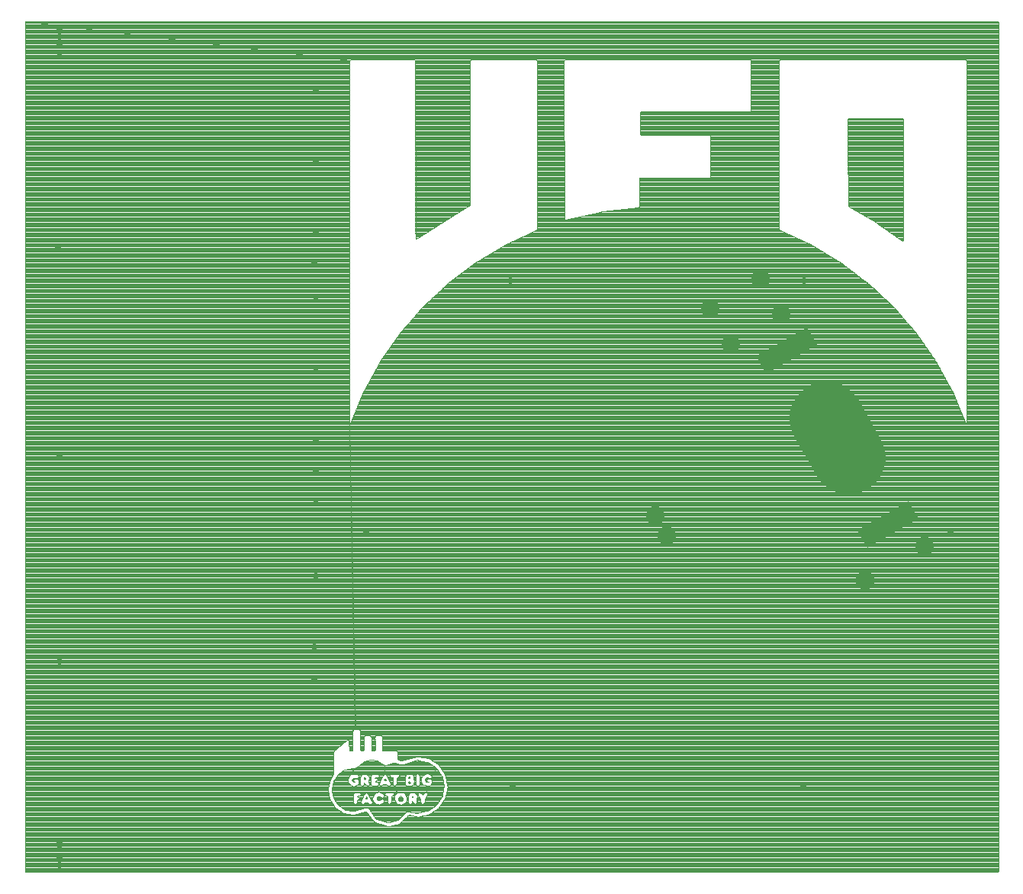
<source format=gbs>
G75*
%MOIN*%
%OFA0B0*%
%FSLAX25Y25*%
%IPPOS*%
%LPD*%
%AMOC8*
5,1,8,0,0,1.08239X$1,22.5*
%
%ADD10C,0.02800*%
%ADD11C,0.00394*%
%ADD12R,0.08800X0.13300*%
%ADD13C,0.32296*%
%ADD14C,0.08200*%
D10*
X0016197Y0005050D03*
X0016197Y0008550D03*
X0016197Y0012050D03*
X0016197Y0015550D03*
X0016197Y0094050D03*
X0016197Y0184550D03*
X0015697Y0275550D03*
X0016197Y0360050D03*
X0016197Y0363550D03*
X0016197Y0367050D03*
X0016197Y0370550D03*
X0128197Y0344050D03*
X0128197Y0313050D03*
X0128197Y0281550D03*
X0127697Y0268050D03*
X0128197Y0253550D03*
X0128197Y0222550D03*
X0128197Y0191050D03*
X0128197Y0177050D03*
X0128197Y0163050D03*
X0150197Y0150050D03*
X0128197Y0131550D03*
X0127697Y0100550D03*
X0127697Y0086550D03*
X0214197Y0040050D03*
X0341197Y0039550D03*
X0405697Y0150050D03*
X0341697Y0260550D03*
X0213197Y0260550D03*
D11*
X0001837Y0002050D02*
X0001197Y0002197D01*
X0001197Y0373813D01*
X0001237Y0373813D01*
X0143152Y0356876D01*
X0143154Y0197935D01*
X0145424Y0064536D01*
X0144759Y0064405D01*
X0144469Y0063738D01*
X0144469Y0055865D01*
X0144377Y0055169D01*
X0143590Y0055171D01*
X0142877Y0055248D01*
X0142845Y0059185D01*
X0142521Y0059769D01*
X0141855Y0059722D01*
X0136341Y0055272D01*
X0135936Y0054638D01*
X0135936Y0045190D01*
X0135659Y0044473D01*
X0134531Y0042398D01*
X0134202Y0041690D01*
X0133677Y0038585D01*
X0133687Y0037811D01*
X0134468Y0033953D01*
X0134878Y0033287D01*
X0136640Y0030676D01*
X0137182Y0030126D01*
X0139792Y0028364D01*
X0140453Y0027943D01*
X0144311Y0027162D01*
X0145075Y0027181D01*
X0149609Y0028508D01*
X0150339Y0028648D01*
X0153741Y0024312D01*
X0154314Y0023819D01*
X0159567Y0022152D01*
X0160323Y0022157D01*
X0164886Y0023379D01*
X0165477Y0023881D01*
X0168296Y0026629D01*
X0168896Y0027057D01*
X0171993Y0026484D01*
X0172767Y0026352D01*
X0177397Y0027289D01*
X0178123Y0027555D01*
X0182038Y0030198D01*
X0182488Y0030841D01*
X0184689Y0034105D01*
X0184979Y0034821D01*
X0185915Y0039451D01*
X0185797Y0040223D01*
X0185017Y0044081D01*
X0184797Y0044826D01*
X0182154Y0048742D01*
X0181545Y0049225D01*
X0178282Y0051427D01*
X0177585Y0051763D01*
X0172955Y0052700D01*
X0172196Y0052581D01*
X0166165Y0050764D01*
X0165422Y0050750D01*
X0164697Y0051054D01*
X0164073Y0051427D01*
X0164073Y0054577D01*
X0163624Y0055167D01*
X0158113Y0055167D01*
X0157335Y0055176D01*
X0157305Y0061475D01*
X0156773Y0061982D01*
X0155199Y0061975D01*
X0154468Y0061835D01*
X0154177Y0061169D01*
X0154230Y0055658D01*
X0153938Y0055167D01*
X0153151Y0055167D01*
X0152564Y0055368D01*
X0152564Y0060879D01*
X0152478Y0061631D01*
X0151834Y0061976D01*
X0150260Y0061976D01*
X0149554Y0061778D01*
X0149321Y0061088D01*
X0149321Y0055576D01*
X0148943Y0055167D01*
X0148156Y0055167D01*
X0147712Y0055510D01*
X0147712Y0063383D01*
X0147672Y0064154D01*
X0147047Y0064546D01*
X0145521Y0064546D01*
X0143182Y0197926D01*
X0143375Y0198205D01*
X0148817Y0211290D01*
X0149136Y0212010D01*
X0156330Y0225125D01*
X0156769Y0225778D01*
X0164865Y0237410D01*
X0165353Y0238026D01*
X0174631Y0248739D01*
X0175169Y0249312D01*
X0185522Y0258990D01*
X0186106Y0259517D01*
X0198048Y0268525D01*
X0198721Y0268934D01*
X0210875Y0276223D01*
X0211575Y0276580D01*
X0224439Y0282528D01*
X0225009Y0282951D01*
X0225007Y0356910D01*
X0236639Y0356541D01*
X0236940Y0287307D01*
X0237418Y0287119D01*
X0252761Y0290662D01*
X0253536Y0290791D01*
X0269180Y0292584D01*
X0269658Y0292945D01*
X0269656Y0305542D01*
X0270310Y0305675D01*
X0300228Y0305675D01*
X0300696Y0305995D01*
X0300696Y0324103D01*
X0300158Y0324352D01*
X0270240Y0324352D01*
X0269918Y0324818D01*
X0269918Y0334266D01*
X0270360Y0334612D01*
X0318386Y0334612D01*
X0318490Y0335296D01*
X0318490Y0356504D01*
X0330809Y0356766D01*
X0330797Y0282807D01*
X0331476Y0282454D01*
X0344331Y0276488D01*
X0345026Y0276120D01*
X0357170Y0268815D01*
X0357837Y0268398D01*
X0369770Y0259376D01*
X0370348Y0258843D01*
X0380692Y0249156D01*
X0381225Y0248577D01*
X0390496Y0237858D01*
X0390979Y0237238D01*
X0399070Y0225603D01*
X0399504Y0224946D01*
X0406694Y0211828D01*
X0407006Y0211106D01*
X0412445Y0198020D01*
X0412636Y0197849D01*
X0412663Y0356888D01*
X0412134Y0357146D01*
X0331040Y0357146D01*
X0330837Y0356856D01*
X0318475Y0356600D01*
X0318296Y0357146D01*
X0237202Y0357146D01*
X0236673Y0356625D01*
X0224960Y0356974D01*
X0224407Y0357146D01*
X0196063Y0357146D01*
X0195736Y0356686D01*
X0195663Y0293700D01*
X0195031Y0293262D01*
X0172387Y0278986D01*
X0171853Y0278805D01*
X0171799Y0356750D01*
X0171407Y0357146D01*
X0143851Y0357146D01*
X0143199Y0356940D01*
X0001335Y0373813D01*
X0426440Y0373813D01*
X0426642Y0373228D01*
X0426642Y0002399D01*
X0426204Y0002050D01*
X0001837Y0002050D01*
X0426204Y0002050D01*
X0426642Y0002442D02*
X0001197Y0002442D01*
X0001197Y0002834D02*
X0426642Y0002834D01*
X0426642Y0003227D02*
X0001197Y0003227D01*
X0001197Y0003619D02*
X0426642Y0003619D01*
X0426642Y0004011D02*
X0001197Y0004011D01*
X0001197Y0004403D02*
X0426642Y0004403D01*
X0426642Y0004795D02*
X0001197Y0004795D01*
X0001197Y0005188D02*
X0426642Y0005188D01*
X0426642Y0005580D02*
X0001197Y0005580D01*
X0001197Y0005972D02*
X0426642Y0005972D01*
X0426642Y0006364D02*
X0001197Y0006364D01*
X0001197Y0006757D02*
X0426642Y0006757D01*
X0426642Y0007149D02*
X0001197Y0007149D01*
X0001197Y0007541D02*
X0426642Y0007541D01*
X0426642Y0007933D02*
X0001197Y0007933D01*
X0001197Y0008325D02*
X0426642Y0008325D01*
X0426642Y0008718D02*
X0001197Y0008718D01*
X0001197Y0009110D02*
X0426642Y0009110D01*
X0426642Y0009502D02*
X0001197Y0009502D01*
X0001197Y0009894D02*
X0426642Y0009894D01*
X0426642Y0010286D02*
X0001197Y0010286D01*
X0001197Y0010679D02*
X0426642Y0010679D01*
X0426642Y0011071D02*
X0001197Y0011071D01*
X0001197Y0011463D02*
X0426642Y0011463D01*
X0426642Y0011855D02*
X0001197Y0011855D01*
X0001197Y0012248D02*
X0426642Y0012248D01*
X0426642Y0012640D02*
X0001197Y0012640D01*
X0001197Y0013032D02*
X0426642Y0013032D01*
X0426642Y0013424D02*
X0001197Y0013424D01*
X0001197Y0013816D02*
X0426642Y0013816D01*
X0426642Y0014209D02*
X0001197Y0014209D01*
X0001197Y0014601D02*
X0426642Y0014601D01*
X0426642Y0014993D02*
X0001197Y0014993D01*
X0001197Y0015385D02*
X0426642Y0015385D01*
X0426642Y0015777D02*
X0001197Y0015777D01*
X0001197Y0016170D02*
X0426642Y0016170D01*
X0426642Y0016562D02*
X0001197Y0016562D01*
X0001197Y0016954D02*
X0426642Y0016954D01*
X0426642Y0017346D02*
X0001197Y0017346D01*
X0001197Y0017738D02*
X0426642Y0017738D01*
X0426642Y0018131D02*
X0001197Y0018131D01*
X0001197Y0018523D02*
X0426642Y0018523D01*
X0426642Y0018915D02*
X0001197Y0018915D01*
X0001197Y0019307D02*
X0426642Y0019307D01*
X0426642Y0019700D02*
X0001197Y0019700D01*
X0001197Y0020092D02*
X0426642Y0020092D01*
X0426642Y0020484D02*
X0001197Y0020484D01*
X0001197Y0020876D02*
X0426642Y0020876D01*
X0426642Y0021268D02*
X0001197Y0021268D01*
X0001197Y0021661D02*
X0426642Y0021661D01*
X0426642Y0022053D02*
X0001197Y0022053D01*
X0001197Y0022445D02*
X0158642Y0022445D01*
X0157406Y0022837D02*
X0001197Y0022837D01*
X0001197Y0023229D02*
X0156171Y0023229D01*
X0154935Y0023622D02*
X0001197Y0023622D01*
X0001197Y0024014D02*
X0154088Y0024014D01*
X0153667Y0024406D02*
X0001197Y0024406D01*
X0001197Y0024798D02*
X0153360Y0024798D01*
X0153052Y0025191D02*
X0001197Y0025191D01*
X0001197Y0025583D02*
X0152744Y0025583D01*
X0152436Y0025975D02*
X0001197Y0025975D01*
X0001197Y0026367D02*
X0152128Y0026367D01*
X0151821Y0026759D02*
X0001197Y0026759D01*
X0001197Y0027152D02*
X0151513Y0027152D01*
X0151205Y0027544D02*
X0146314Y0027544D01*
X0147654Y0027936D02*
X0150897Y0027936D01*
X0150590Y0028328D02*
X0148994Y0028328D01*
X0148465Y0029897D02*
X0140353Y0029897D01*
X0140663Y0029688D02*
X0141369Y0029375D01*
X0144456Y0028754D01*
X0145213Y0028857D01*
X0149713Y0030296D01*
X0150460Y0030356D01*
X0151204Y0030098D01*
X0151746Y0029573D01*
X0154436Y0025691D01*
X0155064Y0025283D01*
X0159546Y0023790D01*
X0160299Y0023780D01*
X0164093Y0024832D01*
X0164735Y0025236D01*
X0167448Y0028089D01*
X0168099Y0028496D01*
X0168843Y0028690D01*
X0172714Y0027976D01*
X0173486Y0028122D01*
X0176573Y0028744D01*
X0177330Y0028936D01*
X0180595Y0031136D01*
X0181142Y0031681D01*
X0183342Y0034946D01*
X0183536Y0035701D01*
X0184158Y0038789D01*
X0184307Y0039561D01*
X0183531Y0043420D01*
X0183325Y0044171D01*
X0181154Y0047395D01*
X0178608Y0044555D01*
X0179014Y0043939D01*
X0178648Y0043277D01*
X0177916Y0043153D01*
X0177168Y0043394D01*
X0176437Y0043210D01*
X0176048Y0042572D01*
X0176220Y0041841D01*
X0176862Y0041458D01*
X0177577Y0041595D01*
X0176843Y0041830D01*
X0176734Y0042480D01*
X0177363Y0042832D01*
X0178149Y0042842D01*
X0178895Y0042627D01*
X0179155Y0041884D01*
X0179163Y0041101D01*
X0178756Y0040439D01*
X0178143Y0040017D01*
X0177392Y0039780D01*
X0176695Y0039786D01*
X0176624Y0036936D01*
X0177146Y0036495D01*
X0177137Y0035759D01*
X0176705Y0035104D01*
X0176253Y0034459D01*
X0175892Y0033786D01*
X0175892Y0032999D01*
X0175774Y0032223D01*
X0175152Y0031793D01*
X0174463Y0032028D01*
X0174176Y0032706D01*
X0174158Y0033492D01*
X0173969Y0034221D01*
X0173112Y0035482D01*
X0172555Y0035650D01*
X0172600Y0034940D01*
X0172295Y0034214D01*
X0172278Y0033511D01*
X0172614Y0032807D01*
X0172482Y0032071D01*
X0171816Y0031721D01*
X0171129Y0032106D01*
X0170711Y0032770D01*
X0170386Y0033138D01*
X0170298Y0032367D01*
X0169808Y0031832D01*
X0169091Y0031932D01*
X0168719Y0032555D01*
X0168657Y0033334D01*
X0168657Y0035696D01*
X0169007Y0036331D01*
X0169584Y0036866D01*
X0169973Y0037001D01*
X0170760Y0037001D01*
X0171515Y0036787D01*
X0172125Y0036341D01*
X0172525Y0035740D01*
X0173068Y0035569D01*
X0172826Y0036248D01*
X0173256Y0036843D01*
X0173796Y0036973D01*
X0174467Y0036574D01*
X0174911Y0035925D01*
X0175360Y0036197D01*
X0175883Y0036761D01*
X0176540Y0036954D01*
X0176600Y0039803D01*
X0175905Y0040053D01*
X0175187Y0040350D01*
X0174706Y0040974D01*
X0174399Y0041679D01*
X0174238Y0042446D01*
X0174440Y0043156D01*
X0173698Y0043335D01*
X0173698Y0041023D01*
X0173542Y0040260D01*
X0172953Y0039819D01*
X0172233Y0040023D01*
X0171988Y0040702D01*
X0171117Y0040643D01*
X0170711Y0040066D01*
X0169981Y0039825D01*
X0169195Y0039800D01*
X0168408Y0039800D01*
X0167657Y0040018D01*
X0167326Y0040674D01*
X0167316Y0041462D01*
X0167314Y0043823D01*
X0167522Y0044560D01*
X0168091Y0045005D01*
X0169488Y0045008D01*
X0170209Y0044770D01*
X0170855Y0044320D01*
X0171075Y0043564D01*
X0170937Y0042810D01*
X0171226Y0042152D01*
X0171440Y0041403D01*
X0171164Y0040729D01*
X0171972Y0040798D01*
X0171969Y0043898D01*
X0172150Y0044660D01*
X0172776Y0045058D01*
X0173359Y0044854D01*
X0173654Y0044166D01*
X0173696Y0043434D01*
X0174469Y0043250D01*
X0174706Y0043938D01*
X0175291Y0044466D01*
X0175908Y0044930D01*
X0176675Y0045109D01*
X0177148Y0045142D01*
X0177904Y0044923D01*
X0178537Y0044617D01*
X0181091Y0047470D01*
X0180571Y0047973D01*
X0177306Y0050174D01*
X0176546Y0050355D01*
X0173458Y0050977D01*
X0172688Y0051106D01*
X0166677Y0049225D01*
X0165913Y0049066D01*
X0165132Y0049101D01*
X0162870Y0049782D01*
X0162120Y0049862D01*
X0159147Y0048821D01*
X0158418Y0048840D01*
X0158385Y0044956D01*
X0158897Y0044835D01*
X0159444Y0044308D01*
X0160785Y0041458D01*
X0161040Y0040770D01*
X0161957Y0041095D01*
X0161957Y0043408D01*
X0161211Y0043529D01*
X0160696Y0044033D01*
X0160817Y0044744D01*
X0161521Y0044999D01*
X0162047Y0045043D01*
X0163621Y0045043D01*
X0164406Y0044982D01*
X0164953Y0044500D01*
X0164815Y0043772D01*
X0164147Y0043452D01*
X0163687Y0043109D01*
X0163687Y0041534D01*
X0163671Y0040749D01*
X0163378Y0040071D01*
X0162732Y0039857D01*
X0163917Y0036719D01*
X0164623Y0036929D01*
X0165994Y0036963D01*
X0166751Y0036747D01*
X0167305Y0036203D01*
X0167835Y0035621D01*
X0168023Y0034859D01*
X0168058Y0034094D01*
X0167859Y0033332D01*
X0167452Y0032687D01*
X0166905Y0032121D01*
X0166186Y0031845D01*
X0165427Y0031637D01*
X0164669Y0031811D01*
X0163913Y0032029D01*
X0163382Y0032609D01*
X0162881Y0033206D01*
X0162708Y0033975D01*
X0162677Y0034743D01*
X0162850Y0035511D01*
X0163353Y0036112D01*
X0163838Y0036668D01*
X0162645Y0039870D01*
X0162082Y0040273D01*
X0161965Y0040997D01*
X0161040Y0040678D01*
X0160793Y0040032D01*
X0160075Y0039813D01*
X0159472Y0040255D01*
X0158807Y0040480D01*
X0158019Y0040480D01*
X0157474Y0040059D01*
X0156764Y0039797D01*
X0156146Y0040167D01*
X0155764Y0040345D01*
X0155315Y0039929D01*
X0155677Y0037089D01*
X0155989Y0037057D01*
X0157468Y0036518D01*
X0157867Y0035909D01*
X0158323Y0035975D01*
X0158360Y0036654D01*
X0159046Y0036951D01*
X0160360Y0037001D01*
X0161148Y0037001D01*
X0161932Y0036946D01*
X0162528Y0036524D01*
X0162439Y0035792D01*
X0161808Y0035429D01*
X0161282Y0035136D01*
X0161281Y0032774D01*
X0161034Y0032062D01*
X0160343Y0031768D01*
X0159691Y0032161D01*
X0159553Y0032933D01*
X0159553Y0035295D01*
X0158874Y0035464D01*
X0158358Y0035895D01*
X0157901Y0035819D01*
X0157999Y0035185D01*
X0157491Y0034656D01*
X0156769Y0034800D01*
X0156127Y0035234D01*
X0155402Y0035265D01*
X0154879Y0034762D01*
X0154865Y0034030D01*
X0155367Y0033507D01*
X0156101Y0033488D01*
X0156734Y0033927D01*
X0157465Y0034048D01*
X0158017Y0033569D01*
X0157905Y0032872D01*
X0157452Y0032260D01*
X0155979Y0031702D01*
X0155221Y0031734D01*
X0154473Y0031947D01*
X0153884Y0032469D01*
X0153391Y0032995D01*
X0152861Y0033051D01*
X0152923Y0032350D01*
X0152401Y0031841D01*
X0151672Y0031893D01*
X0151168Y0032437D01*
X0150380Y0032437D01*
X0149619Y0032393D01*
X0149084Y0031866D01*
X0148376Y0031917D01*
X0147926Y0032486D01*
X0148087Y0033188D01*
X0147372Y0034105D01*
X0146756Y0033770D01*
X0146367Y0033372D01*
X0146307Y0032590D01*
X0145953Y0031971D01*
X0145249Y0031816D01*
X0144734Y0032336D01*
X0144640Y0033105D01*
X0144640Y0035467D01*
X0144690Y0036250D01*
X0145114Y0036855D01*
X0145866Y0037000D01*
X0146208Y0037001D01*
X0146995Y0036990D01*
X0147773Y0036874D01*
X0148167Y0036203D01*
X0147795Y0035545D01*
X0147031Y0035381D01*
X0146367Y0035258D01*
X0146915Y0035017D01*
X0147573Y0034715D01*
X0147428Y0034176D01*
X0148119Y0033280D01*
X0149437Y0036086D01*
X0149896Y0036690D01*
X0150453Y0037031D01*
X0151113Y0036603D01*
X0151516Y0035949D01*
X0152835Y0033144D01*
X0153344Y0033078D01*
X0153139Y0033787D01*
X0153043Y0034536D01*
X0153673Y0035979D01*
X0154163Y0036519D01*
X0155583Y0037077D01*
X0155230Y0039890D01*
X0154504Y0039800D01*
X0153717Y0039800D01*
X0152933Y0039870D01*
X0152435Y0040442D01*
X0152377Y0041226D01*
X0152377Y0043589D01*
X0152411Y0044373D01*
X0152908Y0044933D01*
X0154078Y0045043D01*
X0154865Y0045040D01*
X0155609Y0044848D01*
X0155863Y0044143D01*
X0155429Y0043557D01*
X0154661Y0043422D01*
X0154108Y0043187D01*
X0154774Y0043066D01*
X0155387Y0042677D01*
X0155081Y0042106D01*
X0154397Y0041816D01*
X0154212Y0041422D01*
X0154996Y0041394D01*
X0155679Y0041095D01*
X0155792Y0040427D01*
X0156100Y0040241D01*
X0156049Y0040951D01*
X0156358Y0041672D01*
X0157697Y0044523D01*
X0158297Y0044940D01*
X0158322Y0048857D01*
X0157650Y0049083D01*
X0155750Y0050486D01*
X0155031Y0050765D01*
X0152723Y0051265D01*
X0152013Y0051149D01*
X0149725Y0050561D01*
X0149009Y0050282D01*
X0146713Y0048126D01*
X0146036Y0047737D01*
X0145277Y0047647D01*
X0144544Y0047635D01*
X0144485Y0045040D01*
X0145669Y0045007D01*
X0146425Y0044788D01*
X0146902Y0044189D01*
X0146880Y0043489D01*
X0146248Y0043093D01*
X0145510Y0043319D01*
X0144763Y0043332D01*
X0144212Y0042850D01*
X0144162Y0042120D01*
X0144638Y0041571D01*
X0145375Y0041507D01*
X0145165Y0041703D01*
X0144661Y0042212D01*
X0145124Y0042766D01*
X0145902Y0042846D01*
X0146673Y0042722D01*
X0147108Y0042166D01*
X0147215Y0041448D01*
X0147750Y0041296D01*
X0147750Y0043609D01*
X0148006Y0044285D01*
X0148583Y0044821D01*
X0148936Y0045043D01*
X0149723Y0045043D01*
X0150484Y0044868D01*
X0151135Y0044483D01*
X0151618Y0043869D01*
X0151744Y0043102D01*
X0151439Y0042376D01*
X0151303Y0041664D01*
X0151670Y0040974D01*
X0151625Y0040234D01*
X0151029Y0039807D01*
X0150335Y0040086D01*
X0149872Y0040702D01*
X0149480Y0041309D01*
X0149439Y0040530D01*
X0149021Y0039924D01*
X0148302Y0039919D01*
X0147847Y0040473D01*
X0147756Y0041198D01*
X0147206Y0041353D01*
X0146978Y0040685D01*
X0146480Y0040107D01*
X0145729Y0039870D01*
X0144979Y0039686D01*
X0143497Y0040218D01*
X0142941Y0040737D01*
X0142516Y0041387D01*
X0142344Y0042156D01*
X0142424Y0042916D01*
X0142639Y0043674D01*
X0143121Y0044265D01*
X0143705Y0044793D01*
X0144389Y0045025D01*
X0144447Y0047625D01*
X0141408Y0047012D01*
X0140695Y0046714D01*
X0138084Y0044955D01*
X0137619Y0044327D01*
X0136299Y0042368D01*
X0135935Y0041683D01*
X0135314Y0038596D01*
X0135306Y0037824D01*
X0135928Y0034737D01*
X0136278Y0034046D01*
X0137597Y0032087D01*
X0138051Y0031448D01*
X0140663Y0029688D01*
X0141077Y0029505D02*
X0147239Y0029505D01*
X0146013Y0029113D02*
X0142673Y0029113D01*
X0142424Y0027544D02*
X0001197Y0027544D01*
X0001197Y0027936D02*
X0140486Y0027936D01*
X0139848Y0028328D02*
X0001197Y0028328D01*
X0001197Y0028720D02*
X0139264Y0028720D01*
X0138683Y0029113D02*
X0001197Y0029113D01*
X0001197Y0029505D02*
X0138102Y0029505D01*
X0137520Y0029897D02*
X0001197Y0029897D01*
X0001197Y0030289D02*
X0137021Y0030289D01*
X0136636Y0030681D02*
X0001197Y0030681D01*
X0001197Y0031074D02*
X0136371Y0031074D01*
X0136107Y0031466D02*
X0001197Y0031466D01*
X0001197Y0031858D02*
X0135842Y0031858D01*
X0135577Y0032250D02*
X0001197Y0032250D01*
X0001197Y0032643D02*
X0135313Y0032643D01*
X0135048Y0033035D02*
X0001197Y0033035D01*
X0001197Y0033427D02*
X0134792Y0033427D01*
X0134550Y0033819D02*
X0001197Y0033819D01*
X0001197Y0034211D02*
X0134416Y0034211D01*
X0134336Y0034604D02*
X0001197Y0034604D01*
X0001197Y0034996D02*
X0134257Y0034996D01*
X0134178Y0035388D02*
X0001197Y0035388D01*
X0001197Y0035780D02*
X0134098Y0035780D01*
X0134019Y0036172D02*
X0001197Y0036172D01*
X0001197Y0036565D02*
X0133940Y0036565D01*
X0133860Y0036957D02*
X0001197Y0036957D01*
X0001197Y0037349D02*
X0133781Y0037349D01*
X0133701Y0037741D02*
X0001197Y0037741D01*
X0001197Y0038134D02*
X0133683Y0038134D01*
X0133678Y0038526D02*
X0001197Y0038526D01*
X0001197Y0038918D02*
X0133733Y0038918D01*
X0133800Y0039310D02*
X0001197Y0039310D01*
X0001197Y0039702D02*
X0133866Y0039702D01*
X0133932Y0040095D02*
X0001197Y0040095D01*
X0001197Y0040487D02*
X0133998Y0040487D01*
X0134065Y0040879D02*
X0001197Y0040879D01*
X0001197Y0041271D02*
X0134131Y0041271D01*
X0134197Y0041663D02*
X0001197Y0041663D01*
X0001197Y0042056D02*
X0134372Y0042056D01*
X0134558Y0042448D02*
X0001197Y0042448D01*
X0001197Y0042840D02*
X0134771Y0042840D01*
X0134984Y0043232D02*
X0001197Y0043232D01*
X0001197Y0043624D02*
X0135197Y0043624D01*
X0135411Y0044017D02*
X0001197Y0044017D01*
X0001197Y0044409D02*
X0135624Y0044409D01*
X0135786Y0044801D02*
X0001197Y0044801D01*
X0001197Y0045193D02*
X0135936Y0045193D01*
X0135936Y0045586D02*
X0001197Y0045586D01*
X0001197Y0045978D02*
X0135936Y0045978D01*
X0135936Y0046370D02*
X0001197Y0046370D01*
X0001197Y0046762D02*
X0135936Y0046762D01*
X0135936Y0047154D02*
X0001197Y0047154D01*
X0001197Y0047547D02*
X0135936Y0047547D01*
X0135936Y0047939D02*
X0001197Y0047939D01*
X0001197Y0048331D02*
X0135936Y0048331D01*
X0135936Y0048723D02*
X0001197Y0048723D01*
X0001197Y0049115D02*
X0135936Y0049115D01*
X0135936Y0049508D02*
X0001197Y0049508D01*
X0001197Y0049900D02*
X0135936Y0049900D01*
X0135936Y0050292D02*
X0001197Y0050292D01*
X0001197Y0050684D02*
X0135936Y0050684D01*
X0135936Y0051077D02*
X0001197Y0051077D01*
X0001197Y0051469D02*
X0135936Y0051469D01*
X0135936Y0051861D02*
X0001197Y0051861D01*
X0001197Y0052253D02*
X0135936Y0052253D01*
X0135936Y0052645D02*
X0001197Y0052645D01*
X0001197Y0053038D02*
X0135936Y0053038D01*
X0135936Y0053430D02*
X0001197Y0053430D01*
X0001197Y0053822D02*
X0135936Y0053822D01*
X0135936Y0054214D02*
X0001197Y0054214D01*
X0001197Y0054606D02*
X0135936Y0054606D01*
X0136166Y0054999D02*
X0001197Y0054999D01*
X0001197Y0055391D02*
X0136488Y0055391D01*
X0136974Y0055783D02*
X0001197Y0055783D01*
X0001197Y0056175D02*
X0137460Y0056175D01*
X0137946Y0056567D02*
X0001197Y0056567D01*
X0001197Y0056960D02*
X0138432Y0056960D01*
X0138918Y0057352D02*
X0001197Y0057352D01*
X0001197Y0057744D02*
X0139404Y0057744D01*
X0139890Y0058136D02*
X0001197Y0058136D01*
X0001197Y0058529D02*
X0140376Y0058529D01*
X0140862Y0058921D02*
X0001197Y0058921D01*
X0001197Y0059313D02*
X0141348Y0059313D01*
X0141834Y0059705D02*
X0001197Y0059705D01*
X0001197Y0060097D02*
X0144469Y0060097D01*
X0144469Y0059705D02*
X0142556Y0059705D01*
X0142774Y0059313D02*
X0144469Y0059313D01*
X0144469Y0058921D02*
X0142847Y0058921D01*
X0142850Y0058529D02*
X0144469Y0058529D01*
X0144469Y0058136D02*
X0142853Y0058136D01*
X0142856Y0057744D02*
X0144469Y0057744D01*
X0144469Y0057352D02*
X0142860Y0057352D01*
X0142863Y0056960D02*
X0144469Y0056960D01*
X0144469Y0056567D02*
X0142866Y0056567D01*
X0142869Y0056175D02*
X0144469Y0056175D01*
X0144458Y0055783D02*
X0142873Y0055783D01*
X0142876Y0055391D02*
X0144406Y0055391D01*
X0147712Y0055783D02*
X0149321Y0055783D01*
X0149321Y0056175D02*
X0147712Y0056175D01*
X0147712Y0056567D02*
X0149321Y0056567D01*
X0149321Y0056960D02*
X0147712Y0056960D01*
X0147712Y0057352D02*
X0149321Y0057352D01*
X0149321Y0057744D02*
X0147712Y0057744D01*
X0147712Y0058136D02*
X0149321Y0058136D01*
X0149321Y0058529D02*
X0147712Y0058529D01*
X0147712Y0058921D02*
X0149321Y0058921D01*
X0149321Y0059313D02*
X0147712Y0059313D01*
X0147712Y0059705D02*
X0149321Y0059705D01*
X0149321Y0060097D02*
X0147712Y0060097D01*
X0147712Y0060490D02*
X0149321Y0060490D01*
X0149321Y0060882D02*
X0147712Y0060882D01*
X0147712Y0061274D02*
X0149384Y0061274D01*
X0149516Y0061666D02*
X0147712Y0061666D01*
X0147712Y0062058D02*
X0426642Y0062058D01*
X0426642Y0061666D02*
X0157104Y0061666D01*
X0157306Y0061274D02*
X0426642Y0061274D01*
X0426642Y0060882D02*
X0157308Y0060882D01*
X0157310Y0060490D02*
X0426642Y0060490D01*
X0426642Y0060097D02*
X0157311Y0060097D01*
X0157313Y0059705D02*
X0426642Y0059705D01*
X0426642Y0059313D02*
X0157315Y0059313D01*
X0157317Y0058921D02*
X0426642Y0058921D01*
X0426642Y0058529D02*
X0157319Y0058529D01*
X0157321Y0058136D02*
X0426642Y0058136D01*
X0426642Y0057744D02*
X0157323Y0057744D01*
X0157325Y0057352D02*
X0426642Y0057352D01*
X0426642Y0056960D02*
X0157327Y0056960D01*
X0157328Y0056567D02*
X0426642Y0056567D01*
X0426642Y0056175D02*
X0157330Y0056175D01*
X0157332Y0055783D02*
X0426642Y0055783D01*
X0426642Y0055391D02*
X0157334Y0055391D01*
X0154228Y0055783D02*
X0152564Y0055783D01*
X0152564Y0055391D02*
X0154071Y0055391D01*
X0154225Y0056175D02*
X0152564Y0056175D01*
X0152564Y0056567D02*
X0154221Y0056567D01*
X0154217Y0056960D02*
X0152564Y0056960D01*
X0152564Y0057352D02*
X0154213Y0057352D01*
X0154210Y0057744D02*
X0152564Y0057744D01*
X0152564Y0058136D02*
X0154206Y0058136D01*
X0154202Y0058529D02*
X0152564Y0058529D01*
X0152564Y0058921D02*
X0154198Y0058921D01*
X0154195Y0059313D02*
X0152564Y0059313D01*
X0152564Y0059705D02*
X0154191Y0059705D01*
X0154187Y0060097D02*
X0152564Y0060097D01*
X0152564Y0060490D02*
X0154183Y0060490D01*
X0154180Y0060882D02*
X0152564Y0060882D01*
X0152519Y0061274D02*
X0154223Y0061274D01*
X0154395Y0061666D02*
X0152412Y0061666D01*
X0147712Y0062451D02*
X0426642Y0062451D01*
X0426642Y0062843D02*
X0147712Y0062843D01*
X0147712Y0063235D02*
X0426642Y0063235D01*
X0426642Y0063627D02*
X0147699Y0063627D01*
X0147679Y0064020D02*
X0426642Y0064020D01*
X0426642Y0064412D02*
X0147261Y0064412D01*
X0145517Y0064804D02*
X0426642Y0064804D01*
X0426642Y0065196D02*
X0145510Y0065196D01*
X0145413Y0065196D02*
X0001197Y0065196D01*
X0001197Y0064804D02*
X0145419Y0064804D01*
X0144794Y0064412D02*
X0001197Y0064412D01*
X0001197Y0064020D02*
X0144591Y0064020D01*
X0144469Y0063627D02*
X0001197Y0063627D01*
X0001197Y0063235D02*
X0144469Y0063235D01*
X0144469Y0062843D02*
X0001197Y0062843D01*
X0001197Y0062451D02*
X0144469Y0062451D01*
X0144469Y0062058D02*
X0001197Y0062058D01*
X0001197Y0061666D02*
X0144469Y0061666D01*
X0144469Y0061274D02*
X0001197Y0061274D01*
X0001197Y0060882D02*
X0144469Y0060882D01*
X0144469Y0060490D02*
X0001197Y0060490D01*
X0001197Y0065588D02*
X0145406Y0065588D01*
X0145503Y0065588D02*
X0426642Y0065588D01*
X0426642Y0065981D02*
X0145496Y0065981D01*
X0145399Y0065981D02*
X0001197Y0065981D01*
X0001197Y0066373D02*
X0145393Y0066373D01*
X0145489Y0066373D02*
X0426642Y0066373D01*
X0426642Y0066765D02*
X0145483Y0066765D01*
X0145386Y0066765D02*
X0001197Y0066765D01*
X0001197Y0067157D02*
X0145379Y0067157D01*
X0145476Y0067157D02*
X0426642Y0067157D01*
X0426642Y0067549D02*
X0145469Y0067549D01*
X0145373Y0067549D02*
X0001197Y0067549D01*
X0001197Y0067942D02*
X0145366Y0067942D01*
X0145462Y0067942D02*
X0426642Y0067942D01*
X0426642Y0068334D02*
X0145455Y0068334D01*
X0145359Y0068334D02*
X0001197Y0068334D01*
X0001197Y0068726D02*
X0145353Y0068726D01*
X0145448Y0068726D02*
X0426642Y0068726D01*
X0426642Y0069118D02*
X0145441Y0069118D01*
X0145346Y0069118D02*
X0001197Y0069118D01*
X0001197Y0069510D02*
X0145339Y0069510D01*
X0145434Y0069510D02*
X0426642Y0069510D01*
X0426642Y0069903D02*
X0145427Y0069903D01*
X0145333Y0069903D02*
X0001197Y0069903D01*
X0001197Y0070295D02*
X0145326Y0070295D01*
X0145421Y0070295D02*
X0426642Y0070295D01*
X0426642Y0070687D02*
X0145414Y0070687D01*
X0145319Y0070687D02*
X0001197Y0070687D01*
X0001197Y0071079D02*
X0145313Y0071079D01*
X0145407Y0071079D02*
X0426642Y0071079D01*
X0426642Y0071472D02*
X0145400Y0071472D01*
X0145306Y0071472D02*
X0001197Y0071472D01*
X0001197Y0071864D02*
X0145299Y0071864D01*
X0145393Y0071864D02*
X0426642Y0071864D01*
X0426642Y0072256D02*
X0145386Y0072256D01*
X0145293Y0072256D02*
X0001197Y0072256D01*
X0001197Y0072648D02*
X0145286Y0072648D01*
X0145379Y0072648D02*
X0426642Y0072648D01*
X0426642Y0073040D02*
X0145372Y0073040D01*
X0145279Y0073040D02*
X0001197Y0073040D01*
X0001197Y0073433D02*
X0145273Y0073433D01*
X0145366Y0073433D02*
X0426642Y0073433D01*
X0426642Y0073825D02*
X0145359Y0073825D01*
X0145266Y0073825D02*
X0001197Y0073825D01*
X0001197Y0074217D02*
X0145259Y0074217D01*
X0145352Y0074217D02*
X0426642Y0074217D01*
X0426642Y0074609D02*
X0145345Y0074609D01*
X0145253Y0074609D02*
X0001197Y0074609D01*
X0001197Y0075001D02*
X0145246Y0075001D01*
X0145338Y0075001D02*
X0426642Y0075001D01*
X0426642Y0075394D02*
X0145331Y0075394D01*
X0145239Y0075394D02*
X0001197Y0075394D01*
X0001197Y0075786D02*
X0145233Y0075786D01*
X0145324Y0075786D02*
X0426642Y0075786D01*
X0426642Y0076178D02*
X0145317Y0076178D01*
X0145226Y0076178D02*
X0001197Y0076178D01*
X0001197Y0076570D02*
X0145219Y0076570D01*
X0145311Y0076570D02*
X0426642Y0076570D01*
X0426642Y0076963D02*
X0145304Y0076963D01*
X0145213Y0076963D02*
X0001197Y0076963D01*
X0001197Y0077355D02*
X0145206Y0077355D01*
X0145297Y0077355D02*
X0426642Y0077355D01*
X0426642Y0077747D02*
X0145290Y0077747D01*
X0145199Y0077747D02*
X0001197Y0077747D01*
X0001197Y0078139D02*
X0145193Y0078139D01*
X0145283Y0078139D02*
X0426642Y0078139D01*
X0426642Y0078531D02*
X0145276Y0078531D01*
X0145186Y0078531D02*
X0001197Y0078531D01*
X0001197Y0078924D02*
X0145179Y0078924D01*
X0145269Y0078924D02*
X0426642Y0078924D01*
X0426642Y0079316D02*
X0145262Y0079316D01*
X0145172Y0079316D02*
X0001197Y0079316D01*
X0001197Y0079708D02*
X0145166Y0079708D01*
X0145256Y0079708D02*
X0426642Y0079708D01*
X0426642Y0080100D02*
X0145249Y0080100D01*
X0145159Y0080100D02*
X0001197Y0080100D01*
X0001197Y0080492D02*
X0145152Y0080492D01*
X0145242Y0080492D02*
X0426642Y0080492D01*
X0426642Y0080885D02*
X0145235Y0080885D01*
X0145146Y0080885D02*
X0001197Y0080885D01*
X0001197Y0081277D02*
X0145139Y0081277D01*
X0145228Y0081277D02*
X0426642Y0081277D01*
X0426642Y0081669D02*
X0145221Y0081669D01*
X0145132Y0081669D02*
X0001197Y0081669D01*
X0001197Y0082061D02*
X0145126Y0082061D01*
X0145214Y0082061D02*
X0426642Y0082061D01*
X0426642Y0082453D02*
X0145207Y0082453D01*
X0145119Y0082453D02*
X0001197Y0082453D01*
X0001197Y0082846D02*
X0145112Y0082846D01*
X0145201Y0082846D02*
X0426642Y0082846D01*
X0426642Y0083238D02*
X0145194Y0083238D01*
X0145106Y0083238D02*
X0001197Y0083238D01*
X0001197Y0083630D02*
X0145099Y0083630D01*
X0145187Y0083630D02*
X0426642Y0083630D01*
X0426642Y0084022D02*
X0145180Y0084022D01*
X0145092Y0084022D02*
X0001197Y0084022D01*
X0001197Y0084415D02*
X0145086Y0084415D01*
X0145173Y0084415D02*
X0426642Y0084415D01*
X0426642Y0084807D02*
X0145166Y0084807D01*
X0145079Y0084807D02*
X0001197Y0084807D01*
X0001197Y0085199D02*
X0145072Y0085199D01*
X0145159Y0085199D02*
X0426642Y0085199D01*
X0426642Y0085591D02*
X0145152Y0085591D01*
X0145066Y0085591D02*
X0001197Y0085591D01*
X0001197Y0085983D02*
X0145059Y0085983D01*
X0145145Y0085983D02*
X0426642Y0085983D01*
X0426642Y0086376D02*
X0145139Y0086376D01*
X0145052Y0086376D02*
X0001197Y0086376D01*
X0001197Y0086768D02*
X0145046Y0086768D01*
X0145132Y0086768D02*
X0426642Y0086768D01*
X0426642Y0087160D02*
X0145125Y0087160D01*
X0145039Y0087160D02*
X0001197Y0087160D01*
X0001197Y0087552D02*
X0145032Y0087552D01*
X0145118Y0087552D02*
X0426642Y0087552D01*
X0426642Y0087944D02*
X0145111Y0087944D01*
X0145026Y0087944D02*
X0001197Y0087944D01*
X0001197Y0088337D02*
X0145019Y0088337D01*
X0145104Y0088337D02*
X0426642Y0088337D01*
X0426642Y0088729D02*
X0145097Y0088729D01*
X0145012Y0088729D02*
X0001197Y0088729D01*
X0001197Y0089121D02*
X0145006Y0089121D01*
X0145090Y0089121D02*
X0426642Y0089121D01*
X0426642Y0089513D02*
X0145084Y0089513D01*
X0144999Y0089513D02*
X0001197Y0089513D01*
X0001197Y0089906D02*
X0144992Y0089906D01*
X0145077Y0089906D02*
X0426642Y0089906D01*
X0426642Y0090298D02*
X0145070Y0090298D01*
X0144986Y0090298D02*
X0001197Y0090298D01*
X0001197Y0090690D02*
X0144979Y0090690D01*
X0145063Y0090690D02*
X0426642Y0090690D01*
X0426642Y0091082D02*
X0145056Y0091082D01*
X0144972Y0091082D02*
X0001197Y0091082D01*
X0001197Y0091474D02*
X0144966Y0091474D01*
X0145049Y0091474D02*
X0426642Y0091474D01*
X0426642Y0091867D02*
X0145042Y0091867D01*
X0144959Y0091867D02*
X0001197Y0091867D01*
X0001197Y0092259D02*
X0144952Y0092259D01*
X0145035Y0092259D02*
X0426642Y0092259D01*
X0426642Y0092651D02*
X0145029Y0092651D01*
X0144946Y0092651D02*
X0001197Y0092651D01*
X0001197Y0093043D02*
X0144939Y0093043D01*
X0145022Y0093043D02*
X0426642Y0093043D01*
X0426642Y0093435D02*
X0145015Y0093435D01*
X0144932Y0093435D02*
X0001197Y0093435D01*
X0001197Y0093828D02*
X0144926Y0093828D01*
X0145008Y0093828D02*
X0426642Y0093828D01*
X0426642Y0094220D02*
X0145001Y0094220D01*
X0144919Y0094220D02*
X0001197Y0094220D01*
X0001197Y0094612D02*
X0144912Y0094612D01*
X0144994Y0094612D02*
X0426642Y0094612D01*
X0426642Y0095004D02*
X0144987Y0095004D01*
X0144906Y0095004D02*
X0001197Y0095004D01*
X0001197Y0095396D02*
X0144899Y0095396D01*
X0144980Y0095396D02*
X0426642Y0095396D01*
X0426642Y0095789D02*
X0144974Y0095789D01*
X0144892Y0095789D02*
X0001197Y0095789D01*
X0001197Y0096181D02*
X0144886Y0096181D01*
X0144967Y0096181D02*
X0426642Y0096181D01*
X0426642Y0096573D02*
X0144960Y0096573D01*
X0144879Y0096573D02*
X0001197Y0096573D01*
X0001197Y0096965D02*
X0144872Y0096965D01*
X0144953Y0096965D02*
X0426642Y0096965D01*
X0426642Y0097358D02*
X0144946Y0097358D01*
X0144866Y0097358D02*
X0001197Y0097358D01*
X0001197Y0097750D02*
X0144859Y0097750D01*
X0144939Y0097750D02*
X0426642Y0097750D01*
X0426642Y0098142D02*
X0144932Y0098142D01*
X0144852Y0098142D02*
X0001197Y0098142D01*
X0001197Y0098534D02*
X0144846Y0098534D01*
X0144925Y0098534D02*
X0426642Y0098534D01*
X0426642Y0098926D02*
X0144919Y0098926D01*
X0144839Y0098926D02*
X0001197Y0098926D01*
X0001197Y0099319D02*
X0144832Y0099319D01*
X0144912Y0099319D02*
X0426642Y0099319D01*
X0426642Y0099711D02*
X0144905Y0099711D01*
X0144826Y0099711D02*
X0001197Y0099711D01*
X0001197Y0100103D02*
X0144819Y0100103D01*
X0144898Y0100103D02*
X0426642Y0100103D01*
X0426642Y0100495D02*
X0144891Y0100495D01*
X0144812Y0100495D02*
X0001197Y0100495D01*
X0001197Y0100887D02*
X0144805Y0100887D01*
X0144884Y0100887D02*
X0426642Y0100887D01*
X0426642Y0101280D02*
X0144877Y0101280D01*
X0144799Y0101280D02*
X0001197Y0101280D01*
X0001197Y0101672D02*
X0144792Y0101672D01*
X0144870Y0101672D02*
X0426642Y0101672D01*
X0426642Y0102064D02*
X0144863Y0102064D01*
X0144785Y0102064D02*
X0001197Y0102064D01*
X0001197Y0102456D02*
X0144779Y0102456D01*
X0144857Y0102456D02*
X0426642Y0102456D01*
X0426642Y0102849D02*
X0144850Y0102849D01*
X0144772Y0102849D02*
X0001197Y0102849D01*
X0001197Y0103241D02*
X0144765Y0103241D01*
X0144843Y0103241D02*
X0426642Y0103241D01*
X0426642Y0103633D02*
X0144836Y0103633D01*
X0144759Y0103633D02*
X0001197Y0103633D01*
X0001197Y0104025D02*
X0144752Y0104025D01*
X0144829Y0104025D02*
X0426642Y0104025D01*
X0426642Y0104417D02*
X0144822Y0104417D01*
X0144745Y0104417D02*
X0001197Y0104417D01*
X0001197Y0104810D02*
X0144739Y0104810D01*
X0144815Y0104810D02*
X0426642Y0104810D01*
X0426642Y0105202D02*
X0144808Y0105202D01*
X0144732Y0105202D02*
X0001197Y0105202D01*
X0001197Y0105594D02*
X0144725Y0105594D01*
X0144802Y0105594D02*
X0426642Y0105594D01*
X0426642Y0105986D02*
X0144795Y0105986D01*
X0144719Y0105986D02*
X0001197Y0105986D01*
X0001197Y0106378D02*
X0144712Y0106378D01*
X0144788Y0106378D02*
X0426642Y0106378D01*
X0426642Y0106771D02*
X0144781Y0106771D01*
X0144705Y0106771D02*
X0001197Y0106771D01*
X0001197Y0107163D02*
X0144699Y0107163D01*
X0144774Y0107163D02*
X0426642Y0107163D01*
X0426642Y0107555D02*
X0144767Y0107555D01*
X0144692Y0107555D02*
X0001197Y0107555D01*
X0001197Y0107947D02*
X0144685Y0107947D01*
X0144760Y0107947D02*
X0426642Y0107947D01*
X0426642Y0108339D02*
X0144753Y0108339D01*
X0144679Y0108339D02*
X0001197Y0108339D01*
X0001197Y0108732D02*
X0144672Y0108732D01*
X0144747Y0108732D02*
X0426642Y0108732D01*
X0426642Y0109124D02*
X0144740Y0109124D01*
X0144665Y0109124D02*
X0001197Y0109124D01*
X0001197Y0109516D02*
X0144659Y0109516D01*
X0144733Y0109516D02*
X0426642Y0109516D01*
X0426642Y0109908D02*
X0144726Y0109908D01*
X0144652Y0109908D02*
X0001197Y0109908D01*
X0001197Y0110301D02*
X0144645Y0110301D01*
X0144719Y0110301D02*
X0426642Y0110301D01*
X0426642Y0110693D02*
X0144712Y0110693D01*
X0144639Y0110693D02*
X0001197Y0110693D01*
X0001197Y0111085D02*
X0144632Y0111085D01*
X0144705Y0111085D02*
X0426642Y0111085D01*
X0426642Y0111477D02*
X0144698Y0111477D01*
X0144625Y0111477D02*
X0001197Y0111477D01*
X0001197Y0111869D02*
X0144619Y0111869D01*
X0144692Y0111869D02*
X0426642Y0111869D01*
X0426642Y0112262D02*
X0144685Y0112262D01*
X0144612Y0112262D02*
X0001197Y0112262D01*
X0001197Y0112654D02*
X0144605Y0112654D01*
X0144678Y0112654D02*
X0426642Y0112654D01*
X0426642Y0113046D02*
X0144671Y0113046D01*
X0144599Y0113046D02*
X0001197Y0113046D01*
X0001197Y0113438D02*
X0144592Y0113438D01*
X0144664Y0113438D02*
X0426642Y0113438D01*
X0426642Y0113830D02*
X0144657Y0113830D01*
X0144585Y0113830D02*
X0001197Y0113830D01*
X0001197Y0114223D02*
X0144579Y0114223D01*
X0144650Y0114223D02*
X0426642Y0114223D01*
X0426642Y0114615D02*
X0144643Y0114615D01*
X0144572Y0114615D02*
X0001197Y0114615D01*
X0001197Y0115007D02*
X0144565Y0115007D01*
X0144637Y0115007D02*
X0426642Y0115007D01*
X0426642Y0115399D02*
X0144630Y0115399D01*
X0144559Y0115399D02*
X0001197Y0115399D01*
X0001197Y0115792D02*
X0144552Y0115792D01*
X0144623Y0115792D02*
X0426642Y0115792D01*
X0426642Y0116184D02*
X0144616Y0116184D01*
X0144545Y0116184D02*
X0001197Y0116184D01*
X0001197Y0116576D02*
X0144539Y0116576D01*
X0144609Y0116576D02*
X0426642Y0116576D01*
X0426642Y0116968D02*
X0144602Y0116968D01*
X0144532Y0116968D02*
X0001197Y0116968D01*
X0001197Y0117360D02*
X0144525Y0117360D01*
X0144595Y0117360D02*
X0426642Y0117360D01*
X0426642Y0117753D02*
X0144588Y0117753D01*
X0144519Y0117753D02*
X0001197Y0117753D01*
X0001197Y0118145D02*
X0144512Y0118145D01*
X0144581Y0118145D02*
X0426642Y0118145D01*
X0426642Y0118537D02*
X0144575Y0118537D01*
X0144505Y0118537D02*
X0001197Y0118537D01*
X0001197Y0118929D02*
X0144499Y0118929D01*
X0144568Y0118929D02*
X0426642Y0118929D01*
X0426642Y0119321D02*
X0144561Y0119321D01*
X0144492Y0119321D02*
X0001197Y0119321D01*
X0001197Y0119714D02*
X0144485Y0119714D01*
X0144554Y0119714D02*
X0426642Y0119714D01*
X0426642Y0120106D02*
X0144547Y0120106D01*
X0144479Y0120106D02*
X0001197Y0120106D01*
X0001197Y0120498D02*
X0144472Y0120498D01*
X0144540Y0120498D02*
X0426642Y0120498D01*
X0426642Y0120890D02*
X0144533Y0120890D01*
X0144465Y0120890D02*
X0001197Y0120890D01*
X0001197Y0121282D02*
X0144459Y0121282D01*
X0144526Y0121282D02*
X0426642Y0121282D01*
X0426642Y0121675D02*
X0144520Y0121675D01*
X0144452Y0121675D02*
X0001197Y0121675D01*
X0001197Y0122067D02*
X0144445Y0122067D01*
X0144513Y0122067D02*
X0426642Y0122067D01*
X0426642Y0122459D02*
X0144506Y0122459D01*
X0144438Y0122459D02*
X0001197Y0122459D01*
X0001197Y0122851D02*
X0144432Y0122851D01*
X0144499Y0122851D02*
X0426642Y0122851D01*
X0426642Y0123244D02*
X0144492Y0123244D01*
X0144425Y0123244D02*
X0001197Y0123244D01*
X0001197Y0123636D02*
X0144418Y0123636D01*
X0144485Y0123636D02*
X0426642Y0123636D01*
X0426642Y0124028D02*
X0144478Y0124028D01*
X0144412Y0124028D02*
X0001197Y0124028D01*
X0001197Y0124420D02*
X0144405Y0124420D01*
X0144471Y0124420D02*
X0426642Y0124420D01*
X0426642Y0124812D02*
X0144465Y0124812D01*
X0144398Y0124812D02*
X0001197Y0124812D01*
X0001197Y0125205D02*
X0144392Y0125205D01*
X0144458Y0125205D02*
X0426642Y0125205D01*
X0426642Y0125597D02*
X0144451Y0125597D01*
X0144385Y0125597D02*
X0001197Y0125597D01*
X0001197Y0125989D02*
X0144378Y0125989D01*
X0144444Y0125989D02*
X0426642Y0125989D01*
X0426642Y0126381D02*
X0144437Y0126381D01*
X0144372Y0126381D02*
X0001197Y0126381D01*
X0001197Y0126773D02*
X0144365Y0126773D01*
X0144430Y0126773D02*
X0426642Y0126773D01*
X0426642Y0127166D02*
X0144423Y0127166D01*
X0144358Y0127166D02*
X0001197Y0127166D01*
X0001197Y0127558D02*
X0144352Y0127558D01*
X0144416Y0127558D02*
X0426642Y0127558D01*
X0426642Y0127950D02*
X0144410Y0127950D01*
X0144345Y0127950D02*
X0001197Y0127950D01*
X0001197Y0128342D02*
X0144338Y0128342D01*
X0144403Y0128342D02*
X0426642Y0128342D01*
X0426642Y0128735D02*
X0144396Y0128735D01*
X0144332Y0128735D02*
X0001197Y0128735D01*
X0001197Y0129127D02*
X0144325Y0129127D01*
X0144389Y0129127D02*
X0426642Y0129127D01*
X0426642Y0129519D02*
X0144382Y0129519D01*
X0144318Y0129519D02*
X0001197Y0129519D01*
X0001197Y0129911D02*
X0144312Y0129911D01*
X0144375Y0129911D02*
X0426642Y0129911D01*
X0426642Y0130303D02*
X0144368Y0130303D01*
X0144305Y0130303D02*
X0001197Y0130303D01*
X0001197Y0130696D02*
X0144298Y0130696D01*
X0144361Y0130696D02*
X0426642Y0130696D01*
X0426642Y0131088D02*
X0144355Y0131088D01*
X0144292Y0131088D02*
X0001197Y0131088D01*
X0001197Y0131480D02*
X0144285Y0131480D01*
X0144348Y0131480D02*
X0426642Y0131480D01*
X0426642Y0131872D02*
X0144341Y0131872D01*
X0144278Y0131872D02*
X0001197Y0131872D01*
X0001197Y0132264D02*
X0144272Y0132264D01*
X0144334Y0132264D02*
X0426642Y0132264D01*
X0426642Y0132657D02*
X0144327Y0132657D01*
X0144265Y0132657D02*
X0001197Y0132657D01*
X0001197Y0133049D02*
X0144258Y0133049D01*
X0144320Y0133049D02*
X0426642Y0133049D01*
X0426642Y0133441D02*
X0144313Y0133441D01*
X0144252Y0133441D02*
X0001197Y0133441D01*
X0001197Y0133833D02*
X0144245Y0133833D01*
X0144306Y0133833D02*
X0426642Y0133833D01*
X0426642Y0134225D02*
X0144299Y0134225D01*
X0144238Y0134225D02*
X0001197Y0134225D01*
X0001197Y0134618D02*
X0144232Y0134618D01*
X0144293Y0134618D02*
X0426642Y0134618D01*
X0426642Y0135010D02*
X0144286Y0135010D01*
X0144225Y0135010D02*
X0001197Y0135010D01*
X0001197Y0135402D02*
X0144218Y0135402D01*
X0144279Y0135402D02*
X0426642Y0135402D01*
X0426642Y0135794D02*
X0144272Y0135794D01*
X0144212Y0135794D02*
X0001197Y0135794D01*
X0001197Y0136187D02*
X0144205Y0136187D01*
X0144265Y0136187D02*
X0426642Y0136187D01*
X0426642Y0136579D02*
X0144258Y0136579D01*
X0144198Y0136579D02*
X0001197Y0136579D01*
X0001197Y0136971D02*
X0144192Y0136971D01*
X0144251Y0136971D02*
X0426642Y0136971D01*
X0426642Y0137363D02*
X0144244Y0137363D01*
X0144185Y0137363D02*
X0001197Y0137363D01*
X0001197Y0137755D02*
X0144178Y0137755D01*
X0144238Y0137755D02*
X0426642Y0137755D01*
X0426642Y0138148D02*
X0144231Y0138148D01*
X0144172Y0138148D02*
X0001197Y0138148D01*
X0001197Y0138540D02*
X0144165Y0138540D01*
X0144224Y0138540D02*
X0426642Y0138540D01*
X0426642Y0138932D02*
X0144217Y0138932D01*
X0144158Y0138932D02*
X0001197Y0138932D01*
X0001197Y0139324D02*
X0144152Y0139324D01*
X0144210Y0139324D02*
X0426642Y0139324D01*
X0426642Y0139716D02*
X0144203Y0139716D01*
X0144145Y0139716D02*
X0001197Y0139716D01*
X0001197Y0140109D02*
X0144138Y0140109D01*
X0144196Y0140109D02*
X0426642Y0140109D01*
X0426642Y0140501D02*
X0144189Y0140501D01*
X0144132Y0140501D02*
X0001197Y0140501D01*
X0001197Y0140893D02*
X0144125Y0140893D01*
X0144183Y0140893D02*
X0426642Y0140893D01*
X0426642Y0141285D02*
X0144176Y0141285D01*
X0144118Y0141285D02*
X0001197Y0141285D01*
X0001197Y0141678D02*
X0144112Y0141678D01*
X0144169Y0141678D02*
X0426642Y0141678D01*
X0426642Y0142070D02*
X0144162Y0142070D01*
X0144105Y0142070D02*
X0001197Y0142070D01*
X0001197Y0142462D02*
X0144098Y0142462D01*
X0144155Y0142462D02*
X0426642Y0142462D01*
X0426642Y0142854D02*
X0144148Y0142854D01*
X0144092Y0142854D02*
X0001197Y0142854D01*
X0001197Y0143246D02*
X0144085Y0143246D01*
X0144141Y0143246D02*
X0426642Y0143246D01*
X0426642Y0143639D02*
X0144134Y0143639D01*
X0144078Y0143639D02*
X0001197Y0143639D01*
X0001197Y0144031D02*
X0144071Y0144031D01*
X0144128Y0144031D02*
X0426642Y0144031D01*
X0426642Y0144423D02*
X0144121Y0144423D01*
X0144065Y0144423D02*
X0001197Y0144423D01*
X0001197Y0144815D02*
X0144058Y0144815D01*
X0144114Y0144815D02*
X0426642Y0144815D01*
X0426642Y0145207D02*
X0144107Y0145207D01*
X0144051Y0145207D02*
X0001197Y0145207D01*
X0001197Y0145600D02*
X0144045Y0145600D01*
X0144100Y0145600D02*
X0426642Y0145600D01*
X0426642Y0145992D02*
X0144093Y0145992D01*
X0144038Y0145992D02*
X0001197Y0145992D01*
X0001197Y0146384D02*
X0144031Y0146384D01*
X0144086Y0146384D02*
X0426642Y0146384D01*
X0426642Y0146776D02*
X0144079Y0146776D01*
X0144025Y0146776D02*
X0001197Y0146776D01*
X0001197Y0147168D02*
X0144018Y0147168D01*
X0144073Y0147168D02*
X0426642Y0147168D01*
X0426642Y0147561D02*
X0144066Y0147561D01*
X0144011Y0147561D02*
X0001197Y0147561D01*
X0001197Y0147953D02*
X0144005Y0147953D01*
X0144059Y0147953D02*
X0426642Y0147953D01*
X0426642Y0148345D02*
X0144052Y0148345D01*
X0143998Y0148345D02*
X0001197Y0148345D01*
X0001197Y0148737D02*
X0143991Y0148737D01*
X0144045Y0148737D02*
X0426642Y0148737D01*
X0426642Y0149130D02*
X0144038Y0149130D01*
X0143985Y0149130D02*
X0001197Y0149130D01*
X0001197Y0149522D02*
X0143978Y0149522D01*
X0144031Y0149522D02*
X0426642Y0149522D01*
X0426642Y0149914D02*
X0144024Y0149914D01*
X0143971Y0149914D02*
X0001197Y0149914D01*
X0001197Y0150306D02*
X0143965Y0150306D01*
X0144017Y0150306D02*
X0426642Y0150306D01*
X0426642Y0150698D02*
X0144011Y0150698D01*
X0143958Y0150698D02*
X0001197Y0150698D01*
X0001197Y0151091D02*
X0143951Y0151091D01*
X0144004Y0151091D02*
X0426642Y0151091D01*
X0426642Y0151483D02*
X0143997Y0151483D01*
X0143945Y0151483D02*
X0001197Y0151483D01*
X0001197Y0151875D02*
X0143938Y0151875D01*
X0143990Y0151875D02*
X0426642Y0151875D01*
X0426642Y0152267D02*
X0143983Y0152267D01*
X0143931Y0152267D02*
X0001197Y0152267D01*
X0001197Y0152659D02*
X0143925Y0152659D01*
X0143976Y0152659D02*
X0426642Y0152659D01*
X0426642Y0153052D02*
X0143969Y0153052D01*
X0143918Y0153052D02*
X0001197Y0153052D01*
X0001197Y0153444D02*
X0143911Y0153444D01*
X0143962Y0153444D02*
X0426642Y0153444D01*
X0426642Y0153836D02*
X0143956Y0153836D01*
X0143905Y0153836D02*
X0001197Y0153836D01*
X0001197Y0154228D02*
X0143898Y0154228D01*
X0143949Y0154228D02*
X0426642Y0154228D01*
X0426642Y0154621D02*
X0143942Y0154621D01*
X0143891Y0154621D02*
X0001197Y0154621D01*
X0001197Y0155013D02*
X0143885Y0155013D01*
X0143935Y0155013D02*
X0426642Y0155013D01*
X0426642Y0155405D02*
X0143928Y0155405D01*
X0143878Y0155405D02*
X0001197Y0155405D01*
X0001197Y0155797D02*
X0143871Y0155797D01*
X0143921Y0155797D02*
X0426642Y0155797D01*
X0426642Y0156189D02*
X0143914Y0156189D01*
X0143865Y0156189D02*
X0001197Y0156189D01*
X0001197Y0156582D02*
X0143858Y0156582D01*
X0143907Y0156582D02*
X0426642Y0156582D01*
X0426642Y0156974D02*
X0143901Y0156974D01*
X0143851Y0156974D02*
X0001197Y0156974D01*
X0001197Y0157366D02*
X0143845Y0157366D01*
X0143894Y0157366D02*
X0426642Y0157366D01*
X0426642Y0157758D02*
X0143887Y0157758D01*
X0143838Y0157758D02*
X0001197Y0157758D01*
X0001197Y0158150D02*
X0143831Y0158150D01*
X0143880Y0158150D02*
X0426642Y0158150D01*
X0426642Y0158543D02*
X0143873Y0158543D01*
X0143825Y0158543D02*
X0001197Y0158543D01*
X0001197Y0158935D02*
X0143818Y0158935D01*
X0143866Y0158935D02*
X0426642Y0158935D01*
X0426642Y0159327D02*
X0143859Y0159327D01*
X0143811Y0159327D02*
X0001197Y0159327D01*
X0001197Y0159719D02*
X0143805Y0159719D01*
X0143852Y0159719D02*
X0426642Y0159719D01*
X0426642Y0160111D02*
X0143846Y0160111D01*
X0143798Y0160111D02*
X0001197Y0160111D01*
X0001197Y0160504D02*
X0143791Y0160504D01*
X0143839Y0160504D02*
X0426642Y0160504D01*
X0426642Y0160896D02*
X0143832Y0160896D01*
X0143785Y0160896D02*
X0001197Y0160896D01*
X0001197Y0161288D02*
X0143778Y0161288D01*
X0143825Y0161288D02*
X0426642Y0161288D01*
X0426642Y0161680D02*
X0143818Y0161680D01*
X0143771Y0161680D02*
X0001197Y0161680D01*
X0001197Y0162073D02*
X0143765Y0162073D01*
X0143811Y0162073D02*
X0426642Y0162073D01*
X0426642Y0162465D02*
X0143804Y0162465D01*
X0143758Y0162465D02*
X0001197Y0162465D01*
X0001197Y0162857D02*
X0143751Y0162857D01*
X0143797Y0162857D02*
X0426642Y0162857D01*
X0426642Y0163249D02*
X0143791Y0163249D01*
X0143745Y0163249D02*
X0001197Y0163249D01*
X0001197Y0163641D02*
X0143738Y0163641D01*
X0143784Y0163641D02*
X0426642Y0163641D01*
X0426642Y0164034D02*
X0143777Y0164034D01*
X0143731Y0164034D02*
X0001197Y0164034D01*
X0001197Y0164426D02*
X0143725Y0164426D01*
X0143770Y0164426D02*
X0426642Y0164426D01*
X0426642Y0164818D02*
X0143763Y0164818D01*
X0143718Y0164818D02*
X0001197Y0164818D01*
X0001197Y0165210D02*
X0143711Y0165210D01*
X0143756Y0165210D02*
X0426642Y0165210D01*
X0426642Y0165602D02*
X0143749Y0165602D01*
X0143705Y0165602D02*
X0001197Y0165602D01*
X0001197Y0165995D02*
X0143698Y0165995D01*
X0143742Y0165995D02*
X0426642Y0165995D01*
X0426642Y0166387D02*
X0143735Y0166387D01*
X0143691Y0166387D02*
X0001197Y0166387D01*
X0001197Y0166779D02*
X0143684Y0166779D01*
X0143729Y0166779D02*
X0426642Y0166779D01*
X0426642Y0167171D02*
X0143722Y0167171D01*
X0143678Y0167171D02*
X0001197Y0167171D01*
X0001197Y0167564D02*
X0143671Y0167564D01*
X0143715Y0167564D02*
X0426642Y0167564D01*
X0426642Y0167956D02*
X0143708Y0167956D01*
X0143664Y0167956D02*
X0001197Y0167956D01*
X0001197Y0168348D02*
X0143658Y0168348D01*
X0143701Y0168348D02*
X0426642Y0168348D01*
X0426642Y0168740D02*
X0143694Y0168740D01*
X0143651Y0168740D02*
X0001197Y0168740D01*
X0001197Y0169132D02*
X0143644Y0169132D01*
X0143687Y0169132D02*
X0426642Y0169132D01*
X0426642Y0169525D02*
X0143680Y0169525D01*
X0143638Y0169525D02*
X0001197Y0169525D01*
X0001197Y0169917D02*
X0143631Y0169917D01*
X0143674Y0169917D02*
X0426642Y0169917D01*
X0426642Y0170309D02*
X0143667Y0170309D01*
X0143624Y0170309D02*
X0001197Y0170309D01*
X0001197Y0170701D02*
X0143618Y0170701D01*
X0143660Y0170701D02*
X0426642Y0170701D01*
X0426642Y0171093D02*
X0143653Y0171093D01*
X0143611Y0171093D02*
X0001197Y0171093D01*
X0001197Y0171486D02*
X0143604Y0171486D01*
X0143646Y0171486D02*
X0426642Y0171486D01*
X0426642Y0171878D02*
X0143639Y0171878D01*
X0143598Y0171878D02*
X0001197Y0171878D01*
X0001197Y0172270D02*
X0143591Y0172270D01*
X0143632Y0172270D02*
X0426642Y0172270D01*
X0426642Y0172662D02*
X0143625Y0172662D01*
X0143584Y0172662D02*
X0001197Y0172662D01*
X0001197Y0173054D02*
X0143578Y0173054D01*
X0143619Y0173054D02*
X0426642Y0173054D01*
X0426642Y0173447D02*
X0143612Y0173447D01*
X0143571Y0173447D02*
X0001197Y0173447D01*
X0001197Y0173839D02*
X0143564Y0173839D01*
X0143605Y0173839D02*
X0426642Y0173839D01*
X0426642Y0174231D02*
X0143598Y0174231D01*
X0143558Y0174231D02*
X0001197Y0174231D01*
X0001197Y0174623D02*
X0143551Y0174623D01*
X0143591Y0174623D02*
X0426642Y0174623D01*
X0426642Y0175016D02*
X0143584Y0175016D01*
X0143544Y0175016D02*
X0001197Y0175016D01*
X0001197Y0175408D02*
X0143538Y0175408D01*
X0143577Y0175408D02*
X0426642Y0175408D01*
X0426642Y0175800D02*
X0143570Y0175800D01*
X0143531Y0175800D02*
X0001197Y0175800D01*
X0001197Y0176192D02*
X0143524Y0176192D01*
X0143564Y0176192D02*
X0426642Y0176192D01*
X0426642Y0176584D02*
X0143557Y0176584D01*
X0143518Y0176584D02*
X0001197Y0176584D01*
X0001197Y0176977D02*
X0143511Y0176977D01*
X0143550Y0176977D02*
X0426642Y0176977D01*
X0426642Y0177369D02*
X0143543Y0177369D01*
X0143504Y0177369D02*
X0001197Y0177369D01*
X0001197Y0177761D02*
X0143498Y0177761D01*
X0143536Y0177761D02*
X0426642Y0177761D01*
X0426642Y0178153D02*
X0143529Y0178153D01*
X0143491Y0178153D02*
X0001197Y0178153D01*
X0001197Y0178545D02*
X0143484Y0178545D01*
X0143522Y0178545D02*
X0426642Y0178545D01*
X0426642Y0178938D02*
X0143515Y0178938D01*
X0143478Y0178938D02*
X0001197Y0178938D01*
X0001197Y0179330D02*
X0143471Y0179330D01*
X0143509Y0179330D02*
X0426642Y0179330D01*
X0426642Y0179722D02*
X0143502Y0179722D01*
X0143464Y0179722D02*
X0001197Y0179722D01*
X0001197Y0180114D02*
X0143458Y0180114D01*
X0143495Y0180114D02*
X0426642Y0180114D01*
X0426642Y0180507D02*
X0143488Y0180507D01*
X0143451Y0180507D02*
X0001197Y0180507D01*
X0001197Y0180899D02*
X0143444Y0180899D01*
X0143481Y0180899D02*
X0426642Y0180899D01*
X0426642Y0181291D02*
X0143474Y0181291D01*
X0143438Y0181291D02*
X0001197Y0181291D01*
X0001197Y0181683D02*
X0143431Y0181683D01*
X0143467Y0181683D02*
X0426642Y0181683D01*
X0426642Y0182075D02*
X0143460Y0182075D01*
X0143424Y0182075D02*
X0001197Y0182075D01*
X0001197Y0182468D02*
X0143418Y0182468D01*
X0143454Y0182468D02*
X0426642Y0182468D01*
X0426642Y0182860D02*
X0143447Y0182860D01*
X0143411Y0182860D02*
X0001197Y0182860D01*
X0001197Y0183252D02*
X0143404Y0183252D01*
X0143440Y0183252D02*
X0426642Y0183252D01*
X0426642Y0183644D02*
X0143433Y0183644D01*
X0143398Y0183644D02*
X0001197Y0183644D01*
X0001197Y0184036D02*
X0143391Y0184036D01*
X0143426Y0184036D02*
X0426642Y0184036D01*
X0426642Y0184429D02*
X0143419Y0184429D01*
X0143384Y0184429D02*
X0001197Y0184429D01*
X0001197Y0184821D02*
X0143378Y0184821D01*
X0143412Y0184821D02*
X0426642Y0184821D01*
X0426642Y0185213D02*
X0143405Y0185213D01*
X0143371Y0185213D02*
X0001197Y0185213D01*
X0001197Y0185605D02*
X0143364Y0185605D01*
X0143398Y0185605D02*
X0426642Y0185605D01*
X0426642Y0185997D02*
X0143392Y0185997D01*
X0143358Y0185997D02*
X0001197Y0185997D01*
X0001197Y0186390D02*
X0143351Y0186390D01*
X0143385Y0186390D02*
X0426642Y0186390D01*
X0426642Y0186782D02*
X0143378Y0186782D01*
X0143344Y0186782D02*
X0001197Y0186782D01*
X0001197Y0187174D02*
X0143338Y0187174D01*
X0143371Y0187174D02*
X0426642Y0187174D01*
X0426642Y0187566D02*
X0143364Y0187566D01*
X0143331Y0187566D02*
X0001197Y0187566D01*
X0001197Y0187959D02*
X0143324Y0187959D01*
X0143357Y0187959D02*
X0426642Y0187959D01*
X0426642Y0188351D02*
X0143350Y0188351D01*
X0143317Y0188351D02*
X0001197Y0188351D01*
X0001197Y0188743D02*
X0143311Y0188743D01*
X0143343Y0188743D02*
X0426642Y0188743D01*
X0426642Y0189135D02*
X0143337Y0189135D01*
X0143304Y0189135D02*
X0001197Y0189135D01*
X0001197Y0189527D02*
X0143297Y0189527D01*
X0143330Y0189527D02*
X0426642Y0189527D01*
X0426642Y0189920D02*
X0143323Y0189920D01*
X0143291Y0189920D02*
X0001197Y0189920D01*
X0001197Y0190312D02*
X0143284Y0190312D01*
X0143316Y0190312D02*
X0426642Y0190312D01*
X0426642Y0190704D02*
X0143309Y0190704D01*
X0143277Y0190704D02*
X0001197Y0190704D01*
X0001197Y0191096D02*
X0143271Y0191096D01*
X0143302Y0191096D02*
X0426642Y0191096D01*
X0426642Y0191488D02*
X0143295Y0191488D01*
X0143264Y0191488D02*
X0001197Y0191488D01*
X0001197Y0191881D02*
X0143257Y0191881D01*
X0143288Y0191881D02*
X0426642Y0191881D01*
X0426642Y0192273D02*
X0143282Y0192273D01*
X0143251Y0192273D02*
X0001197Y0192273D01*
X0001197Y0192665D02*
X0143244Y0192665D01*
X0143275Y0192665D02*
X0426642Y0192665D01*
X0426642Y0193057D02*
X0143268Y0193057D01*
X0143237Y0193057D02*
X0001197Y0193057D01*
X0001197Y0193450D02*
X0143231Y0193450D01*
X0143261Y0193450D02*
X0426642Y0193450D01*
X0426642Y0193842D02*
X0143254Y0193842D01*
X0143224Y0193842D02*
X0001197Y0193842D01*
X0001197Y0194234D02*
X0143217Y0194234D01*
X0143247Y0194234D02*
X0426642Y0194234D01*
X0426642Y0194626D02*
X0143240Y0194626D01*
X0143211Y0194626D02*
X0001197Y0194626D01*
X0001197Y0195018D02*
X0143204Y0195018D01*
X0143233Y0195018D02*
X0426642Y0195018D01*
X0426642Y0195411D02*
X0143227Y0195411D01*
X0143197Y0195411D02*
X0001197Y0195411D01*
X0001197Y0195803D02*
X0143191Y0195803D01*
X0143220Y0195803D02*
X0426642Y0195803D01*
X0426642Y0196195D02*
X0143213Y0196195D01*
X0143184Y0196195D02*
X0001197Y0196195D01*
X0001197Y0196587D02*
X0143177Y0196587D01*
X0143206Y0196587D02*
X0426642Y0196587D01*
X0426642Y0196979D02*
X0143199Y0196979D01*
X0143171Y0196979D02*
X0001197Y0196979D01*
X0001197Y0197372D02*
X0143164Y0197372D01*
X0143192Y0197372D02*
X0426642Y0197372D01*
X0426642Y0197764D02*
X0143185Y0197764D01*
X0143157Y0197764D02*
X0001197Y0197764D01*
X0001197Y0198156D02*
X0143154Y0198156D01*
X0143341Y0198156D02*
X0412388Y0198156D01*
X0412636Y0198156D02*
X0426642Y0198156D01*
X0426642Y0198548D02*
X0412636Y0198548D01*
X0412636Y0198940D02*
X0426642Y0198940D01*
X0426642Y0199333D02*
X0412636Y0199333D01*
X0412636Y0199725D02*
X0426642Y0199725D01*
X0426642Y0200117D02*
X0412636Y0200117D01*
X0412636Y0200509D02*
X0426642Y0200509D01*
X0426642Y0200902D02*
X0412636Y0200902D01*
X0412636Y0201294D02*
X0426642Y0201294D01*
X0426642Y0201686D02*
X0412637Y0201686D01*
X0412637Y0202078D02*
X0426642Y0202078D01*
X0426642Y0202470D02*
X0412637Y0202470D01*
X0412637Y0202863D02*
X0426642Y0202863D01*
X0426642Y0203255D02*
X0412637Y0203255D01*
X0412637Y0203647D02*
X0426642Y0203647D01*
X0426642Y0204039D02*
X0412637Y0204039D01*
X0412637Y0204431D02*
X0426642Y0204431D01*
X0426642Y0204824D02*
X0412637Y0204824D01*
X0412637Y0205216D02*
X0426642Y0205216D01*
X0426642Y0205608D02*
X0412637Y0205608D01*
X0412637Y0206000D02*
X0426642Y0206000D01*
X0426642Y0206393D02*
X0412637Y0206393D01*
X0412637Y0206785D02*
X0426642Y0206785D01*
X0426642Y0207177D02*
X0412637Y0207177D01*
X0412638Y0207569D02*
X0426642Y0207569D01*
X0426642Y0207961D02*
X0412638Y0207961D01*
X0412638Y0208354D02*
X0426642Y0208354D01*
X0426642Y0208746D02*
X0412638Y0208746D01*
X0412638Y0209138D02*
X0426642Y0209138D01*
X0426642Y0209530D02*
X0412638Y0209530D01*
X0412638Y0209922D02*
X0426642Y0209922D01*
X0426642Y0210315D02*
X0412638Y0210315D01*
X0412638Y0210707D02*
X0426642Y0210707D01*
X0426642Y0211099D02*
X0412638Y0211099D01*
X0412638Y0211491D02*
X0426642Y0211491D01*
X0426642Y0211883D02*
X0412638Y0211883D01*
X0412638Y0212276D02*
X0426642Y0212276D01*
X0426642Y0212668D02*
X0412638Y0212668D01*
X0412638Y0213060D02*
X0426642Y0213060D01*
X0426642Y0213452D02*
X0412639Y0213452D01*
X0412639Y0213845D02*
X0426642Y0213845D01*
X0426642Y0214237D02*
X0412639Y0214237D01*
X0412639Y0214629D02*
X0426642Y0214629D01*
X0426642Y0215021D02*
X0412639Y0215021D01*
X0412639Y0215413D02*
X0426642Y0215413D01*
X0426642Y0215806D02*
X0412639Y0215806D01*
X0412639Y0216198D02*
X0426642Y0216198D01*
X0426642Y0216590D02*
X0412639Y0216590D01*
X0412639Y0216982D02*
X0426642Y0216982D01*
X0426642Y0217374D02*
X0412639Y0217374D01*
X0412639Y0217767D02*
X0426642Y0217767D01*
X0426642Y0218159D02*
X0412639Y0218159D01*
X0412639Y0218551D02*
X0426642Y0218551D01*
X0426642Y0218943D02*
X0412639Y0218943D01*
X0412640Y0219336D02*
X0426642Y0219336D01*
X0426642Y0219728D02*
X0412640Y0219728D01*
X0412640Y0220120D02*
X0426642Y0220120D01*
X0426642Y0220512D02*
X0412640Y0220512D01*
X0412640Y0220904D02*
X0426642Y0220904D01*
X0426642Y0221297D02*
X0412640Y0221297D01*
X0412640Y0221689D02*
X0426642Y0221689D01*
X0426642Y0222081D02*
X0412640Y0222081D01*
X0412640Y0222473D02*
X0426642Y0222473D01*
X0426642Y0222865D02*
X0412640Y0222865D01*
X0412640Y0223258D02*
X0426642Y0223258D01*
X0426642Y0223650D02*
X0412640Y0223650D01*
X0412640Y0224042D02*
X0426642Y0224042D01*
X0426642Y0224434D02*
X0412640Y0224434D01*
X0412641Y0224826D02*
X0426642Y0224826D01*
X0426642Y0225219D02*
X0412641Y0225219D01*
X0412641Y0225611D02*
X0426642Y0225611D01*
X0426642Y0226003D02*
X0412641Y0226003D01*
X0412641Y0226395D02*
X0426642Y0226395D01*
X0426642Y0226788D02*
X0412641Y0226788D01*
X0412641Y0227180D02*
X0426642Y0227180D01*
X0426642Y0227572D02*
X0412641Y0227572D01*
X0412641Y0227964D02*
X0426642Y0227964D01*
X0426642Y0228356D02*
X0412641Y0228356D01*
X0412641Y0228749D02*
X0426642Y0228749D01*
X0426642Y0229141D02*
X0412641Y0229141D01*
X0412641Y0229533D02*
X0426642Y0229533D01*
X0426642Y0229925D02*
X0412641Y0229925D01*
X0412641Y0230317D02*
X0426642Y0230317D01*
X0426642Y0230710D02*
X0412642Y0230710D01*
X0412642Y0231102D02*
X0426642Y0231102D01*
X0426642Y0231494D02*
X0412642Y0231494D01*
X0412642Y0231886D02*
X0426642Y0231886D01*
X0426642Y0232279D02*
X0412642Y0232279D01*
X0412642Y0232671D02*
X0426642Y0232671D01*
X0426642Y0233063D02*
X0412642Y0233063D01*
X0412642Y0233455D02*
X0426642Y0233455D01*
X0426642Y0233847D02*
X0412642Y0233847D01*
X0412642Y0234240D02*
X0426642Y0234240D01*
X0426642Y0234632D02*
X0412642Y0234632D01*
X0412642Y0235024D02*
X0426642Y0235024D01*
X0426642Y0235416D02*
X0412642Y0235416D01*
X0412642Y0235808D02*
X0426642Y0235808D01*
X0426642Y0236201D02*
X0412642Y0236201D01*
X0412643Y0236593D02*
X0426642Y0236593D01*
X0426642Y0236985D02*
X0412643Y0236985D01*
X0412643Y0237377D02*
X0426642Y0237377D01*
X0426642Y0237769D02*
X0412643Y0237769D01*
X0412643Y0238162D02*
X0426642Y0238162D01*
X0426642Y0238554D02*
X0412643Y0238554D01*
X0412643Y0238946D02*
X0426642Y0238946D01*
X0426642Y0239338D02*
X0412643Y0239338D01*
X0412643Y0239731D02*
X0426642Y0239731D01*
X0426642Y0240123D02*
X0412643Y0240123D01*
X0412643Y0240515D02*
X0426642Y0240515D01*
X0426642Y0240907D02*
X0412643Y0240907D01*
X0412643Y0241299D02*
X0426642Y0241299D01*
X0426642Y0241692D02*
X0412643Y0241692D01*
X0412643Y0242084D02*
X0426642Y0242084D01*
X0426642Y0242476D02*
X0412644Y0242476D01*
X0412644Y0242868D02*
X0426642Y0242868D01*
X0426642Y0243260D02*
X0412644Y0243260D01*
X0412644Y0243653D02*
X0426642Y0243653D01*
X0426642Y0244045D02*
X0412644Y0244045D01*
X0412644Y0244437D02*
X0426642Y0244437D01*
X0426642Y0244829D02*
X0412644Y0244829D01*
X0412644Y0245222D02*
X0426642Y0245222D01*
X0426642Y0245614D02*
X0412644Y0245614D01*
X0412644Y0246006D02*
X0426642Y0246006D01*
X0426642Y0246398D02*
X0412644Y0246398D01*
X0412644Y0246790D02*
X0426642Y0246790D01*
X0426642Y0247183D02*
X0412644Y0247183D01*
X0412644Y0247575D02*
X0426642Y0247575D01*
X0426642Y0247967D02*
X0412645Y0247967D01*
X0412645Y0248359D02*
X0426642Y0248359D01*
X0426642Y0248751D02*
X0412645Y0248751D01*
X0412645Y0249144D02*
X0426642Y0249144D01*
X0426642Y0249536D02*
X0412645Y0249536D01*
X0412645Y0249928D02*
X0426642Y0249928D01*
X0426642Y0250320D02*
X0412645Y0250320D01*
X0412645Y0250712D02*
X0426642Y0250712D01*
X0426642Y0251105D02*
X0412645Y0251105D01*
X0412645Y0251497D02*
X0426642Y0251497D01*
X0426642Y0251889D02*
X0412645Y0251889D01*
X0412645Y0252281D02*
X0426642Y0252281D01*
X0426642Y0252674D02*
X0412645Y0252674D01*
X0412645Y0253066D02*
X0426642Y0253066D01*
X0426642Y0253458D02*
X0412645Y0253458D01*
X0412646Y0253850D02*
X0426642Y0253850D01*
X0426642Y0254242D02*
X0412646Y0254242D01*
X0412646Y0254635D02*
X0426642Y0254635D01*
X0426642Y0255027D02*
X0412646Y0255027D01*
X0412646Y0255419D02*
X0426642Y0255419D01*
X0426642Y0255811D02*
X0412646Y0255811D01*
X0412646Y0256203D02*
X0426642Y0256203D01*
X0426642Y0256596D02*
X0412646Y0256596D01*
X0412646Y0256988D02*
X0426642Y0256988D01*
X0426642Y0257380D02*
X0412646Y0257380D01*
X0412646Y0257772D02*
X0426642Y0257772D01*
X0426642Y0258165D02*
X0412646Y0258165D01*
X0412646Y0258557D02*
X0426642Y0258557D01*
X0426642Y0258949D02*
X0412646Y0258949D01*
X0412646Y0259341D02*
X0426642Y0259341D01*
X0426642Y0259733D02*
X0412647Y0259733D01*
X0412647Y0260126D02*
X0426642Y0260126D01*
X0426642Y0260518D02*
X0412647Y0260518D01*
X0412647Y0260910D02*
X0426642Y0260910D01*
X0426642Y0261302D02*
X0412647Y0261302D01*
X0412647Y0261694D02*
X0426642Y0261694D01*
X0426642Y0262087D02*
X0412647Y0262087D01*
X0412647Y0262479D02*
X0426642Y0262479D01*
X0426642Y0262871D02*
X0412647Y0262871D01*
X0412647Y0263263D02*
X0426642Y0263263D01*
X0426642Y0263655D02*
X0412647Y0263655D01*
X0412647Y0264048D02*
X0426642Y0264048D01*
X0426642Y0264440D02*
X0412647Y0264440D01*
X0412647Y0264832D02*
X0426642Y0264832D01*
X0426642Y0265224D02*
X0412647Y0265224D01*
X0412648Y0265617D02*
X0426642Y0265617D01*
X0426642Y0266009D02*
X0412648Y0266009D01*
X0412648Y0266401D02*
X0426642Y0266401D01*
X0426642Y0266793D02*
X0412648Y0266793D01*
X0412648Y0267185D02*
X0426642Y0267185D01*
X0426642Y0267578D02*
X0412648Y0267578D01*
X0412648Y0267970D02*
X0426642Y0267970D01*
X0426642Y0268362D02*
X0412648Y0268362D01*
X0412648Y0268754D02*
X0426642Y0268754D01*
X0426642Y0269146D02*
X0412648Y0269146D01*
X0412648Y0269539D02*
X0426642Y0269539D01*
X0426642Y0269931D02*
X0412648Y0269931D01*
X0412648Y0270323D02*
X0426642Y0270323D01*
X0426642Y0270715D02*
X0412648Y0270715D01*
X0412648Y0271108D02*
X0426642Y0271108D01*
X0426642Y0271500D02*
X0412649Y0271500D01*
X0412649Y0271892D02*
X0426642Y0271892D01*
X0426642Y0272284D02*
X0412649Y0272284D01*
X0412649Y0272676D02*
X0426642Y0272676D01*
X0426642Y0273069D02*
X0412649Y0273069D01*
X0412649Y0273461D02*
X0426642Y0273461D01*
X0426642Y0273853D02*
X0412649Y0273853D01*
X0412649Y0274245D02*
X0426642Y0274245D01*
X0426642Y0274637D02*
X0412649Y0274637D01*
X0412649Y0275030D02*
X0426642Y0275030D01*
X0426642Y0275422D02*
X0412649Y0275422D01*
X0412649Y0275814D02*
X0426642Y0275814D01*
X0426642Y0276206D02*
X0412649Y0276206D01*
X0412649Y0276598D02*
X0426642Y0276598D01*
X0426642Y0276991D02*
X0412650Y0276991D01*
X0412650Y0277383D02*
X0426642Y0277383D01*
X0426642Y0277775D02*
X0412650Y0277775D01*
X0412650Y0278167D02*
X0426642Y0278167D01*
X0426642Y0278560D02*
X0412650Y0278560D01*
X0412650Y0278952D02*
X0426642Y0278952D01*
X0426642Y0279344D02*
X0412650Y0279344D01*
X0412650Y0279736D02*
X0426642Y0279736D01*
X0426642Y0280128D02*
X0412650Y0280128D01*
X0412650Y0280521D02*
X0426642Y0280521D01*
X0426642Y0280913D02*
X0412650Y0280913D01*
X0412650Y0281305D02*
X0426642Y0281305D01*
X0426642Y0281697D02*
X0412650Y0281697D01*
X0412650Y0282089D02*
X0426642Y0282089D01*
X0426642Y0282482D02*
X0412650Y0282482D01*
X0412651Y0282874D02*
X0426642Y0282874D01*
X0426642Y0283266D02*
X0412651Y0283266D01*
X0412651Y0283658D02*
X0426642Y0283658D01*
X0426642Y0284051D02*
X0412651Y0284051D01*
X0412651Y0284443D02*
X0426642Y0284443D01*
X0426642Y0284835D02*
X0412651Y0284835D01*
X0412651Y0285227D02*
X0426642Y0285227D01*
X0426642Y0285619D02*
X0412651Y0285619D01*
X0412651Y0286012D02*
X0426642Y0286012D01*
X0426642Y0286404D02*
X0412651Y0286404D01*
X0412651Y0286796D02*
X0426642Y0286796D01*
X0426642Y0287188D02*
X0412651Y0287188D01*
X0412651Y0287580D02*
X0426642Y0287580D01*
X0426642Y0287973D02*
X0412651Y0287973D01*
X0412651Y0288365D02*
X0426642Y0288365D01*
X0426642Y0288757D02*
X0412652Y0288757D01*
X0412652Y0289149D02*
X0426642Y0289149D01*
X0426642Y0289541D02*
X0412652Y0289541D01*
X0412652Y0289934D02*
X0426642Y0289934D01*
X0426642Y0290326D02*
X0412652Y0290326D01*
X0412652Y0290718D02*
X0426642Y0290718D01*
X0426642Y0291110D02*
X0412652Y0291110D01*
X0412652Y0291503D02*
X0426642Y0291503D01*
X0426642Y0291895D02*
X0412652Y0291895D01*
X0412652Y0292287D02*
X0426642Y0292287D01*
X0426642Y0292679D02*
X0412652Y0292679D01*
X0412652Y0293071D02*
X0426642Y0293071D01*
X0426642Y0293464D02*
X0412652Y0293464D01*
X0412652Y0293856D02*
X0426642Y0293856D01*
X0426642Y0294248D02*
X0412652Y0294248D01*
X0412653Y0294640D02*
X0426642Y0294640D01*
X0426642Y0295032D02*
X0412653Y0295032D01*
X0412653Y0295425D02*
X0426642Y0295425D01*
X0426642Y0295817D02*
X0412653Y0295817D01*
X0412653Y0296209D02*
X0426642Y0296209D01*
X0426642Y0296601D02*
X0412653Y0296601D01*
X0412653Y0296994D02*
X0426642Y0296994D01*
X0426642Y0297386D02*
X0412653Y0297386D01*
X0412653Y0297778D02*
X0426642Y0297778D01*
X0426642Y0298170D02*
X0412653Y0298170D01*
X0412653Y0298562D02*
X0426642Y0298562D01*
X0426642Y0298955D02*
X0412653Y0298955D01*
X0412653Y0299347D02*
X0426642Y0299347D01*
X0426642Y0299739D02*
X0412653Y0299739D01*
X0412654Y0300131D02*
X0426642Y0300131D01*
X0426642Y0300523D02*
X0412654Y0300523D01*
X0412654Y0300916D02*
X0426642Y0300916D01*
X0426642Y0301308D02*
X0412654Y0301308D01*
X0412654Y0301700D02*
X0426642Y0301700D01*
X0426642Y0302092D02*
X0412654Y0302092D01*
X0412654Y0302484D02*
X0426642Y0302484D01*
X0426642Y0302877D02*
X0412654Y0302877D01*
X0412654Y0303269D02*
X0426642Y0303269D01*
X0426642Y0303661D02*
X0412654Y0303661D01*
X0412654Y0304053D02*
X0426642Y0304053D01*
X0426642Y0304446D02*
X0412654Y0304446D01*
X0412654Y0304838D02*
X0426642Y0304838D01*
X0426642Y0305230D02*
X0412654Y0305230D01*
X0412654Y0305622D02*
X0426642Y0305622D01*
X0426642Y0306014D02*
X0412655Y0306014D01*
X0412655Y0306407D02*
X0426642Y0306407D01*
X0426642Y0306799D02*
X0412655Y0306799D01*
X0412655Y0307191D02*
X0426642Y0307191D01*
X0426642Y0307583D02*
X0412655Y0307583D01*
X0412655Y0307975D02*
X0426642Y0307975D01*
X0426642Y0308368D02*
X0412655Y0308368D01*
X0412655Y0308760D02*
X0426642Y0308760D01*
X0426642Y0309152D02*
X0412655Y0309152D01*
X0412655Y0309544D02*
X0426642Y0309544D01*
X0426642Y0309937D02*
X0412655Y0309937D01*
X0412655Y0310329D02*
X0426642Y0310329D01*
X0426642Y0310721D02*
X0412655Y0310721D01*
X0412655Y0311113D02*
X0426642Y0311113D01*
X0426642Y0311505D02*
X0412655Y0311505D01*
X0412656Y0311898D02*
X0426642Y0311898D01*
X0426642Y0312290D02*
X0412656Y0312290D01*
X0412656Y0312682D02*
X0426642Y0312682D01*
X0426642Y0313074D02*
X0412656Y0313074D01*
X0412656Y0313466D02*
X0426642Y0313466D01*
X0426642Y0313859D02*
X0412656Y0313859D01*
X0412656Y0314251D02*
X0426642Y0314251D01*
X0426642Y0314643D02*
X0412656Y0314643D01*
X0412656Y0315035D02*
X0426642Y0315035D01*
X0426642Y0315427D02*
X0412656Y0315427D01*
X0412656Y0315820D02*
X0426642Y0315820D01*
X0426642Y0316212D02*
X0412656Y0316212D01*
X0412656Y0316604D02*
X0426642Y0316604D01*
X0426642Y0316996D02*
X0412656Y0316996D01*
X0412656Y0317389D02*
X0426642Y0317389D01*
X0426642Y0317781D02*
X0412657Y0317781D01*
X0412657Y0318173D02*
X0426642Y0318173D01*
X0426642Y0318565D02*
X0412657Y0318565D01*
X0412657Y0318957D02*
X0426642Y0318957D01*
X0426642Y0319350D02*
X0412657Y0319350D01*
X0412657Y0319742D02*
X0426642Y0319742D01*
X0426642Y0320134D02*
X0412657Y0320134D01*
X0412657Y0320526D02*
X0426642Y0320526D01*
X0426642Y0320918D02*
X0412657Y0320918D01*
X0412657Y0321311D02*
X0426642Y0321311D01*
X0426642Y0321703D02*
X0412657Y0321703D01*
X0412657Y0322095D02*
X0426642Y0322095D01*
X0426642Y0322487D02*
X0412657Y0322487D01*
X0412657Y0322880D02*
X0426642Y0322880D01*
X0426642Y0323272D02*
X0412658Y0323272D01*
X0412658Y0323664D02*
X0426642Y0323664D01*
X0426642Y0324056D02*
X0412658Y0324056D01*
X0412658Y0324448D02*
X0426642Y0324448D01*
X0426642Y0324841D02*
X0412658Y0324841D01*
X0412658Y0325233D02*
X0426642Y0325233D01*
X0426642Y0325625D02*
X0412658Y0325625D01*
X0412658Y0326017D02*
X0426642Y0326017D01*
X0426642Y0326409D02*
X0412658Y0326409D01*
X0412658Y0326802D02*
X0426642Y0326802D01*
X0426642Y0327194D02*
X0412658Y0327194D01*
X0412658Y0327586D02*
X0426642Y0327586D01*
X0426642Y0327978D02*
X0412658Y0327978D01*
X0412658Y0328370D02*
X0426642Y0328370D01*
X0426642Y0328763D02*
X0412658Y0328763D01*
X0412659Y0329155D02*
X0426642Y0329155D01*
X0426642Y0329547D02*
X0412659Y0329547D01*
X0412659Y0329939D02*
X0426642Y0329939D01*
X0426642Y0330332D02*
X0412659Y0330332D01*
X0412659Y0330724D02*
X0426642Y0330724D01*
X0426642Y0331116D02*
X0412659Y0331116D01*
X0412659Y0331508D02*
X0426642Y0331508D01*
X0426642Y0331900D02*
X0412659Y0331900D01*
X0412659Y0332293D02*
X0426642Y0332293D01*
X0426642Y0332685D02*
X0412659Y0332685D01*
X0412659Y0333077D02*
X0426642Y0333077D01*
X0426642Y0333469D02*
X0412659Y0333469D01*
X0412659Y0333861D02*
X0426642Y0333861D01*
X0426642Y0334254D02*
X0412659Y0334254D01*
X0412659Y0334646D02*
X0426642Y0334646D01*
X0426642Y0335038D02*
X0412660Y0335038D01*
X0412660Y0335430D02*
X0426642Y0335430D01*
X0426642Y0335823D02*
X0412660Y0335823D01*
X0412660Y0336215D02*
X0426642Y0336215D01*
X0426642Y0336607D02*
X0412660Y0336607D01*
X0412660Y0336999D02*
X0426642Y0336999D01*
X0426642Y0337391D02*
X0412660Y0337391D01*
X0412660Y0337784D02*
X0426642Y0337784D01*
X0426642Y0338176D02*
X0412660Y0338176D01*
X0412660Y0338568D02*
X0426642Y0338568D01*
X0426642Y0338960D02*
X0412660Y0338960D01*
X0412660Y0339352D02*
X0426642Y0339352D01*
X0426642Y0339745D02*
X0412660Y0339745D01*
X0412660Y0340137D02*
X0426642Y0340137D01*
X0426642Y0340529D02*
X0412660Y0340529D01*
X0412661Y0340921D02*
X0426642Y0340921D01*
X0426642Y0341313D02*
X0412661Y0341313D01*
X0412661Y0341706D02*
X0426642Y0341706D01*
X0426642Y0342098D02*
X0412661Y0342098D01*
X0412661Y0342490D02*
X0426642Y0342490D01*
X0426642Y0342882D02*
X0412661Y0342882D01*
X0412661Y0343275D02*
X0426642Y0343275D01*
X0426642Y0343667D02*
X0412661Y0343667D01*
X0412661Y0344059D02*
X0426642Y0344059D01*
X0426642Y0344451D02*
X0412661Y0344451D01*
X0412661Y0344843D02*
X0426642Y0344843D01*
X0426642Y0345236D02*
X0412661Y0345236D01*
X0412661Y0345628D02*
X0426642Y0345628D01*
X0426642Y0346020D02*
X0412661Y0346020D01*
X0412661Y0346412D02*
X0426642Y0346412D01*
X0426642Y0346804D02*
X0412662Y0346804D01*
X0412662Y0347197D02*
X0426642Y0347197D01*
X0426642Y0347589D02*
X0412662Y0347589D01*
X0412662Y0347981D02*
X0426642Y0347981D01*
X0426642Y0348373D02*
X0412662Y0348373D01*
X0412662Y0348766D02*
X0426642Y0348766D01*
X0426642Y0349158D02*
X0412662Y0349158D01*
X0412662Y0349550D02*
X0426642Y0349550D01*
X0426642Y0349942D02*
X0412662Y0349942D01*
X0412662Y0350334D02*
X0426642Y0350334D01*
X0426642Y0350727D02*
X0412662Y0350727D01*
X0412662Y0351119D02*
X0426642Y0351119D01*
X0426642Y0351511D02*
X0412662Y0351511D01*
X0412662Y0351903D02*
X0426642Y0351903D01*
X0426642Y0352295D02*
X0412663Y0352295D01*
X0412663Y0352688D02*
X0426642Y0352688D01*
X0426642Y0353080D02*
X0412663Y0353080D01*
X0412663Y0353472D02*
X0426642Y0353472D01*
X0426642Y0353864D02*
X0412663Y0353864D01*
X0412663Y0354256D02*
X0426642Y0354256D01*
X0426642Y0354649D02*
X0412663Y0354649D01*
X0412663Y0355041D02*
X0426642Y0355041D01*
X0426642Y0355433D02*
X0412663Y0355433D01*
X0412663Y0355825D02*
X0426642Y0355825D01*
X0426642Y0356218D02*
X0412663Y0356218D01*
X0412663Y0356610D02*
X0426642Y0356610D01*
X0426642Y0357002D02*
X0412430Y0357002D01*
X0426642Y0357394D02*
X0139379Y0357394D01*
X0138808Y0357394D02*
X0001197Y0357394D01*
X0001197Y0357002D02*
X0142094Y0357002D01*
X0142676Y0357002D02*
X0143395Y0357002D01*
X0143152Y0356610D02*
X0001197Y0356610D01*
X0001197Y0356218D02*
X0143152Y0356218D01*
X0143152Y0355825D02*
X0001197Y0355825D01*
X0001197Y0355433D02*
X0143152Y0355433D01*
X0143152Y0355041D02*
X0001197Y0355041D01*
X0001197Y0354649D02*
X0143152Y0354649D01*
X0143152Y0354256D02*
X0001197Y0354256D01*
X0001197Y0353864D02*
X0143152Y0353864D01*
X0143152Y0353472D02*
X0001197Y0353472D01*
X0001197Y0353080D02*
X0143152Y0353080D01*
X0143152Y0352688D02*
X0001197Y0352688D01*
X0001197Y0352295D02*
X0143152Y0352295D01*
X0143152Y0351903D02*
X0001197Y0351903D01*
X0001197Y0351511D02*
X0143152Y0351511D01*
X0143152Y0351119D02*
X0001197Y0351119D01*
X0001197Y0350727D02*
X0143152Y0350727D01*
X0143152Y0350334D02*
X0001197Y0350334D01*
X0001197Y0349942D02*
X0143153Y0349942D01*
X0143153Y0349550D02*
X0001197Y0349550D01*
X0001197Y0349158D02*
X0143153Y0349158D01*
X0143153Y0348766D02*
X0001197Y0348766D01*
X0001197Y0348373D02*
X0143153Y0348373D01*
X0143153Y0347981D02*
X0001197Y0347981D01*
X0001197Y0347589D02*
X0143153Y0347589D01*
X0143153Y0347197D02*
X0001197Y0347197D01*
X0001197Y0346804D02*
X0143153Y0346804D01*
X0143153Y0346412D02*
X0001197Y0346412D01*
X0001197Y0346020D02*
X0143153Y0346020D01*
X0143153Y0345628D02*
X0001197Y0345628D01*
X0001197Y0345236D02*
X0143153Y0345236D01*
X0143153Y0344843D02*
X0001197Y0344843D01*
X0001197Y0344451D02*
X0143153Y0344451D01*
X0143153Y0344059D02*
X0001197Y0344059D01*
X0001197Y0343667D02*
X0143153Y0343667D01*
X0143153Y0343275D02*
X0001197Y0343275D01*
X0001197Y0342882D02*
X0143153Y0342882D01*
X0143153Y0342490D02*
X0001197Y0342490D01*
X0001197Y0342098D02*
X0143153Y0342098D01*
X0143153Y0341706D02*
X0001197Y0341706D01*
X0001197Y0341313D02*
X0143153Y0341313D01*
X0143153Y0340921D02*
X0001197Y0340921D01*
X0001197Y0340529D02*
X0143153Y0340529D01*
X0143153Y0340137D02*
X0001197Y0340137D01*
X0001197Y0339745D02*
X0143153Y0339745D01*
X0143153Y0339352D02*
X0001197Y0339352D01*
X0001197Y0338960D02*
X0143153Y0338960D01*
X0143153Y0338568D02*
X0001197Y0338568D01*
X0001197Y0338176D02*
X0143153Y0338176D01*
X0143153Y0337784D02*
X0001197Y0337784D01*
X0001197Y0337391D02*
X0143153Y0337391D01*
X0143153Y0336999D02*
X0001197Y0336999D01*
X0001197Y0336607D02*
X0143153Y0336607D01*
X0143153Y0336215D02*
X0001197Y0336215D01*
X0001197Y0335823D02*
X0143153Y0335823D01*
X0143153Y0335430D02*
X0001197Y0335430D01*
X0001197Y0335038D02*
X0143153Y0335038D01*
X0143153Y0334646D02*
X0001197Y0334646D01*
X0001197Y0334254D02*
X0143153Y0334254D01*
X0143153Y0333861D02*
X0001197Y0333861D01*
X0001197Y0333469D02*
X0143153Y0333469D01*
X0143153Y0333077D02*
X0001197Y0333077D01*
X0001197Y0332685D02*
X0143153Y0332685D01*
X0143153Y0332293D02*
X0001197Y0332293D01*
X0001197Y0331900D02*
X0143153Y0331900D01*
X0143153Y0331508D02*
X0001197Y0331508D01*
X0001197Y0331116D02*
X0143153Y0331116D01*
X0143153Y0330724D02*
X0001197Y0330724D01*
X0001197Y0330332D02*
X0143153Y0330332D01*
X0143153Y0329939D02*
X0001197Y0329939D01*
X0001197Y0329547D02*
X0143153Y0329547D01*
X0143153Y0329155D02*
X0001197Y0329155D01*
X0001197Y0328763D02*
X0143153Y0328763D01*
X0143153Y0328370D02*
X0001197Y0328370D01*
X0001197Y0327978D02*
X0143153Y0327978D01*
X0143153Y0327586D02*
X0001197Y0327586D01*
X0001197Y0327194D02*
X0143153Y0327194D01*
X0143153Y0326802D02*
X0001197Y0326802D01*
X0001197Y0326409D02*
X0143153Y0326409D01*
X0143153Y0326017D02*
X0001197Y0326017D01*
X0001197Y0325625D02*
X0143153Y0325625D01*
X0143153Y0325233D02*
X0001197Y0325233D01*
X0001197Y0324841D02*
X0143153Y0324841D01*
X0143153Y0324448D02*
X0001197Y0324448D01*
X0001197Y0324056D02*
X0143153Y0324056D01*
X0143153Y0323664D02*
X0001197Y0323664D01*
X0001197Y0323272D02*
X0143153Y0323272D01*
X0143153Y0322880D02*
X0001197Y0322880D01*
X0001197Y0322487D02*
X0143153Y0322487D01*
X0143153Y0322095D02*
X0001197Y0322095D01*
X0001197Y0321703D02*
X0143153Y0321703D01*
X0143153Y0321311D02*
X0001197Y0321311D01*
X0001197Y0320918D02*
X0143153Y0320918D01*
X0143153Y0320526D02*
X0001197Y0320526D01*
X0001197Y0320134D02*
X0143153Y0320134D01*
X0143153Y0319742D02*
X0001197Y0319742D01*
X0001197Y0319350D02*
X0143153Y0319350D01*
X0143153Y0318957D02*
X0001197Y0318957D01*
X0001197Y0318565D02*
X0143153Y0318565D01*
X0143153Y0318173D02*
X0001197Y0318173D01*
X0001197Y0317781D02*
X0143153Y0317781D01*
X0143153Y0317389D02*
X0001197Y0317389D01*
X0001197Y0316996D02*
X0143153Y0316996D01*
X0143153Y0316604D02*
X0001197Y0316604D01*
X0001197Y0316212D02*
X0143153Y0316212D01*
X0143153Y0315820D02*
X0001197Y0315820D01*
X0001197Y0315427D02*
X0143153Y0315427D01*
X0143153Y0315035D02*
X0001197Y0315035D01*
X0001197Y0314643D02*
X0143153Y0314643D01*
X0143153Y0314251D02*
X0001197Y0314251D01*
X0001197Y0313859D02*
X0143153Y0313859D01*
X0143153Y0313466D02*
X0001197Y0313466D01*
X0001197Y0313074D02*
X0143153Y0313074D01*
X0143153Y0312682D02*
X0001197Y0312682D01*
X0001197Y0312290D02*
X0143153Y0312290D01*
X0143153Y0311898D02*
X0001197Y0311898D01*
X0001197Y0311505D02*
X0143153Y0311505D01*
X0143153Y0311113D02*
X0001197Y0311113D01*
X0001197Y0310721D02*
X0143153Y0310721D01*
X0143153Y0310329D02*
X0001197Y0310329D01*
X0001197Y0309937D02*
X0143153Y0309937D01*
X0143153Y0309544D02*
X0001197Y0309544D01*
X0001197Y0309152D02*
X0143153Y0309152D01*
X0143153Y0308760D02*
X0001197Y0308760D01*
X0001197Y0308368D02*
X0143153Y0308368D01*
X0143153Y0307975D02*
X0001197Y0307975D01*
X0001197Y0307583D02*
X0143153Y0307583D01*
X0143153Y0307191D02*
X0001197Y0307191D01*
X0001197Y0306799D02*
X0143153Y0306799D01*
X0143153Y0306407D02*
X0001197Y0306407D01*
X0001197Y0306014D02*
X0143153Y0306014D01*
X0143153Y0305622D02*
X0001197Y0305622D01*
X0001197Y0305230D02*
X0143153Y0305230D01*
X0143153Y0304838D02*
X0001197Y0304838D01*
X0001197Y0304446D02*
X0143153Y0304446D01*
X0143153Y0304053D02*
X0001197Y0304053D01*
X0001197Y0303661D02*
X0143153Y0303661D01*
X0143153Y0303269D02*
X0001197Y0303269D01*
X0001197Y0302877D02*
X0143153Y0302877D01*
X0143153Y0302484D02*
X0001197Y0302484D01*
X0001197Y0302092D02*
X0143153Y0302092D01*
X0143153Y0301700D02*
X0001197Y0301700D01*
X0001197Y0301308D02*
X0143153Y0301308D01*
X0143153Y0300916D02*
X0001197Y0300916D01*
X0001197Y0300523D02*
X0143153Y0300523D01*
X0143153Y0300131D02*
X0001197Y0300131D01*
X0001197Y0299739D02*
X0143153Y0299739D01*
X0143153Y0299347D02*
X0001197Y0299347D01*
X0001197Y0298955D02*
X0143153Y0298955D01*
X0143153Y0298562D02*
X0001197Y0298562D01*
X0001197Y0298170D02*
X0143153Y0298170D01*
X0143153Y0297778D02*
X0001197Y0297778D01*
X0001197Y0297386D02*
X0143153Y0297386D01*
X0143153Y0296994D02*
X0001197Y0296994D01*
X0001197Y0296601D02*
X0143153Y0296601D01*
X0143153Y0296209D02*
X0001197Y0296209D01*
X0001197Y0295817D02*
X0143153Y0295817D01*
X0143153Y0295425D02*
X0001197Y0295425D01*
X0001197Y0295032D02*
X0143153Y0295032D01*
X0143153Y0294640D02*
X0001197Y0294640D01*
X0001197Y0294248D02*
X0143153Y0294248D01*
X0143153Y0293856D02*
X0001197Y0293856D01*
X0001197Y0293464D02*
X0143153Y0293464D01*
X0143153Y0293071D02*
X0001197Y0293071D01*
X0001197Y0292679D02*
X0143153Y0292679D01*
X0143153Y0292287D02*
X0001197Y0292287D01*
X0001197Y0291895D02*
X0143153Y0291895D01*
X0143153Y0291503D02*
X0001197Y0291503D01*
X0001197Y0291110D02*
X0143153Y0291110D01*
X0143153Y0290718D02*
X0001197Y0290718D01*
X0001197Y0290326D02*
X0143153Y0290326D01*
X0143153Y0289934D02*
X0001197Y0289934D01*
X0001197Y0289541D02*
X0143153Y0289541D01*
X0143153Y0289149D02*
X0001197Y0289149D01*
X0001197Y0288757D02*
X0143153Y0288757D01*
X0143153Y0288365D02*
X0001197Y0288365D01*
X0001197Y0287973D02*
X0143153Y0287973D01*
X0143153Y0287580D02*
X0001197Y0287580D01*
X0001197Y0287188D02*
X0143153Y0287188D01*
X0143153Y0286796D02*
X0001197Y0286796D01*
X0001197Y0286404D02*
X0143153Y0286404D01*
X0143153Y0286012D02*
X0001197Y0286012D01*
X0001197Y0285619D02*
X0143153Y0285619D01*
X0143153Y0285227D02*
X0001197Y0285227D01*
X0001197Y0284835D02*
X0143153Y0284835D01*
X0143153Y0284443D02*
X0001197Y0284443D01*
X0001197Y0284051D02*
X0143153Y0284051D01*
X0143153Y0283658D02*
X0001197Y0283658D01*
X0001197Y0283266D02*
X0143153Y0283266D01*
X0143153Y0282874D02*
X0001197Y0282874D01*
X0001197Y0282482D02*
X0143153Y0282482D01*
X0143153Y0282089D02*
X0001197Y0282089D01*
X0001197Y0281697D02*
X0143153Y0281697D01*
X0143153Y0281305D02*
X0001197Y0281305D01*
X0001197Y0280913D02*
X0143153Y0280913D01*
X0143153Y0280521D02*
X0001197Y0280521D01*
X0001197Y0280128D02*
X0143153Y0280128D01*
X0143153Y0279736D02*
X0001197Y0279736D01*
X0001197Y0279344D02*
X0143153Y0279344D01*
X0143153Y0278952D02*
X0001197Y0278952D01*
X0001197Y0278560D02*
X0143153Y0278560D01*
X0143153Y0278167D02*
X0001197Y0278167D01*
X0001197Y0277775D02*
X0143153Y0277775D01*
X0143153Y0277383D02*
X0001197Y0277383D01*
X0001197Y0276991D02*
X0143153Y0276991D01*
X0143153Y0276598D02*
X0001197Y0276598D01*
X0001197Y0276206D02*
X0143153Y0276206D01*
X0143153Y0275814D02*
X0001197Y0275814D01*
X0001197Y0275422D02*
X0143153Y0275422D01*
X0143153Y0275030D02*
X0001197Y0275030D01*
X0001197Y0274637D02*
X0143153Y0274637D01*
X0143153Y0274245D02*
X0001197Y0274245D01*
X0001197Y0273853D02*
X0143153Y0273853D01*
X0143153Y0273461D02*
X0001197Y0273461D01*
X0001197Y0273069D02*
X0143153Y0273069D01*
X0143153Y0272676D02*
X0001197Y0272676D01*
X0001197Y0272284D02*
X0143153Y0272284D01*
X0143153Y0271892D02*
X0001197Y0271892D01*
X0001197Y0271500D02*
X0143153Y0271500D01*
X0143153Y0271108D02*
X0001197Y0271108D01*
X0001197Y0270715D02*
X0143154Y0270715D01*
X0143154Y0270323D02*
X0001197Y0270323D01*
X0001197Y0269931D02*
X0143154Y0269931D01*
X0143154Y0269539D02*
X0001197Y0269539D01*
X0001197Y0269146D02*
X0143154Y0269146D01*
X0143154Y0268754D02*
X0001197Y0268754D01*
X0001197Y0268362D02*
X0143154Y0268362D01*
X0143154Y0267970D02*
X0001197Y0267970D01*
X0001197Y0267578D02*
X0143154Y0267578D01*
X0143154Y0267185D02*
X0001197Y0267185D01*
X0001197Y0266793D02*
X0143154Y0266793D01*
X0143154Y0266401D02*
X0001197Y0266401D01*
X0001197Y0266009D02*
X0143154Y0266009D01*
X0143154Y0265617D02*
X0001197Y0265617D01*
X0001197Y0265224D02*
X0143154Y0265224D01*
X0143154Y0264832D02*
X0001197Y0264832D01*
X0001197Y0264440D02*
X0143154Y0264440D01*
X0143154Y0264048D02*
X0001197Y0264048D01*
X0001197Y0263655D02*
X0143154Y0263655D01*
X0143154Y0263263D02*
X0001197Y0263263D01*
X0001197Y0262871D02*
X0143154Y0262871D01*
X0143154Y0262479D02*
X0001197Y0262479D01*
X0001197Y0262087D02*
X0143154Y0262087D01*
X0143154Y0261694D02*
X0001197Y0261694D01*
X0001197Y0261302D02*
X0143154Y0261302D01*
X0143154Y0260910D02*
X0001197Y0260910D01*
X0001197Y0260518D02*
X0143154Y0260518D01*
X0143154Y0260126D02*
X0001197Y0260126D01*
X0001197Y0259733D02*
X0143154Y0259733D01*
X0143154Y0259341D02*
X0001197Y0259341D01*
X0001197Y0258949D02*
X0143154Y0258949D01*
X0143154Y0258557D02*
X0001197Y0258557D01*
X0001197Y0258165D02*
X0143154Y0258165D01*
X0143154Y0257772D02*
X0001197Y0257772D01*
X0001197Y0257380D02*
X0143154Y0257380D01*
X0143154Y0256988D02*
X0001197Y0256988D01*
X0001197Y0256596D02*
X0143154Y0256596D01*
X0143154Y0256203D02*
X0001197Y0256203D01*
X0001197Y0255811D02*
X0143154Y0255811D01*
X0143154Y0255419D02*
X0001197Y0255419D01*
X0001197Y0255027D02*
X0143154Y0255027D01*
X0143154Y0254635D02*
X0001197Y0254635D01*
X0001197Y0254242D02*
X0143154Y0254242D01*
X0143154Y0253850D02*
X0001197Y0253850D01*
X0001197Y0253458D02*
X0143154Y0253458D01*
X0143154Y0253066D02*
X0001197Y0253066D01*
X0001197Y0252674D02*
X0143154Y0252674D01*
X0143154Y0252281D02*
X0001197Y0252281D01*
X0001197Y0251889D02*
X0143154Y0251889D01*
X0143154Y0251497D02*
X0001197Y0251497D01*
X0001197Y0251105D02*
X0143154Y0251105D01*
X0143154Y0250712D02*
X0001197Y0250712D01*
X0001197Y0250320D02*
X0143154Y0250320D01*
X0143154Y0249928D02*
X0001197Y0249928D01*
X0001197Y0249536D02*
X0143154Y0249536D01*
X0143154Y0249144D02*
X0001197Y0249144D01*
X0001197Y0248751D02*
X0143154Y0248751D01*
X0143154Y0248359D02*
X0001197Y0248359D01*
X0001197Y0247967D02*
X0143154Y0247967D01*
X0143154Y0247575D02*
X0001197Y0247575D01*
X0001197Y0247183D02*
X0143154Y0247183D01*
X0143154Y0246790D02*
X0001197Y0246790D01*
X0001197Y0246398D02*
X0143154Y0246398D01*
X0143154Y0246006D02*
X0001197Y0246006D01*
X0001197Y0245614D02*
X0143154Y0245614D01*
X0143154Y0245222D02*
X0001197Y0245222D01*
X0001197Y0244829D02*
X0143154Y0244829D01*
X0143154Y0244437D02*
X0001197Y0244437D01*
X0001197Y0244045D02*
X0143154Y0244045D01*
X0143154Y0243653D02*
X0001197Y0243653D01*
X0001197Y0243260D02*
X0143154Y0243260D01*
X0143154Y0242868D02*
X0001197Y0242868D01*
X0001197Y0242476D02*
X0143154Y0242476D01*
X0143154Y0242084D02*
X0001197Y0242084D01*
X0001197Y0241692D02*
X0143154Y0241692D01*
X0143154Y0241299D02*
X0001197Y0241299D01*
X0001197Y0240907D02*
X0143154Y0240907D01*
X0143154Y0240515D02*
X0001197Y0240515D01*
X0001197Y0240123D02*
X0143154Y0240123D01*
X0143154Y0239731D02*
X0001197Y0239731D01*
X0001197Y0239338D02*
X0143154Y0239338D01*
X0143154Y0238946D02*
X0001197Y0238946D01*
X0001197Y0238554D02*
X0143154Y0238554D01*
X0143154Y0238162D02*
X0001197Y0238162D01*
X0001197Y0237769D02*
X0143154Y0237769D01*
X0143154Y0237377D02*
X0001197Y0237377D01*
X0001197Y0236985D02*
X0143154Y0236985D01*
X0143154Y0236593D02*
X0001197Y0236593D01*
X0001197Y0236201D02*
X0143154Y0236201D01*
X0143154Y0235808D02*
X0001197Y0235808D01*
X0001197Y0235416D02*
X0143154Y0235416D01*
X0143154Y0235024D02*
X0001197Y0235024D01*
X0001197Y0234632D02*
X0143154Y0234632D01*
X0143154Y0234240D02*
X0001197Y0234240D01*
X0001197Y0233847D02*
X0143154Y0233847D01*
X0143154Y0233455D02*
X0001197Y0233455D01*
X0001197Y0233063D02*
X0143154Y0233063D01*
X0143154Y0232671D02*
X0001197Y0232671D01*
X0001197Y0232279D02*
X0143154Y0232279D01*
X0143154Y0231886D02*
X0001197Y0231886D01*
X0001197Y0231494D02*
X0143154Y0231494D01*
X0143154Y0231102D02*
X0001197Y0231102D01*
X0001197Y0230710D02*
X0143154Y0230710D01*
X0143154Y0230317D02*
X0001197Y0230317D01*
X0001197Y0229925D02*
X0143154Y0229925D01*
X0143154Y0229533D02*
X0001197Y0229533D01*
X0001197Y0229141D02*
X0143154Y0229141D01*
X0143154Y0228749D02*
X0001197Y0228749D01*
X0001197Y0228356D02*
X0143154Y0228356D01*
X0143154Y0227964D02*
X0001197Y0227964D01*
X0001197Y0227572D02*
X0143154Y0227572D01*
X0143154Y0227180D02*
X0001197Y0227180D01*
X0001197Y0226788D02*
X0143154Y0226788D01*
X0143154Y0226395D02*
X0001197Y0226395D01*
X0001197Y0226003D02*
X0143154Y0226003D01*
X0143154Y0225611D02*
X0001197Y0225611D01*
X0001197Y0225219D02*
X0143154Y0225219D01*
X0143154Y0224826D02*
X0001197Y0224826D01*
X0001197Y0224434D02*
X0143154Y0224434D01*
X0143154Y0224042D02*
X0001197Y0224042D01*
X0001197Y0223650D02*
X0143154Y0223650D01*
X0143154Y0223258D02*
X0001197Y0223258D01*
X0001197Y0222865D02*
X0143154Y0222865D01*
X0143154Y0222473D02*
X0001197Y0222473D01*
X0001197Y0222081D02*
X0143154Y0222081D01*
X0143154Y0221689D02*
X0001197Y0221689D01*
X0001197Y0221297D02*
X0143154Y0221297D01*
X0143154Y0220904D02*
X0001197Y0220904D01*
X0001197Y0220512D02*
X0143154Y0220512D01*
X0143154Y0220120D02*
X0001197Y0220120D01*
X0001197Y0219728D02*
X0143154Y0219728D01*
X0143154Y0219336D02*
X0001197Y0219336D01*
X0001197Y0218943D02*
X0143154Y0218943D01*
X0143154Y0218551D02*
X0001197Y0218551D01*
X0001197Y0218159D02*
X0143154Y0218159D01*
X0143154Y0217767D02*
X0001197Y0217767D01*
X0001197Y0217374D02*
X0143154Y0217374D01*
X0143154Y0216982D02*
X0001197Y0216982D01*
X0001197Y0216590D02*
X0143154Y0216590D01*
X0143154Y0216198D02*
X0001197Y0216198D01*
X0001197Y0215806D02*
X0143154Y0215806D01*
X0143154Y0215413D02*
X0001197Y0215413D01*
X0001197Y0215021D02*
X0143154Y0215021D01*
X0143154Y0214629D02*
X0001197Y0214629D01*
X0001197Y0214237D02*
X0143154Y0214237D01*
X0143154Y0213845D02*
X0001197Y0213845D01*
X0001197Y0213452D02*
X0143154Y0213452D01*
X0143154Y0213060D02*
X0001197Y0213060D01*
X0001197Y0212668D02*
X0143154Y0212668D01*
X0143154Y0212276D02*
X0001197Y0212276D01*
X0001197Y0211883D02*
X0143154Y0211883D01*
X0143154Y0211491D02*
X0001197Y0211491D01*
X0001197Y0211099D02*
X0143154Y0211099D01*
X0143154Y0210707D02*
X0001197Y0210707D01*
X0001197Y0210315D02*
X0143154Y0210315D01*
X0143154Y0209922D02*
X0001197Y0209922D01*
X0001197Y0209530D02*
X0143154Y0209530D01*
X0143154Y0209138D02*
X0001197Y0209138D01*
X0001197Y0208746D02*
X0143154Y0208746D01*
X0143154Y0208354D02*
X0001197Y0208354D01*
X0001197Y0207961D02*
X0143154Y0207961D01*
X0143154Y0207569D02*
X0001197Y0207569D01*
X0001197Y0207177D02*
X0143154Y0207177D01*
X0143154Y0206785D02*
X0001197Y0206785D01*
X0001197Y0206393D02*
X0143154Y0206393D01*
X0143154Y0206000D02*
X0001197Y0206000D01*
X0001197Y0205608D02*
X0143154Y0205608D01*
X0143154Y0205216D02*
X0001197Y0205216D01*
X0001197Y0204824D02*
X0143154Y0204824D01*
X0143154Y0204431D02*
X0001197Y0204431D01*
X0001197Y0204039D02*
X0143154Y0204039D01*
X0143154Y0203647D02*
X0001197Y0203647D01*
X0001197Y0203255D02*
X0143154Y0203255D01*
X0143154Y0202863D02*
X0001197Y0202863D01*
X0001197Y0202470D02*
X0143154Y0202470D01*
X0143154Y0202078D02*
X0001197Y0202078D01*
X0001197Y0201686D02*
X0143154Y0201686D01*
X0143154Y0201294D02*
X0001197Y0201294D01*
X0001197Y0200902D02*
X0143154Y0200902D01*
X0143154Y0200509D02*
X0001197Y0200509D01*
X0001197Y0200117D02*
X0143154Y0200117D01*
X0143154Y0199725D02*
X0001197Y0199725D01*
X0001197Y0199333D02*
X0143154Y0199333D01*
X0143154Y0198940D02*
X0001197Y0198940D01*
X0001197Y0198548D02*
X0143154Y0198548D01*
X0143518Y0198548D02*
X0412225Y0198548D01*
X0412062Y0198940D02*
X0143681Y0198940D01*
X0143844Y0199333D02*
X0411899Y0199333D01*
X0411736Y0199725D02*
X0144007Y0199725D01*
X0144171Y0200117D02*
X0411573Y0200117D01*
X0411410Y0200509D02*
X0144334Y0200509D01*
X0144497Y0200902D02*
X0411247Y0200902D01*
X0411084Y0201294D02*
X0144660Y0201294D01*
X0144823Y0201686D02*
X0410921Y0201686D01*
X0410758Y0202078D02*
X0144986Y0202078D01*
X0145149Y0202470D02*
X0410595Y0202470D01*
X0410432Y0202863D02*
X0145312Y0202863D01*
X0145475Y0203255D02*
X0410269Y0203255D01*
X0410106Y0203647D02*
X0145639Y0203647D01*
X0145802Y0204039D02*
X0409943Y0204039D01*
X0409780Y0204431D02*
X0145965Y0204431D01*
X0146128Y0204824D02*
X0409617Y0204824D01*
X0409454Y0205216D02*
X0146291Y0205216D01*
X0146454Y0205608D02*
X0409291Y0205608D01*
X0409128Y0206000D02*
X0146617Y0206000D01*
X0146780Y0206393D02*
X0408965Y0206393D01*
X0408802Y0206785D02*
X0146944Y0206785D01*
X0147107Y0207177D02*
X0408639Y0207177D01*
X0408476Y0207569D02*
X0147270Y0207569D01*
X0147433Y0207961D02*
X0408313Y0207961D01*
X0408150Y0208354D02*
X0147596Y0208354D01*
X0147759Y0208746D02*
X0407987Y0208746D01*
X0407824Y0209138D02*
X0147922Y0209138D01*
X0148085Y0209530D02*
X0407661Y0209530D01*
X0407498Y0209922D02*
X0148248Y0209922D01*
X0148412Y0210315D02*
X0407335Y0210315D01*
X0407172Y0210707D02*
X0148575Y0210707D01*
X0148738Y0211099D02*
X0407009Y0211099D01*
X0406839Y0211491D02*
X0148906Y0211491D01*
X0149080Y0211883D02*
X0406663Y0211883D01*
X0406448Y0212276D02*
X0149282Y0212276D01*
X0149497Y0212668D02*
X0406233Y0212668D01*
X0406018Y0213060D02*
X0149712Y0213060D01*
X0149927Y0213452D02*
X0405803Y0213452D01*
X0405588Y0213845D02*
X0150142Y0213845D01*
X0150357Y0214237D02*
X0405373Y0214237D01*
X0405159Y0214629D02*
X0150572Y0214629D01*
X0150788Y0215021D02*
X0404944Y0215021D01*
X0404729Y0215413D02*
X0151003Y0215413D01*
X0151218Y0215806D02*
X0404514Y0215806D01*
X0404299Y0216198D02*
X0151433Y0216198D01*
X0151648Y0216590D02*
X0404084Y0216590D01*
X0403869Y0216982D02*
X0151863Y0216982D01*
X0152078Y0217374D02*
X0403654Y0217374D01*
X0403439Y0217767D02*
X0152293Y0217767D01*
X0152509Y0218159D02*
X0403224Y0218159D01*
X0403009Y0218551D02*
X0152724Y0218551D01*
X0152939Y0218943D02*
X0402794Y0218943D01*
X0402579Y0219336D02*
X0153154Y0219336D01*
X0153369Y0219728D02*
X0402364Y0219728D01*
X0402149Y0220120D02*
X0153584Y0220120D01*
X0153799Y0220512D02*
X0401934Y0220512D01*
X0401719Y0220904D02*
X0154014Y0220904D01*
X0154229Y0221297D02*
X0401504Y0221297D01*
X0401289Y0221689D02*
X0154445Y0221689D01*
X0154660Y0222081D02*
X0401074Y0222081D01*
X0400859Y0222473D02*
X0154875Y0222473D01*
X0155090Y0222865D02*
X0400644Y0222865D01*
X0400429Y0223258D02*
X0155305Y0223258D01*
X0155520Y0223650D02*
X0400214Y0223650D01*
X0399999Y0224042D02*
X0155735Y0224042D01*
X0155950Y0224434D02*
X0399784Y0224434D01*
X0399569Y0224826D02*
X0156166Y0224826D01*
X0156392Y0225219D02*
X0399324Y0225219D01*
X0399064Y0225611D02*
X0156656Y0225611D01*
X0156925Y0226003D02*
X0398792Y0226003D01*
X0398519Y0226395D02*
X0157198Y0226395D01*
X0157471Y0226788D02*
X0398246Y0226788D01*
X0397973Y0227180D02*
X0157744Y0227180D01*
X0158017Y0227572D02*
X0397701Y0227572D01*
X0397428Y0227964D02*
X0158290Y0227964D01*
X0158563Y0228356D02*
X0397155Y0228356D01*
X0396882Y0228749D02*
X0158836Y0228749D01*
X0159109Y0229141D02*
X0396609Y0229141D01*
X0396337Y0229533D02*
X0159382Y0229533D01*
X0159655Y0229925D02*
X0396064Y0229925D01*
X0395791Y0230317D02*
X0159928Y0230317D01*
X0160201Y0230710D02*
X0395518Y0230710D01*
X0395246Y0231102D02*
X0160474Y0231102D01*
X0160747Y0231494D02*
X0394973Y0231494D01*
X0394700Y0231886D02*
X0161020Y0231886D01*
X0161293Y0232279D02*
X0394427Y0232279D01*
X0394155Y0232671D02*
X0161566Y0232671D01*
X0161839Y0233063D02*
X0393882Y0233063D01*
X0393609Y0233455D02*
X0162112Y0233455D01*
X0162385Y0233847D02*
X0393336Y0233847D01*
X0393064Y0234240D02*
X0162658Y0234240D01*
X0162931Y0234632D02*
X0392791Y0234632D01*
X0392518Y0235024D02*
X0163204Y0235024D01*
X0163477Y0235416D02*
X0392245Y0235416D01*
X0391973Y0235808D02*
X0163750Y0235808D01*
X0164024Y0236201D02*
X0391700Y0236201D01*
X0391427Y0236593D02*
X0164297Y0236593D01*
X0164570Y0236985D02*
X0391154Y0236985D01*
X0390870Y0237377D02*
X0164843Y0237377D01*
X0165150Y0237769D02*
X0390565Y0237769D01*
X0390233Y0238162D02*
X0165471Y0238162D01*
X0165811Y0238554D02*
X0389894Y0238554D01*
X0389555Y0238946D02*
X0166150Y0238946D01*
X0166490Y0239338D02*
X0389215Y0239338D01*
X0388876Y0239731D02*
X0166830Y0239731D01*
X0167169Y0240123D02*
X0388537Y0240123D01*
X0388198Y0240515D02*
X0167509Y0240515D01*
X0167849Y0240907D02*
X0387858Y0240907D01*
X0387519Y0241299D02*
X0168188Y0241299D01*
X0168528Y0241692D02*
X0387180Y0241692D01*
X0386841Y0242084D02*
X0168868Y0242084D01*
X0169207Y0242476D02*
X0386501Y0242476D01*
X0386162Y0242868D02*
X0169547Y0242868D01*
X0169887Y0243260D02*
X0385823Y0243260D01*
X0385484Y0243653D02*
X0170226Y0243653D01*
X0170566Y0244045D02*
X0385144Y0244045D01*
X0384805Y0244437D02*
X0170906Y0244437D01*
X0171246Y0244829D02*
X0384466Y0244829D01*
X0384127Y0245222D02*
X0171585Y0245222D01*
X0171925Y0245614D02*
X0383787Y0245614D01*
X0383448Y0246006D02*
X0172265Y0246006D01*
X0172604Y0246398D02*
X0383109Y0246398D01*
X0382770Y0246790D02*
X0172944Y0246790D01*
X0173284Y0247183D02*
X0382430Y0247183D01*
X0382091Y0247575D02*
X0173623Y0247575D01*
X0173963Y0247967D02*
X0381752Y0247967D01*
X0381413Y0248359D02*
X0174303Y0248359D01*
X0174643Y0248751D02*
X0381064Y0248751D01*
X0380703Y0249144D02*
X0175011Y0249144D01*
X0175408Y0249536D02*
X0380286Y0249536D01*
X0379867Y0249928D02*
X0175828Y0249928D01*
X0176247Y0250320D02*
X0379449Y0250320D01*
X0379030Y0250712D02*
X0176667Y0250712D01*
X0177086Y0251105D02*
X0378611Y0251105D01*
X0378192Y0251497D02*
X0177506Y0251497D01*
X0177926Y0251889D02*
X0377773Y0251889D01*
X0377355Y0252281D02*
X0178345Y0252281D01*
X0178765Y0252674D02*
X0376936Y0252674D01*
X0376517Y0253066D02*
X0179184Y0253066D01*
X0179604Y0253458D02*
X0376098Y0253458D01*
X0375679Y0253850D02*
X0180023Y0253850D01*
X0180443Y0254242D02*
X0375260Y0254242D01*
X0374842Y0254635D02*
X0180862Y0254635D01*
X0181282Y0255027D02*
X0374423Y0255027D01*
X0374004Y0255419D02*
X0181702Y0255419D01*
X0182121Y0255811D02*
X0373585Y0255811D01*
X0373166Y0256203D02*
X0182541Y0256203D01*
X0182960Y0256596D02*
X0372748Y0256596D01*
X0372329Y0256988D02*
X0183380Y0256988D01*
X0183799Y0257380D02*
X0371910Y0257380D01*
X0371491Y0257772D02*
X0184219Y0257772D01*
X0184638Y0258165D02*
X0371072Y0258165D01*
X0370653Y0258557D02*
X0185058Y0258557D01*
X0185478Y0258949D02*
X0370233Y0258949D01*
X0369807Y0259341D02*
X0185911Y0259341D01*
X0186393Y0259733D02*
X0369297Y0259733D01*
X0368778Y0260126D02*
X0186913Y0260126D01*
X0187433Y0260518D02*
X0368259Y0260518D01*
X0367741Y0260910D02*
X0187953Y0260910D01*
X0188473Y0261302D02*
X0367222Y0261302D01*
X0366703Y0261694D02*
X0188993Y0261694D01*
X0189513Y0262087D02*
X0366184Y0262087D01*
X0365666Y0262479D02*
X0190033Y0262479D01*
X0190553Y0262871D02*
X0365147Y0262871D01*
X0364628Y0263263D02*
X0191073Y0263263D01*
X0191593Y0263655D02*
X0364109Y0263655D01*
X0363591Y0264048D02*
X0192113Y0264048D01*
X0192633Y0264440D02*
X0363072Y0264440D01*
X0362553Y0264832D02*
X0193152Y0264832D01*
X0193672Y0265224D02*
X0362034Y0265224D01*
X0361515Y0265617D02*
X0194192Y0265617D01*
X0194712Y0266009D02*
X0360997Y0266009D01*
X0360478Y0266401D02*
X0195232Y0266401D01*
X0195752Y0266793D02*
X0359959Y0266793D01*
X0359440Y0267185D02*
X0196272Y0267185D01*
X0196792Y0267578D02*
X0358922Y0267578D01*
X0358403Y0267970D02*
X0197312Y0267970D01*
X0197832Y0268362D02*
X0357884Y0268362D01*
X0357268Y0268754D02*
X0198425Y0268754D01*
X0199075Y0269146D02*
X0356620Y0269146D01*
X0355968Y0269539D02*
X0199729Y0269539D01*
X0200383Y0269931D02*
X0355316Y0269931D01*
X0354664Y0270323D02*
X0201037Y0270323D01*
X0201691Y0270715D02*
X0354011Y0270715D01*
X0353359Y0271108D02*
X0202345Y0271108D01*
X0202999Y0271500D02*
X0352707Y0271500D01*
X0352055Y0271892D02*
X0203653Y0271892D01*
X0204307Y0272284D02*
X0351403Y0272284D01*
X0350751Y0272676D02*
X0204961Y0272676D01*
X0205615Y0273069D02*
X0350099Y0273069D01*
X0349446Y0273461D02*
X0206269Y0273461D01*
X0206923Y0273853D02*
X0348794Y0273853D01*
X0348142Y0274245D02*
X0207577Y0274245D01*
X0208231Y0274637D02*
X0347490Y0274637D01*
X0346838Y0275030D02*
X0208885Y0275030D01*
X0209540Y0275422D02*
X0346186Y0275422D01*
X0345534Y0275814D02*
X0210194Y0275814D01*
X0210848Y0276206D02*
X0344862Y0276206D01*
X0344093Y0276598D02*
X0211615Y0276598D01*
X0212463Y0276991D02*
X0343248Y0276991D01*
X0342403Y0277383D02*
X0213311Y0277383D01*
X0214160Y0277775D02*
X0341558Y0277775D01*
X0340713Y0278167D02*
X0215008Y0278167D01*
X0215856Y0278560D02*
X0339868Y0278560D01*
X0339022Y0278952D02*
X0216704Y0278952D01*
X0217553Y0279344D02*
X0338177Y0279344D01*
X0337332Y0279736D02*
X0218401Y0279736D01*
X0219249Y0280128D02*
X0336487Y0280128D01*
X0335642Y0280521D02*
X0220098Y0280521D01*
X0220946Y0280913D02*
X0334797Y0280913D01*
X0333951Y0281305D02*
X0221794Y0281305D01*
X0222642Y0281697D02*
X0333106Y0281697D01*
X0332261Y0282089D02*
X0223491Y0282089D01*
X0224339Y0282482D02*
X0331423Y0282482D01*
X0330797Y0282874D02*
X0224905Y0282874D01*
X0225009Y0283266D02*
X0330797Y0283266D01*
X0330797Y0283658D02*
X0225009Y0283658D01*
X0225009Y0284051D02*
X0330797Y0284051D01*
X0330797Y0284443D02*
X0225009Y0284443D01*
X0225009Y0284835D02*
X0330797Y0284835D01*
X0330797Y0285227D02*
X0225009Y0285227D01*
X0225009Y0285619D02*
X0330797Y0285619D01*
X0330797Y0286012D02*
X0225009Y0286012D01*
X0225009Y0286404D02*
X0330797Y0286404D01*
X0330798Y0286796D02*
X0225009Y0286796D01*
X0225009Y0287188D02*
X0237242Y0287188D01*
X0237718Y0287188D02*
X0330798Y0287188D01*
X0330798Y0287580D02*
X0239416Y0287580D01*
X0241114Y0287973D02*
X0330798Y0287973D01*
X0330798Y0288365D02*
X0242812Y0288365D01*
X0244511Y0288757D02*
X0330798Y0288757D01*
X0330798Y0289149D02*
X0246209Y0289149D01*
X0247907Y0289541D02*
X0330798Y0289541D01*
X0330798Y0289934D02*
X0249605Y0289934D01*
X0251304Y0290326D02*
X0330798Y0290326D01*
X0330798Y0290718D02*
X0253097Y0290718D01*
X0256324Y0291110D02*
X0330798Y0291110D01*
X0330798Y0291503D02*
X0259746Y0291503D01*
X0263169Y0291895D02*
X0330798Y0291895D01*
X0330798Y0292287D02*
X0266591Y0292287D01*
X0269307Y0292679D02*
X0330798Y0292679D01*
X0330799Y0293071D02*
X0269658Y0293071D01*
X0269658Y0293464D02*
X0330799Y0293464D01*
X0330799Y0293856D02*
X0269658Y0293856D01*
X0269658Y0294248D02*
X0330799Y0294248D01*
X0330799Y0294640D02*
X0269658Y0294640D01*
X0269658Y0295032D02*
X0330799Y0295032D01*
X0330799Y0295425D02*
X0269658Y0295425D01*
X0269657Y0295817D02*
X0330799Y0295817D01*
X0330799Y0296209D02*
X0269657Y0296209D01*
X0269657Y0296601D02*
X0330799Y0296601D01*
X0330799Y0296994D02*
X0269657Y0296994D01*
X0269657Y0297386D02*
X0330799Y0297386D01*
X0330799Y0297778D02*
X0269657Y0297778D01*
X0269657Y0298170D02*
X0330799Y0298170D01*
X0330799Y0298562D02*
X0269657Y0298562D01*
X0269657Y0298955D02*
X0330800Y0298955D01*
X0330800Y0299347D02*
X0269657Y0299347D01*
X0269657Y0299739D02*
X0330800Y0299739D01*
X0330800Y0300131D02*
X0269657Y0300131D01*
X0269657Y0300523D02*
X0330800Y0300523D01*
X0330800Y0300916D02*
X0269657Y0300916D01*
X0269657Y0301308D02*
X0330800Y0301308D01*
X0330800Y0301700D02*
X0269657Y0301700D01*
X0269656Y0302092D02*
X0330800Y0302092D01*
X0330800Y0302484D02*
X0269656Y0302484D01*
X0269656Y0302877D02*
X0330800Y0302877D01*
X0330800Y0303269D02*
X0269656Y0303269D01*
X0269656Y0303661D02*
X0330800Y0303661D01*
X0330800Y0304053D02*
X0269656Y0304053D01*
X0269656Y0304446D02*
X0330800Y0304446D01*
X0330800Y0304838D02*
X0269656Y0304838D01*
X0269656Y0305230D02*
X0330801Y0305230D01*
X0330801Y0305622D02*
X0270048Y0305622D01*
X0270174Y0324448D02*
X0330804Y0324448D01*
X0330804Y0324056D02*
X0300696Y0324056D01*
X0300696Y0323664D02*
X0330804Y0323664D01*
X0330804Y0323272D02*
X0300696Y0323272D01*
X0300696Y0322880D02*
X0330803Y0322880D01*
X0330803Y0322487D02*
X0300696Y0322487D01*
X0300696Y0322095D02*
X0330803Y0322095D01*
X0330803Y0321703D02*
X0300696Y0321703D01*
X0300696Y0321311D02*
X0330803Y0321311D01*
X0330803Y0320918D02*
X0300696Y0320918D01*
X0300696Y0320526D02*
X0330803Y0320526D01*
X0330803Y0320134D02*
X0300696Y0320134D01*
X0300696Y0319742D02*
X0330803Y0319742D01*
X0330803Y0319350D02*
X0300696Y0319350D01*
X0300696Y0318957D02*
X0330803Y0318957D01*
X0330803Y0318565D02*
X0300696Y0318565D01*
X0300696Y0318173D02*
X0330803Y0318173D01*
X0330803Y0317781D02*
X0300696Y0317781D01*
X0300696Y0317389D02*
X0330803Y0317389D01*
X0330802Y0316996D02*
X0300696Y0316996D01*
X0300696Y0316604D02*
X0330802Y0316604D01*
X0330802Y0316212D02*
X0300696Y0316212D01*
X0300696Y0315820D02*
X0330802Y0315820D01*
X0330802Y0315427D02*
X0300696Y0315427D01*
X0300696Y0315035D02*
X0330802Y0315035D01*
X0330802Y0314643D02*
X0300696Y0314643D01*
X0300696Y0314251D02*
X0330802Y0314251D01*
X0330802Y0313859D02*
X0300696Y0313859D01*
X0300696Y0313466D02*
X0330802Y0313466D01*
X0330802Y0313074D02*
X0300696Y0313074D01*
X0300696Y0312682D02*
X0330802Y0312682D01*
X0330802Y0312290D02*
X0300696Y0312290D01*
X0300696Y0311898D02*
X0330802Y0311898D01*
X0330802Y0311505D02*
X0300696Y0311505D01*
X0300696Y0311113D02*
X0330802Y0311113D01*
X0330801Y0310721D02*
X0300696Y0310721D01*
X0300696Y0310329D02*
X0330801Y0310329D01*
X0330801Y0309937D02*
X0300696Y0309937D01*
X0300696Y0309544D02*
X0330801Y0309544D01*
X0330801Y0309152D02*
X0300696Y0309152D01*
X0300696Y0308760D02*
X0330801Y0308760D01*
X0330801Y0308368D02*
X0300696Y0308368D01*
X0300696Y0307975D02*
X0330801Y0307975D01*
X0330801Y0307583D02*
X0300696Y0307583D01*
X0300696Y0307191D02*
X0330801Y0307191D01*
X0330801Y0306799D02*
X0300696Y0306799D01*
X0300696Y0306407D02*
X0330801Y0306407D01*
X0330801Y0306014D02*
X0300696Y0306014D01*
X0330804Y0324841D02*
X0269918Y0324841D01*
X0269918Y0325233D02*
X0330804Y0325233D01*
X0330804Y0325625D02*
X0269918Y0325625D01*
X0269918Y0326017D02*
X0330804Y0326017D01*
X0330804Y0326409D02*
X0269918Y0326409D01*
X0269918Y0326802D02*
X0330804Y0326802D01*
X0330804Y0327194D02*
X0269918Y0327194D01*
X0269918Y0327586D02*
X0330804Y0327586D01*
X0330804Y0327978D02*
X0269918Y0327978D01*
X0269918Y0328370D02*
X0330804Y0328370D01*
X0330804Y0328763D02*
X0269918Y0328763D01*
X0269918Y0329155D02*
X0330804Y0329155D01*
X0330805Y0329547D02*
X0269918Y0329547D01*
X0269918Y0329939D02*
X0330805Y0329939D01*
X0330805Y0330332D02*
X0269918Y0330332D01*
X0269918Y0330724D02*
X0330805Y0330724D01*
X0330805Y0331116D02*
X0269918Y0331116D01*
X0269918Y0331508D02*
X0330805Y0331508D01*
X0330805Y0331900D02*
X0269918Y0331900D01*
X0269918Y0332293D02*
X0330805Y0332293D01*
X0330805Y0332685D02*
X0269918Y0332685D01*
X0269918Y0333077D02*
X0330805Y0333077D01*
X0330805Y0333469D02*
X0269918Y0333469D01*
X0269918Y0333861D02*
X0330805Y0333861D01*
X0330805Y0334254D02*
X0269918Y0334254D01*
X0236736Y0334254D02*
X0225007Y0334254D01*
X0225007Y0334646D02*
X0236734Y0334646D01*
X0236732Y0335038D02*
X0225007Y0335038D01*
X0225007Y0335430D02*
X0236730Y0335430D01*
X0236729Y0335823D02*
X0225007Y0335823D01*
X0225007Y0336215D02*
X0236727Y0336215D01*
X0236725Y0336607D02*
X0225007Y0336607D01*
X0225007Y0336999D02*
X0236724Y0336999D01*
X0236722Y0337391D02*
X0225007Y0337391D01*
X0225007Y0337784D02*
X0236720Y0337784D01*
X0236718Y0338176D02*
X0225007Y0338176D01*
X0225007Y0338568D02*
X0236717Y0338568D01*
X0236715Y0338960D02*
X0225007Y0338960D01*
X0225007Y0339352D02*
X0236713Y0339352D01*
X0236712Y0339745D02*
X0225007Y0339745D01*
X0225007Y0340137D02*
X0236710Y0340137D01*
X0236708Y0340529D02*
X0225007Y0340529D01*
X0225007Y0340921D02*
X0236707Y0340921D01*
X0236705Y0341313D02*
X0225007Y0341313D01*
X0225007Y0341706D02*
X0236703Y0341706D01*
X0236701Y0342098D02*
X0225007Y0342098D01*
X0225007Y0342490D02*
X0236700Y0342490D01*
X0236698Y0342882D02*
X0225007Y0342882D01*
X0225007Y0343275D02*
X0236696Y0343275D01*
X0236695Y0343667D02*
X0225007Y0343667D01*
X0225007Y0344059D02*
X0236693Y0344059D01*
X0236691Y0344451D02*
X0225007Y0344451D01*
X0225007Y0344843D02*
X0236689Y0344843D01*
X0236688Y0345236D02*
X0225007Y0345236D01*
X0225007Y0345628D02*
X0236686Y0345628D01*
X0236684Y0346020D02*
X0225007Y0346020D01*
X0225007Y0346412D02*
X0236683Y0346412D01*
X0236681Y0346804D02*
X0225007Y0346804D01*
X0225007Y0347197D02*
X0236679Y0347197D01*
X0236677Y0347589D02*
X0225007Y0347589D01*
X0225007Y0347981D02*
X0236676Y0347981D01*
X0236674Y0348373D02*
X0225007Y0348373D01*
X0225007Y0348766D02*
X0236672Y0348766D01*
X0236671Y0349158D02*
X0225007Y0349158D01*
X0225007Y0349550D02*
X0236669Y0349550D01*
X0236667Y0349942D02*
X0225007Y0349942D01*
X0225007Y0350334D02*
X0236666Y0350334D01*
X0236664Y0350727D02*
X0225007Y0350727D01*
X0225007Y0351119D02*
X0236662Y0351119D01*
X0236660Y0351511D02*
X0225007Y0351511D01*
X0225007Y0351903D02*
X0236659Y0351903D01*
X0236657Y0352295D02*
X0225007Y0352295D01*
X0225007Y0352688D02*
X0236655Y0352688D01*
X0236654Y0353080D02*
X0225007Y0353080D01*
X0225007Y0353472D02*
X0236652Y0353472D01*
X0236650Y0353864D02*
X0225007Y0353864D01*
X0225007Y0354256D02*
X0236648Y0354256D01*
X0236647Y0354649D02*
X0225007Y0354649D01*
X0225007Y0355041D02*
X0236645Y0355041D01*
X0236643Y0355433D02*
X0225007Y0355433D01*
X0225007Y0355825D02*
X0236642Y0355825D01*
X0236640Y0356218D02*
X0225007Y0356218D01*
X0225007Y0356610D02*
X0234468Y0356610D01*
X0237055Y0357002D02*
X0224869Y0357002D01*
X0225007Y0333861D02*
X0236737Y0333861D01*
X0236739Y0333469D02*
X0225007Y0333469D01*
X0225007Y0333077D02*
X0236741Y0333077D01*
X0236742Y0332685D02*
X0225007Y0332685D01*
X0225007Y0332293D02*
X0236744Y0332293D01*
X0236746Y0331900D02*
X0225007Y0331900D01*
X0225007Y0331508D02*
X0236747Y0331508D01*
X0236749Y0331116D02*
X0225007Y0331116D01*
X0225007Y0330724D02*
X0236751Y0330724D01*
X0236753Y0330332D02*
X0225007Y0330332D01*
X0225007Y0329939D02*
X0236754Y0329939D01*
X0236756Y0329547D02*
X0225007Y0329547D01*
X0225007Y0329155D02*
X0236758Y0329155D01*
X0236759Y0328763D02*
X0225007Y0328763D01*
X0225007Y0328370D02*
X0236761Y0328370D01*
X0236763Y0327978D02*
X0225007Y0327978D01*
X0225007Y0327586D02*
X0236765Y0327586D01*
X0236766Y0327194D02*
X0225007Y0327194D01*
X0225007Y0326802D02*
X0236768Y0326802D01*
X0236770Y0326409D02*
X0225007Y0326409D01*
X0225008Y0326017D02*
X0236771Y0326017D01*
X0236773Y0325625D02*
X0225008Y0325625D01*
X0225008Y0325233D02*
X0236775Y0325233D01*
X0236777Y0324841D02*
X0225008Y0324841D01*
X0225008Y0324448D02*
X0236778Y0324448D01*
X0236780Y0324056D02*
X0225008Y0324056D01*
X0225008Y0323664D02*
X0236782Y0323664D01*
X0236783Y0323272D02*
X0225008Y0323272D01*
X0225008Y0322880D02*
X0236785Y0322880D01*
X0236787Y0322487D02*
X0225008Y0322487D01*
X0225008Y0322095D02*
X0236788Y0322095D01*
X0236790Y0321703D02*
X0225008Y0321703D01*
X0225008Y0321311D02*
X0236792Y0321311D01*
X0236794Y0320918D02*
X0225008Y0320918D01*
X0225008Y0320526D02*
X0236795Y0320526D01*
X0236797Y0320134D02*
X0225008Y0320134D01*
X0225008Y0319742D02*
X0236799Y0319742D01*
X0236800Y0319350D02*
X0225008Y0319350D01*
X0225008Y0318957D02*
X0236802Y0318957D01*
X0236804Y0318565D02*
X0225008Y0318565D01*
X0225008Y0318173D02*
X0236806Y0318173D01*
X0236807Y0317781D02*
X0225008Y0317781D01*
X0225008Y0317389D02*
X0236809Y0317389D01*
X0236811Y0316996D02*
X0225008Y0316996D01*
X0225008Y0316604D02*
X0236812Y0316604D01*
X0236814Y0316212D02*
X0225008Y0316212D01*
X0225008Y0315820D02*
X0236816Y0315820D01*
X0236817Y0315427D02*
X0225008Y0315427D01*
X0225008Y0315035D02*
X0236819Y0315035D01*
X0236821Y0314643D02*
X0225008Y0314643D01*
X0225008Y0314251D02*
X0236823Y0314251D01*
X0236824Y0313859D02*
X0225008Y0313859D01*
X0225008Y0313466D02*
X0236826Y0313466D01*
X0236828Y0313074D02*
X0225008Y0313074D01*
X0225008Y0312682D02*
X0236829Y0312682D01*
X0236831Y0312290D02*
X0225008Y0312290D01*
X0225008Y0311898D02*
X0236833Y0311898D01*
X0236835Y0311505D02*
X0225008Y0311505D01*
X0225008Y0311113D02*
X0236836Y0311113D01*
X0236838Y0310721D02*
X0225008Y0310721D01*
X0225008Y0310329D02*
X0236840Y0310329D01*
X0236841Y0309937D02*
X0225008Y0309937D01*
X0225008Y0309544D02*
X0236843Y0309544D01*
X0236845Y0309152D02*
X0225008Y0309152D01*
X0225008Y0308760D02*
X0236846Y0308760D01*
X0236848Y0308368D02*
X0225008Y0308368D01*
X0225008Y0307975D02*
X0236850Y0307975D01*
X0236852Y0307583D02*
X0225008Y0307583D01*
X0225008Y0307191D02*
X0236853Y0307191D01*
X0236855Y0306799D02*
X0225008Y0306799D01*
X0225008Y0306407D02*
X0236857Y0306407D01*
X0236858Y0306014D02*
X0225008Y0306014D01*
X0225008Y0305622D02*
X0236860Y0305622D01*
X0236862Y0305230D02*
X0225008Y0305230D01*
X0225008Y0304838D02*
X0236864Y0304838D01*
X0236865Y0304446D02*
X0225008Y0304446D01*
X0225008Y0304053D02*
X0236867Y0304053D01*
X0236869Y0303661D02*
X0225008Y0303661D01*
X0225008Y0303269D02*
X0236870Y0303269D01*
X0236872Y0302877D02*
X0225008Y0302877D01*
X0225008Y0302484D02*
X0236874Y0302484D01*
X0236875Y0302092D02*
X0225008Y0302092D01*
X0225008Y0301700D02*
X0236877Y0301700D01*
X0236879Y0301308D02*
X0225008Y0301308D01*
X0225008Y0300916D02*
X0236881Y0300916D01*
X0236882Y0300523D02*
X0225008Y0300523D01*
X0225008Y0300131D02*
X0236884Y0300131D01*
X0236886Y0299739D02*
X0225008Y0299739D01*
X0225008Y0299347D02*
X0236887Y0299347D01*
X0236889Y0298955D02*
X0225008Y0298955D01*
X0225008Y0298562D02*
X0236891Y0298562D01*
X0236893Y0298170D02*
X0225008Y0298170D01*
X0225008Y0297778D02*
X0236894Y0297778D01*
X0236896Y0297386D02*
X0225008Y0297386D01*
X0225008Y0296994D02*
X0236898Y0296994D01*
X0236899Y0296601D02*
X0225008Y0296601D01*
X0225008Y0296209D02*
X0236901Y0296209D01*
X0236903Y0295817D02*
X0225008Y0295817D01*
X0225008Y0295425D02*
X0236905Y0295425D01*
X0236906Y0295032D02*
X0225008Y0295032D01*
X0225008Y0294640D02*
X0236908Y0294640D01*
X0236910Y0294248D02*
X0225008Y0294248D01*
X0225008Y0293856D02*
X0236911Y0293856D01*
X0236913Y0293464D02*
X0225008Y0293464D01*
X0225008Y0293071D02*
X0236915Y0293071D01*
X0236916Y0292679D02*
X0225008Y0292679D01*
X0225008Y0292287D02*
X0236918Y0292287D01*
X0236920Y0291895D02*
X0225008Y0291895D01*
X0225008Y0291503D02*
X0236922Y0291503D01*
X0236923Y0291110D02*
X0225008Y0291110D01*
X0225009Y0290718D02*
X0236925Y0290718D01*
X0236927Y0290326D02*
X0225009Y0290326D01*
X0225009Y0289934D02*
X0236928Y0289934D01*
X0236930Y0289541D02*
X0225009Y0289541D01*
X0225009Y0289149D02*
X0236932Y0289149D01*
X0236934Y0288757D02*
X0225009Y0288757D01*
X0225009Y0288365D02*
X0236935Y0288365D01*
X0236937Y0287973D02*
X0225009Y0287973D01*
X0225009Y0287580D02*
X0236939Y0287580D01*
X0195663Y0293856D02*
X0171842Y0293856D01*
X0171842Y0294248D02*
X0195664Y0294248D01*
X0195664Y0294640D02*
X0171842Y0294640D01*
X0171842Y0295032D02*
X0195665Y0295032D01*
X0195665Y0295425D02*
X0171841Y0295425D01*
X0171841Y0295817D02*
X0195665Y0295817D01*
X0195666Y0296209D02*
X0171841Y0296209D01*
X0171841Y0296601D02*
X0195666Y0296601D01*
X0195667Y0296994D02*
X0171840Y0296994D01*
X0171840Y0297386D02*
X0195667Y0297386D01*
X0195668Y0297778D02*
X0171840Y0297778D01*
X0171839Y0298170D02*
X0195668Y0298170D01*
X0195669Y0298562D02*
X0171839Y0298562D01*
X0171839Y0298955D02*
X0195669Y0298955D01*
X0195670Y0299347D02*
X0171839Y0299347D01*
X0171838Y0299739D02*
X0195670Y0299739D01*
X0195670Y0300131D02*
X0171838Y0300131D01*
X0171838Y0300523D02*
X0195671Y0300523D01*
X0195671Y0300916D02*
X0171838Y0300916D01*
X0171837Y0301308D02*
X0195672Y0301308D01*
X0195672Y0301700D02*
X0171837Y0301700D01*
X0171837Y0302092D02*
X0195673Y0302092D01*
X0195673Y0302484D02*
X0171836Y0302484D01*
X0171836Y0302877D02*
X0195674Y0302877D01*
X0195674Y0303269D02*
X0171836Y0303269D01*
X0171836Y0303661D02*
X0195675Y0303661D01*
X0195675Y0304053D02*
X0171835Y0304053D01*
X0171835Y0304446D02*
X0195675Y0304446D01*
X0195676Y0304838D02*
X0171835Y0304838D01*
X0171835Y0305230D02*
X0195676Y0305230D01*
X0195677Y0305622D02*
X0171834Y0305622D01*
X0171834Y0306014D02*
X0195677Y0306014D01*
X0195678Y0306407D02*
X0171834Y0306407D01*
X0171833Y0306799D02*
X0195678Y0306799D01*
X0195679Y0307191D02*
X0171833Y0307191D01*
X0171833Y0307583D02*
X0195679Y0307583D01*
X0195680Y0307975D02*
X0171833Y0307975D01*
X0171832Y0308368D02*
X0195680Y0308368D01*
X0195680Y0308760D02*
X0171832Y0308760D01*
X0171832Y0309152D02*
X0195681Y0309152D01*
X0195681Y0309544D02*
X0171832Y0309544D01*
X0171831Y0309937D02*
X0195682Y0309937D01*
X0195682Y0310329D02*
X0171831Y0310329D01*
X0171831Y0310721D02*
X0195683Y0310721D01*
X0195683Y0311113D02*
X0171830Y0311113D01*
X0171830Y0311505D02*
X0195684Y0311505D01*
X0195684Y0311898D02*
X0171830Y0311898D01*
X0171830Y0312290D02*
X0195684Y0312290D01*
X0195685Y0312682D02*
X0171829Y0312682D01*
X0171829Y0313074D02*
X0195685Y0313074D01*
X0195686Y0313466D02*
X0171829Y0313466D01*
X0171829Y0313859D02*
X0195686Y0313859D01*
X0195687Y0314251D02*
X0171828Y0314251D01*
X0171828Y0314643D02*
X0195687Y0314643D01*
X0195688Y0315035D02*
X0171828Y0315035D01*
X0171827Y0315427D02*
X0195688Y0315427D01*
X0195689Y0315820D02*
X0171827Y0315820D01*
X0171827Y0316212D02*
X0195689Y0316212D01*
X0195689Y0316604D02*
X0171827Y0316604D01*
X0171826Y0316996D02*
X0195690Y0316996D01*
X0195690Y0317389D02*
X0171826Y0317389D01*
X0171826Y0317781D02*
X0195691Y0317781D01*
X0195691Y0318173D02*
X0171825Y0318173D01*
X0171825Y0318565D02*
X0195692Y0318565D01*
X0195692Y0318957D02*
X0171825Y0318957D01*
X0171825Y0319350D02*
X0195693Y0319350D01*
X0195693Y0319742D02*
X0171824Y0319742D01*
X0171824Y0320134D02*
X0195694Y0320134D01*
X0195694Y0320526D02*
X0171824Y0320526D01*
X0171824Y0320918D02*
X0195694Y0320918D01*
X0195695Y0321311D02*
X0171823Y0321311D01*
X0171823Y0321703D02*
X0195695Y0321703D01*
X0195696Y0322095D02*
X0171823Y0322095D01*
X0171822Y0322487D02*
X0195696Y0322487D01*
X0195697Y0322880D02*
X0171822Y0322880D01*
X0171822Y0323272D02*
X0195697Y0323272D01*
X0195698Y0323664D02*
X0171822Y0323664D01*
X0171821Y0324056D02*
X0195698Y0324056D01*
X0195698Y0324448D02*
X0171821Y0324448D01*
X0171821Y0324841D02*
X0195699Y0324841D01*
X0195699Y0325233D02*
X0171821Y0325233D01*
X0171820Y0325625D02*
X0195700Y0325625D01*
X0195700Y0326017D02*
X0171820Y0326017D01*
X0171820Y0326409D02*
X0195701Y0326409D01*
X0195701Y0326802D02*
X0171819Y0326802D01*
X0171819Y0327194D02*
X0195702Y0327194D01*
X0195702Y0327586D02*
X0171819Y0327586D01*
X0171819Y0327978D02*
X0195703Y0327978D01*
X0195703Y0328370D02*
X0171818Y0328370D01*
X0171818Y0328763D02*
X0195703Y0328763D01*
X0195704Y0329155D02*
X0171818Y0329155D01*
X0171818Y0329547D02*
X0195704Y0329547D01*
X0195705Y0329939D02*
X0171817Y0329939D01*
X0171817Y0330332D02*
X0195705Y0330332D01*
X0195706Y0330724D02*
X0171817Y0330724D01*
X0171816Y0331116D02*
X0195706Y0331116D01*
X0195707Y0331508D02*
X0171816Y0331508D01*
X0171816Y0331900D02*
X0195707Y0331900D01*
X0195708Y0332293D02*
X0171816Y0332293D01*
X0171815Y0332685D02*
X0195708Y0332685D01*
X0195708Y0333077D02*
X0171815Y0333077D01*
X0171815Y0333469D02*
X0195709Y0333469D01*
X0195709Y0333861D02*
X0171815Y0333861D01*
X0171814Y0334254D02*
X0195710Y0334254D01*
X0195710Y0334646D02*
X0171814Y0334646D01*
X0171814Y0335038D02*
X0195711Y0335038D01*
X0195711Y0335430D02*
X0171813Y0335430D01*
X0171813Y0335823D02*
X0195712Y0335823D01*
X0195712Y0336215D02*
X0171813Y0336215D01*
X0171813Y0336607D02*
X0195713Y0336607D01*
X0195713Y0336999D02*
X0171812Y0336999D01*
X0171812Y0337391D02*
X0195713Y0337391D01*
X0195714Y0337784D02*
X0171812Y0337784D01*
X0171812Y0338176D02*
X0195714Y0338176D01*
X0195715Y0338568D02*
X0171811Y0338568D01*
X0171811Y0338960D02*
X0195715Y0338960D01*
X0195716Y0339352D02*
X0171811Y0339352D01*
X0171810Y0339745D02*
X0195716Y0339745D01*
X0195717Y0340137D02*
X0171810Y0340137D01*
X0171810Y0340529D02*
X0195717Y0340529D01*
X0195717Y0340921D02*
X0171810Y0340921D01*
X0171809Y0341313D02*
X0195718Y0341313D01*
X0195718Y0341706D02*
X0171809Y0341706D01*
X0171809Y0342098D02*
X0195719Y0342098D01*
X0195719Y0342490D02*
X0171808Y0342490D01*
X0171808Y0342882D02*
X0195720Y0342882D01*
X0195720Y0343275D02*
X0171808Y0343275D01*
X0171808Y0343667D02*
X0195721Y0343667D01*
X0195721Y0344059D02*
X0171807Y0344059D01*
X0171807Y0344451D02*
X0195722Y0344451D01*
X0195722Y0344843D02*
X0171807Y0344843D01*
X0171807Y0345236D02*
X0195722Y0345236D01*
X0195723Y0345628D02*
X0171806Y0345628D01*
X0171806Y0346020D02*
X0195723Y0346020D01*
X0195724Y0346412D02*
X0171806Y0346412D01*
X0171805Y0346804D02*
X0195724Y0346804D01*
X0195725Y0347197D02*
X0171805Y0347197D01*
X0171805Y0347589D02*
X0195725Y0347589D01*
X0195726Y0347981D02*
X0171805Y0347981D01*
X0171804Y0348373D02*
X0195726Y0348373D01*
X0195727Y0348766D02*
X0171804Y0348766D01*
X0171804Y0349158D02*
X0195727Y0349158D01*
X0195727Y0349550D02*
X0171804Y0349550D01*
X0171803Y0349942D02*
X0195728Y0349942D01*
X0195728Y0350334D02*
X0171803Y0350334D01*
X0171803Y0350727D02*
X0195729Y0350727D01*
X0195729Y0351119D02*
X0171802Y0351119D01*
X0171802Y0351511D02*
X0195730Y0351511D01*
X0195730Y0351903D02*
X0171802Y0351903D01*
X0171802Y0352295D02*
X0195731Y0352295D01*
X0195731Y0352688D02*
X0171801Y0352688D01*
X0171801Y0353080D02*
X0195732Y0353080D01*
X0195732Y0353472D02*
X0171801Y0353472D01*
X0171801Y0353864D02*
X0195732Y0353864D01*
X0195733Y0354256D02*
X0171800Y0354256D01*
X0171800Y0354649D02*
X0195733Y0354649D01*
X0195734Y0355041D02*
X0171800Y0355041D01*
X0171799Y0355433D02*
X0195734Y0355433D01*
X0195735Y0355825D02*
X0171799Y0355825D01*
X0171799Y0356218D02*
X0195735Y0356218D01*
X0195736Y0356610D02*
X0171799Y0356610D01*
X0171550Y0357002D02*
X0195960Y0357002D01*
X0136081Y0357786D02*
X0426642Y0357786D01*
X0426642Y0358179D02*
X0132784Y0358179D01*
X0132236Y0358179D02*
X0001197Y0358179D01*
X0001197Y0358571D02*
X0128949Y0358571D01*
X0129486Y0358571D02*
X0426642Y0358571D01*
X0426642Y0358963D02*
X0126189Y0358963D01*
X0125663Y0358963D02*
X0001197Y0358963D01*
X0001197Y0359355D02*
X0122377Y0359355D01*
X0122891Y0359355D02*
X0426642Y0359355D01*
X0426642Y0359747D02*
X0119594Y0359747D01*
X0119090Y0359747D02*
X0001197Y0359747D01*
X0001197Y0360140D02*
X0115804Y0360140D01*
X0116296Y0360140D02*
X0426642Y0360140D01*
X0426642Y0360532D02*
X0112998Y0360532D01*
X0112518Y0360532D02*
X0001197Y0360532D01*
X0001197Y0360924D02*
X0109232Y0360924D01*
X0109701Y0360924D02*
X0426642Y0360924D01*
X0426642Y0361316D02*
X0106403Y0361316D01*
X0105945Y0361316D02*
X0001197Y0361316D01*
X0001197Y0361709D02*
X0102659Y0361709D01*
X0103106Y0361709D02*
X0426642Y0361709D01*
X0426642Y0362101D02*
X0099808Y0362101D01*
X0099373Y0362101D02*
X0001197Y0362101D01*
X0001197Y0362493D02*
X0096086Y0362493D01*
X0096511Y0362493D02*
X0426642Y0362493D01*
X0426642Y0362885D02*
X0093213Y0362885D01*
X0092800Y0362885D02*
X0001197Y0362885D01*
X0001197Y0363277D02*
X0089514Y0363277D01*
X0089915Y0363277D02*
X0426642Y0363277D01*
X0426642Y0363670D02*
X0086618Y0363670D01*
X0086228Y0363670D02*
X0001197Y0363670D01*
X0001197Y0364062D02*
X0082941Y0364062D01*
X0083320Y0364062D02*
X0426642Y0364062D01*
X0426642Y0364454D02*
X0080023Y0364454D01*
X0079655Y0364454D02*
X0001197Y0364454D01*
X0001197Y0364846D02*
X0076369Y0364846D01*
X0076725Y0364846D02*
X0426642Y0364846D01*
X0426642Y0365238D02*
X0073428Y0365238D01*
X0073083Y0365238D02*
X0001197Y0365238D01*
X0001197Y0365631D02*
X0069796Y0365631D01*
X0070130Y0365631D02*
X0426642Y0365631D01*
X0426642Y0366023D02*
X0066833Y0366023D01*
X0066510Y0366023D02*
X0001197Y0366023D01*
X0001197Y0366415D02*
X0063224Y0366415D01*
X0063535Y0366415D02*
X0426642Y0366415D01*
X0426642Y0366807D02*
X0060237Y0366807D01*
X0059937Y0366807D02*
X0001197Y0366807D01*
X0001197Y0367199D02*
X0056651Y0367199D01*
X0056940Y0367199D02*
X0426642Y0367199D01*
X0426642Y0367592D02*
X0053642Y0367592D01*
X0053365Y0367592D02*
X0001197Y0367592D01*
X0001197Y0367984D02*
X0050079Y0367984D01*
X0050345Y0367984D02*
X0426642Y0367984D01*
X0426642Y0368376D02*
X0047047Y0368376D01*
X0046792Y0368376D02*
X0001197Y0368376D01*
X0001197Y0368768D02*
X0043506Y0368768D01*
X0043750Y0368768D02*
X0426642Y0368768D01*
X0426642Y0369161D02*
X0040452Y0369161D01*
X0040220Y0369161D02*
X0001197Y0369161D01*
X0001197Y0369553D02*
X0036933Y0369553D01*
X0037154Y0369553D02*
X0426642Y0369553D01*
X0426642Y0369945D02*
X0033857Y0369945D01*
X0033647Y0369945D02*
X0001197Y0369945D01*
X0001197Y0370337D02*
X0030361Y0370337D01*
X0030559Y0370337D02*
X0426642Y0370337D01*
X0426642Y0370729D02*
X0027262Y0370729D01*
X0027075Y0370729D02*
X0001197Y0370729D01*
X0001197Y0371122D02*
X0023788Y0371122D01*
X0023964Y0371122D02*
X0426642Y0371122D01*
X0426642Y0371514D02*
X0020667Y0371514D01*
X0020502Y0371514D02*
X0001197Y0371514D01*
X0001197Y0371906D02*
X0017216Y0371906D01*
X0017369Y0371906D02*
X0426642Y0371906D01*
X0426642Y0372298D02*
X0014072Y0372298D01*
X0013930Y0372298D02*
X0001197Y0372298D01*
X0001197Y0372690D02*
X0010643Y0372690D01*
X0010774Y0372690D02*
X0426642Y0372690D01*
X0426642Y0373083D02*
X0007476Y0373083D01*
X0007357Y0373083D02*
X0001197Y0373083D01*
X0001197Y0373475D02*
X0004071Y0373475D01*
X0004179Y0373475D02*
X0426557Y0373475D01*
X0384631Y0331534D02*
X0361011Y0331534D01*
X0360797Y0331078D01*
X0360883Y0293286D01*
X0361494Y0292850D01*
X0373059Y0286111D01*
X0373714Y0285676D01*
X0384676Y0277997D01*
X0384907Y0278341D01*
X0384975Y0331092D01*
X0384631Y0331534D01*
X0384651Y0331508D02*
X0360999Y0331508D01*
X0360815Y0331116D02*
X0384957Y0331116D01*
X0384975Y0330724D02*
X0360798Y0330724D01*
X0360798Y0330332D02*
X0384974Y0330332D01*
X0384974Y0329939D02*
X0360799Y0329939D01*
X0360800Y0329547D02*
X0384973Y0329547D01*
X0384973Y0329155D02*
X0360801Y0329155D01*
X0360802Y0328763D02*
X0384972Y0328763D01*
X0384972Y0328370D02*
X0360803Y0328370D01*
X0360804Y0327978D02*
X0384971Y0327978D01*
X0384971Y0327586D02*
X0360805Y0327586D01*
X0360806Y0327194D02*
X0384970Y0327194D01*
X0384970Y0326802D02*
X0360806Y0326802D01*
X0360807Y0326409D02*
X0384969Y0326409D01*
X0384969Y0326017D02*
X0360808Y0326017D01*
X0360809Y0325625D02*
X0384968Y0325625D01*
X0384968Y0325233D02*
X0360810Y0325233D01*
X0360811Y0324841D02*
X0384967Y0324841D01*
X0384967Y0324448D02*
X0360812Y0324448D01*
X0360813Y0324056D02*
X0384966Y0324056D01*
X0384966Y0323664D02*
X0360814Y0323664D01*
X0360815Y0323272D02*
X0384965Y0323272D01*
X0384965Y0322880D02*
X0360815Y0322880D01*
X0360816Y0322487D02*
X0384964Y0322487D01*
X0384964Y0322095D02*
X0360817Y0322095D01*
X0360818Y0321703D02*
X0384963Y0321703D01*
X0384963Y0321311D02*
X0360819Y0321311D01*
X0360820Y0320918D02*
X0384962Y0320918D01*
X0384962Y0320526D02*
X0360821Y0320526D01*
X0360822Y0320134D02*
X0384961Y0320134D01*
X0384961Y0319742D02*
X0360823Y0319742D01*
X0360823Y0319350D02*
X0384960Y0319350D01*
X0384960Y0318957D02*
X0360824Y0318957D01*
X0360825Y0318565D02*
X0384959Y0318565D01*
X0384959Y0318173D02*
X0360826Y0318173D01*
X0360827Y0317781D02*
X0384958Y0317781D01*
X0384958Y0317389D02*
X0360828Y0317389D01*
X0360829Y0316996D02*
X0384957Y0316996D01*
X0384957Y0316604D02*
X0360830Y0316604D01*
X0360831Y0316212D02*
X0384956Y0316212D01*
X0384956Y0315820D02*
X0360832Y0315820D01*
X0360832Y0315427D02*
X0384955Y0315427D01*
X0384955Y0315035D02*
X0360833Y0315035D01*
X0360834Y0314643D02*
X0384954Y0314643D01*
X0384954Y0314251D02*
X0360835Y0314251D01*
X0360836Y0313859D02*
X0384953Y0313859D01*
X0384953Y0313466D02*
X0360837Y0313466D01*
X0360838Y0313074D02*
X0384952Y0313074D01*
X0384952Y0312682D02*
X0360839Y0312682D01*
X0360840Y0312290D02*
X0384951Y0312290D01*
X0384951Y0311898D02*
X0360840Y0311898D01*
X0360841Y0311505D02*
X0384950Y0311505D01*
X0384950Y0311113D02*
X0360842Y0311113D01*
X0360843Y0310721D02*
X0384949Y0310721D01*
X0384949Y0310329D02*
X0360844Y0310329D01*
X0360845Y0309937D02*
X0384948Y0309937D01*
X0384948Y0309544D02*
X0360846Y0309544D01*
X0360847Y0309152D02*
X0384947Y0309152D01*
X0384947Y0308760D02*
X0360848Y0308760D01*
X0360849Y0308368D02*
X0384946Y0308368D01*
X0384945Y0307975D02*
X0360849Y0307975D01*
X0360850Y0307583D02*
X0384945Y0307583D01*
X0384944Y0307191D02*
X0360851Y0307191D01*
X0360852Y0306799D02*
X0384944Y0306799D01*
X0384943Y0306407D02*
X0360853Y0306407D01*
X0360854Y0306014D02*
X0384943Y0306014D01*
X0384942Y0305622D02*
X0360855Y0305622D01*
X0360856Y0305230D02*
X0384942Y0305230D01*
X0384941Y0304838D02*
X0360857Y0304838D01*
X0360858Y0304446D02*
X0384941Y0304446D01*
X0384940Y0304053D02*
X0360858Y0304053D01*
X0360859Y0303661D02*
X0384940Y0303661D01*
X0384939Y0303269D02*
X0360860Y0303269D01*
X0360861Y0302877D02*
X0384939Y0302877D01*
X0384938Y0302484D02*
X0360862Y0302484D01*
X0360863Y0302092D02*
X0384938Y0302092D01*
X0384937Y0301700D02*
X0360864Y0301700D01*
X0360865Y0301308D02*
X0384937Y0301308D01*
X0384936Y0300916D02*
X0360866Y0300916D01*
X0360866Y0300523D02*
X0384936Y0300523D01*
X0384935Y0300131D02*
X0360867Y0300131D01*
X0360868Y0299739D02*
X0384935Y0299739D01*
X0384934Y0299347D02*
X0360869Y0299347D01*
X0360870Y0298955D02*
X0384934Y0298955D01*
X0384933Y0298562D02*
X0360871Y0298562D01*
X0360872Y0298170D02*
X0384933Y0298170D01*
X0384932Y0297778D02*
X0360873Y0297778D01*
X0360874Y0297386D02*
X0384932Y0297386D01*
X0384931Y0296994D02*
X0360875Y0296994D01*
X0360875Y0296601D02*
X0384931Y0296601D01*
X0384930Y0296209D02*
X0360876Y0296209D01*
X0360877Y0295817D02*
X0384930Y0295817D01*
X0384929Y0295425D02*
X0360878Y0295425D01*
X0360879Y0295032D02*
X0384929Y0295032D01*
X0384928Y0294640D02*
X0360880Y0294640D01*
X0360881Y0294248D02*
X0384928Y0294248D01*
X0384927Y0293856D02*
X0360882Y0293856D01*
X0360883Y0293464D02*
X0384927Y0293464D01*
X0384926Y0293071D02*
X0361184Y0293071D01*
X0361787Y0292679D02*
X0384926Y0292679D01*
X0384925Y0292287D02*
X0362460Y0292287D01*
X0363134Y0291895D02*
X0384925Y0291895D01*
X0384924Y0291503D02*
X0363807Y0291503D01*
X0364480Y0291110D02*
X0384924Y0291110D01*
X0384923Y0290718D02*
X0365153Y0290718D01*
X0365826Y0290326D02*
X0384923Y0290326D01*
X0384922Y0289934D02*
X0366499Y0289934D01*
X0367172Y0289541D02*
X0384922Y0289541D01*
X0384921Y0289149D02*
X0367845Y0289149D01*
X0368518Y0288757D02*
X0384921Y0288757D01*
X0384920Y0288365D02*
X0369191Y0288365D01*
X0369865Y0287973D02*
X0384920Y0287973D01*
X0384919Y0287580D02*
X0370538Y0287580D01*
X0371211Y0287188D02*
X0384919Y0287188D01*
X0384918Y0286796D02*
X0371884Y0286796D01*
X0372557Y0286404D02*
X0384918Y0286404D01*
X0384917Y0286012D02*
X0373209Y0286012D01*
X0373794Y0285619D02*
X0384917Y0285619D01*
X0384916Y0285227D02*
X0374354Y0285227D01*
X0374914Y0284835D02*
X0384916Y0284835D01*
X0384915Y0284443D02*
X0375474Y0284443D01*
X0376034Y0284051D02*
X0384915Y0284051D01*
X0384914Y0283658D02*
X0376594Y0283658D01*
X0377154Y0283266D02*
X0384914Y0283266D01*
X0384913Y0282874D02*
X0377714Y0282874D01*
X0378274Y0282482D02*
X0384913Y0282482D01*
X0384912Y0282089D02*
X0378834Y0282089D01*
X0379393Y0281697D02*
X0384912Y0281697D01*
X0384911Y0281305D02*
X0379953Y0281305D01*
X0380513Y0280913D02*
X0384911Y0280913D01*
X0384910Y0280521D02*
X0381073Y0280521D01*
X0381633Y0280128D02*
X0384910Y0280128D01*
X0384909Y0279736D02*
X0382193Y0279736D01*
X0382753Y0279344D02*
X0384909Y0279344D01*
X0384908Y0278952D02*
X0383313Y0278952D01*
X0383873Y0278560D02*
X0384908Y0278560D01*
X0384791Y0278167D02*
X0384433Y0278167D01*
X0330805Y0334646D02*
X0318391Y0334646D01*
X0318451Y0335038D02*
X0330805Y0335038D01*
X0330806Y0335430D02*
X0318490Y0335430D01*
X0318490Y0335823D02*
X0330806Y0335823D01*
X0330806Y0336215D02*
X0318490Y0336215D01*
X0318490Y0336607D02*
X0330806Y0336607D01*
X0330806Y0336999D02*
X0318490Y0336999D01*
X0318490Y0337391D02*
X0330806Y0337391D01*
X0330806Y0337784D02*
X0318490Y0337784D01*
X0318490Y0338176D02*
X0330806Y0338176D01*
X0330806Y0338568D02*
X0318490Y0338568D01*
X0318490Y0338960D02*
X0330806Y0338960D01*
X0330806Y0339352D02*
X0318490Y0339352D01*
X0318490Y0339745D02*
X0330806Y0339745D01*
X0330806Y0340137D02*
X0318490Y0340137D01*
X0318490Y0340529D02*
X0330806Y0340529D01*
X0330806Y0340921D02*
X0318490Y0340921D01*
X0318490Y0341313D02*
X0330806Y0341313D01*
X0330807Y0341706D02*
X0318490Y0341706D01*
X0318490Y0342098D02*
X0330807Y0342098D01*
X0330807Y0342490D02*
X0318490Y0342490D01*
X0318490Y0342882D02*
X0330807Y0342882D01*
X0330807Y0343275D02*
X0318490Y0343275D01*
X0318490Y0343667D02*
X0330807Y0343667D01*
X0330807Y0344059D02*
X0318490Y0344059D01*
X0318490Y0344451D02*
X0330807Y0344451D01*
X0330807Y0344843D02*
X0318490Y0344843D01*
X0318490Y0345236D02*
X0330807Y0345236D01*
X0330807Y0345628D02*
X0318490Y0345628D01*
X0318490Y0346020D02*
X0330807Y0346020D01*
X0330807Y0346412D02*
X0318490Y0346412D01*
X0318490Y0346804D02*
X0330807Y0346804D01*
X0330807Y0347197D02*
X0318490Y0347197D01*
X0318490Y0347589D02*
X0330808Y0347589D01*
X0330808Y0347981D02*
X0318490Y0347981D01*
X0318490Y0348373D02*
X0330808Y0348373D01*
X0330808Y0348766D02*
X0318490Y0348766D01*
X0318490Y0349158D02*
X0330808Y0349158D01*
X0330808Y0349550D02*
X0318490Y0349550D01*
X0318490Y0349942D02*
X0330808Y0349942D01*
X0330808Y0350334D02*
X0318490Y0350334D01*
X0318490Y0350727D02*
X0330808Y0350727D01*
X0330808Y0351119D02*
X0318490Y0351119D01*
X0318490Y0351511D02*
X0330808Y0351511D01*
X0330808Y0351903D02*
X0318490Y0351903D01*
X0318490Y0352295D02*
X0330808Y0352295D01*
X0330808Y0352688D02*
X0318490Y0352688D01*
X0318490Y0353080D02*
X0330808Y0353080D01*
X0330808Y0353472D02*
X0318490Y0353472D01*
X0318490Y0353864D02*
X0330809Y0353864D01*
X0330809Y0354256D02*
X0318490Y0354256D01*
X0318490Y0354649D02*
X0330809Y0354649D01*
X0330809Y0355041D02*
X0318490Y0355041D01*
X0318490Y0355433D02*
X0330809Y0355433D01*
X0330809Y0355825D02*
X0318490Y0355825D01*
X0318490Y0356218D02*
X0330809Y0356218D01*
X0330809Y0356610D02*
X0323450Y0356610D01*
X0318936Y0356610D02*
X0318472Y0356610D01*
X0318343Y0357002D02*
X0330939Y0357002D01*
X0195322Y0293464D02*
X0171843Y0293464D01*
X0171843Y0293071D02*
X0194730Y0293071D01*
X0194108Y0292679D02*
X0171843Y0292679D01*
X0171844Y0292287D02*
X0193486Y0292287D01*
X0192863Y0291895D02*
X0171844Y0291895D01*
X0171844Y0291503D02*
X0192241Y0291503D01*
X0191619Y0291110D02*
X0171844Y0291110D01*
X0171845Y0290718D02*
X0190997Y0290718D01*
X0190375Y0290326D02*
X0171845Y0290326D01*
X0171845Y0289934D02*
X0189753Y0289934D01*
X0189131Y0289541D02*
X0171846Y0289541D01*
X0171846Y0289149D02*
X0188509Y0289149D01*
X0187886Y0288757D02*
X0171846Y0288757D01*
X0171846Y0288365D02*
X0187264Y0288365D01*
X0186642Y0287973D02*
X0171847Y0287973D01*
X0171847Y0287580D02*
X0186020Y0287580D01*
X0185398Y0287188D02*
X0171847Y0287188D01*
X0171847Y0286796D02*
X0184776Y0286796D01*
X0184154Y0286404D02*
X0171848Y0286404D01*
X0171848Y0286012D02*
X0183531Y0286012D01*
X0182909Y0285619D02*
X0171848Y0285619D01*
X0171849Y0285227D02*
X0182287Y0285227D01*
X0181665Y0284835D02*
X0171849Y0284835D01*
X0171849Y0284443D02*
X0181043Y0284443D01*
X0180421Y0284051D02*
X0171849Y0284051D01*
X0171850Y0283658D02*
X0179799Y0283658D01*
X0179177Y0283266D02*
X0171850Y0283266D01*
X0171850Y0282874D02*
X0178554Y0282874D01*
X0177932Y0282482D02*
X0171850Y0282482D01*
X0171851Y0282089D02*
X0177310Y0282089D01*
X0176688Y0281697D02*
X0171851Y0281697D01*
X0171851Y0281305D02*
X0176066Y0281305D01*
X0175444Y0280913D02*
X0171852Y0280913D01*
X0171852Y0280521D02*
X0174822Y0280521D01*
X0174200Y0280128D02*
X0171852Y0280128D01*
X0171852Y0279736D02*
X0173577Y0279736D01*
X0172955Y0279344D02*
X0171853Y0279344D01*
X0171853Y0278952D02*
X0172287Y0278952D01*
X0135522Y0357786D02*
X0001197Y0357786D01*
X0147866Y0055391D02*
X0149150Y0055391D01*
X0150205Y0050684D02*
X0155240Y0050684D01*
X0156013Y0050292D02*
X0149035Y0050292D01*
X0148602Y0049900D02*
X0156544Y0049900D01*
X0157075Y0049508D02*
X0148184Y0049508D01*
X0147766Y0049115D02*
X0157606Y0049115D01*
X0158321Y0048723D02*
X0147349Y0048723D01*
X0146931Y0048331D02*
X0158319Y0048331D01*
X0158414Y0048331D02*
X0180040Y0048331D01*
X0180607Y0047939D02*
X0158410Y0047939D01*
X0158316Y0047939D02*
X0146387Y0047939D01*
X0144542Y0047547D02*
X0158314Y0047547D01*
X0158407Y0047547D02*
X0181012Y0047547D01*
X0180938Y0047154D02*
X0181316Y0047154D01*
X0181580Y0046762D02*
X0180586Y0046762D01*
X0180457Y0046762D02*
X0158400Y0046762D01*
X0158309Y0046762D02*
X0144524Y0046762D01*
X0144428Y0046762D02*
X0140810Y0046762D01*
X0140184Y0046370D02*
X0144419Y0046370D01*
X0144515Y0046370D02*
X0158306Y0046370D01*
X0158397Y0046370D02*
X0180106Y0046370D01*
X0180235Y0046370D02*
X0181844Y0046370D01*
X0182108Y0045978D02*
X0179884Y0045978D01*
X0179755Y0045978D02*
X0158394Y0045978D01*
X0158303Y0045978D02*
X0144506Y0045978D01*
X0144410Y0045978D02*
X0139602Y0045978D01*
X0139020Y0045586D02*
X0144402Y0045586D01*
X0144498Y0045586D02*
X0158301Y0045586D01*
X0158390Y0045586D02*
X0179404Y0045586D01*
X0179532Y0045586D02*
X0182372Y0045586D01*
X0182636Y0045193D02*
X0179180Y0045193D01*
X0179053Y0045193D02*
X0158387Y0045193D01*
X0158298Y0045193D02*
X0144489Y0045193D01*
X0144393Y0045193D02*
X0138438Y0045193D01*
X0137970Y0044801D02*
X0143728Y0044801D01*
X0143280Y0044409D02*
X0137680Y0044409D01*
X0137410Y0044017D02*
X0142919Y0044017D01*
X0142625Y0043624D02*
X0137146Y0043624D01*
X0136882Y0043232D02*
X0142514Y0043232D01*
X0142416Y0042840D02*
X0136618Y0042840D01*
X0136353Y0042448D02*
X0142374Y0042448D01*
X0142366Y0042056D02*
X0136133Y0042056D01*
X0135931Y0041663D02*
X0142454Y0041663D01*
X0142592Y0041271D02*
X0135852Y0041271D01*
X0135773Y0040879D02*
X0142848Y0040879D01*
X0143209Y0040487D02*
X0135694Y0040487D01*
X0135615Y0040095D02*
X0143840Y0040095D01*
X0144932Y0039702D02*
X0135536Y0039702D01*
X0135457Y0039310D02*
X0155303Y0039310D01*
X0155394Y0039310D02*
X0162854Y0039310D01*
X0162939Y0039310D02*
X0176589Y0039310D01*
X0176683Y0039310D02*
X0184259Y0039310D01*
X0184279Y0039702D02*
X0176693Y0039702D01*
X0176598Y0039702D02*
X0162791Y0039702D01*
X0162708Y0039702D02*
X0155344Y0039702D01*
X0155254Y0039702D02*
X0145047Y0039702D01*
X0146440Y0040095D02*
X0148158Y0040095D01*
X0147846Y0040487D02*
X0146806Y0040487D01*
X0147044Y0040879D02*
X0147797Y0040879D01*
X0147497Y0041271D02*
X0147178Y0041271D01*
X0147183Y0041663D02*
X0147750Y0041663D01*
X0147750Y0042056D02*
X0147125Y0042056D01*
X0146888Y0042448D02*
X0147750Y0042448D01*
X0147750Y0042840D02*
X0145936Y0042840D01*
X0145849Y0042840D02*
X0144211Y0042840D01*
X0144184Y0042448D02*
X0144858Y0042448D01*
X0144816Y0042056D02*
X0144217Y0042056D01*
X0144558Y0041663D02*
X0145207Y0041663D01*
X0144650Y0043232D02*
X0145794Y0043232D01*
X0146470Y0043232D02*
X0147750Y0043232D01*
X0147756Y0043624D02*
X0146884Y0043624D01*
X0146897Y0044017D02*
X0147904Y0044017D01*
X0148139Y0044409D02*
X0146727Y0044409D01*
X0146378Y0044801D02*
X0148562Y0044801D01*
X0149363Y0043586D02*
X0149335Y0043048D01*
X0149728Y0042694D01*
X0150012Y0043261D01*
X0149363Y0043586D01*
X0149345Y0043232D02*
X0149998Y0043232D01*
X0149801Y0042840D02*
X0149566Y0042840D01*
X0149504Y0041271D02*
X0149478Y0041271D01*
X0149457Y0040879D02*
X0149757Y0040879D01*
X0150033Y0040487D02*
X0149409Y0040487D01*
X0149138Y0040095D02*
X0150328Y0040095D01*
X0151430Y0040095D02*
X0152738Y0040095D01*
X0152432Y0040487D02*
X0151640Y0040487D01*
X0151664Y0040879D02*
X0152403Y0040879D01*
X0152377Y0041271D02*
X0151512Y0041271D01*
X0151303Y0041663D02*
X0152377Y0041663D01*
X0152377Y0042056D02*
X0151377Y0042056D01*
X0151469Y0042448D02*
X0152377Y0042448D01*
X0152377Y0042840D02*
X0151634Y0042840D01*
X0151722Y0043232D02*
X0152377Y0043232D01*
X0152378Y0043624D02*
X0151658Y0043624D01*
X0151502Y0044017D02*
X0152395Y0044017D01*
X0152443Y0044409D02*
X0151193Y0044409D01*
X0150597Y0044801D02*
X0152790Y0044801D01*
X0154215Y0043232D02*
X0157091Y0043232D01*
X0156906Y0042840D02*
X0155129Y0042840D01*
X0155264Y0042448D02*
X0156722Y0042448D01*
X0156538Y0042056D02*
X0154961Y0042056D01*
X0154325Y0041663D02*
X0156354Y0041663D01*
X0156186Y0041271D02*
X0155276Y0041271D01*
X0155716Y0040879D02*
X0156054Y0040879D01*
X0156082Y0040487D02*
X0155782Y0040487D01*
X0155494Y0040095D02*
X0156266Y0040095D01*
X0157521Y0040095D02*
X0159691Y0040095D01*
X0160817Y0040095D02*
X0162331Y0040095D01*
X0162047Y0040487D02*
X0160967Y0040487D01*
X0161000Y0040879D02*
X0161347Y0040879D01*
X0161622Y0040879D02*
X0161984Y0040879D01*
X0161957Y0041271D02*
X0160854Y0041271D01*
X0160688Y0041663D02*
X0161957Y0041663D01*
X0161957Y0042056D02*
X0160504Y0042056D01*
X0160319Y0042448D02*
X0161957Y0042448D01*
X0161957Y0042840D02*
X0160135Y0042840D01*
X0159950Y0043232D02*
X0161957Y0043232D01*
X0161114Y0043624D02*
X0159765Y0043624D01*
X0159581Y0044017D02*
X0160712Y0044017D01*
X0160760Y0044409D02*
X0159339Y0044409D01*
X0158932Y0044801D02*
X0160975Y0044801D01*
X0158097Y0044801D02*
X0155626Y0044801D01*
X0155767Y0044409D02*
X0157643Y0044409D01*
X0157459Y0044017D02*
X0155770Y0044017D01*
X0155479Y0043624D02*
X0157275Y0043624D01*
X0158209Y0042448D02*
X0158903Y0042448D01*
X0159079Y0042142D02*
X0158685Y0042824D01*
X0158164Y0042412D01*
X0158388Y0042087D01*
X0159079Y0042142D01*
X0163687Y0042056D02*
X0167315Y0042056D01*
X0167315Y0042448D02*
X0163687Y0042448D01*
X0163687Y0042840D02*
X0167315Y0042840D01*
X0167315Y0043232D02*
X0163852Y0043232D01*
X0164507Y0043624D02*
X0167314Y0043624D01*
X0167369Y0044017D02*
X0164861Y0044017D01*
X0164936Y0044409D02*
X0167480Y0044409D01*
X0167831Y0044801D02*
X0164612Y0044801D01*
X0163687Y0041663D02*
X0167316Y0041663D01*
X0167318Y0041271D02*
X0163681Y0041271D01*
X0163673Y0040879D02*
X0167324Y0040879D01*
X0167421Y0040487D02*
X0163558Y0040487D01*
X0163388Y0040095D02*
X0167618Y0040095D01*
X0168824Y0041057D02*
X0169382Y0040826D01*
X0169795Y0041363D01*
X0168921Y0041748D01*
X0168824Y0041057D01*
X0168854Y0041271D02*
X0169724Y0041271D01*
X0169423Y0040879D02*
X0169253Y0040879D01*
X0169112Y0041663D02*
X0168909Y0041663D01*
X0168824Y0043279D02*
X0169355Y0043270D01*
X0169360Y0043838D01*
X0168874Y0044016D01*
X0168824Y0043279D01*
X0168847Y0043624D02*
X0169358Y0043624D01*
X0170115Y0044801D02*
X0172371Y0044801D01*
X0172090Y0044409D02*
X0170727Y0044409D01*
X0170943Y0044017D02*
X0171997Y0044017D01*
X0171969Y0043624D02*
X0171058Y0043624D01*
X0171014Y0043232D02*
X0171970Y0043232D01*
X0171970Y0042840D02*
X0170942Y0042840D01*
X0171096Y0042448D02*
X0171970Y0042448D01*
X0171971Y0042056D02*
X0171253Y0042056D01*
X0171365Y0041663D02*
X0171971Y0041663D01*
X0171971Y0041271D02*
X0171386Y0041271D01*
X0171226Y0040879D02*
X0171971Y0040879D01*
X0172066Y0040487D02*
X0171008Y0040487D01*
X0170731Y0040095D02*
X0172207Y0040095D01*
X0173321Y0040095D02*
X0175804Y0040095D01*
X0175082Y0040487D02*
X0173588Y0040487D01*
X0173669Y0040879D02*
X0174780Y0040879D01*
X0174577Y0041271D02*
X0173698Y0041271D01*
X0173698Y0041663D02*
X0174405Y0041663D01*
X0174320Y0042056D02*
X0173698Y0042056D01*
X0173698Y0042448D02*
X0174239Y0042448D01*
X0174350Y0042840D02*
X0173698Y0042840D01*
X0173698Y0043232D02*
X0174126Y0043232D01*
X0173685Y0043624D02*
X0174598Y0043624D01*
X0174794Y0044017D02*
X0173662Y0044017D01*
X0173549Y0044409D02*
X0175228Y0044409D01*
X0175737Y0044801D02*
X0173381Y0044801D01*
X0176211Y0042840D02*
X0177988Y0042840D01*
X0178156Y0042840D02*
X0183647Y0042840D01*
X0183726Y0042448D02*
X0178958Y0042448D01*
X0179095Y0042056D02*
X0183805Y0042056D01*
X0183884Y0041663D02*
X0179157Y0041663D01*
X0179161Y0041271D02*
X0183963Y0041271D01*
X0184042Y0040879D02*
X0179026Y0040879D01*
X0178786Y0040487D02*
X0184121Y0040487D01*
X0184200Y0040095D02*
X0178255Y0040095D01*
X0177363Y0041663D02*
X0176518Y0041663D01*
X0176805Y0042056D02*
X0176170Y0042056D01*
X0176077Y0042448D02*
X0176740Y0042448D01*
X0176525Y0043232D02*
X0177671Y0043232D01*
X0178384Y0043232D02*
X0183568Y0043232D01*
X0183475Y0043624D02*
X0178840Y0043624D01*
X0178963Y0044017D02*
X0183367Y0044017D01*
X0183165Y0044409D02*
X0178704Y0044409D01*
X0178701Y0044801D02*
X0178157Y0044801D01*
X0178829Y0044801D02*
X0182901Y0044801D01*
X0184284Y0045586D02*
X0426642Y0045586D01*
X0426642Y0045978D02*
X0184019Y0045978D01*
X0183755Y0046370D02*
X0426642Y0046370D01*
X0426642Y0046762D02*
X0183490Y0046762D01*
X0183225Y0047154D02*
X0426642Y0047154D01*
X0426642Y0047547D02*
X0182961Y0047547D01*
X0182696Y0047939D02*
X0426642Y0047939D01*
X0426642Y0048331D02*
X0182432Y0048331D01*
X0182167Y0048723D02*
X0426642Y0048723D01*
X0426642Y0049115D02*
X0181683Y0049115D01*
X0181127Y0049508D02*
X0426642Y0049508D01*
X0426642Y0049900D02*
X0180545Y0049900D01*
X0179964Y0050292D02*
X0426642Y0050292D01*
X0426642Y0050684D02*
X0179383Y0050684D01*
X0178801Y0051077D02*
X0426642Y0051077D01*
X0426642Y0051469D02*
X0178195Y0051469D01*
X0177100Y0051861D02*
X0426642Y0051861D01*
X0426642Y0052253D02*
X0175161Y0052253D01*
X0174911Y0050684D02*
X0171339Y0050684D01*
X0170086Y0050292D02*
X0176810Y0050292D01*
X0177713Y0049900D02*
X0168833Y0049900D01*
X0167579Y0049508D02*
X0178295Y0049508D01*
X0178877Y0049115D02*
X0166149Y0049115D01*
X0165084Y0049115D02*
X0159987Y0049115D01*
X0161108Y0049508D02*
X0163781Y0049508D01*
X0164659Y0051077D02*
X0167202Y0051077D01*
X0168504Y0051469D02*
X0164073Y0051469D01*
X0164073Y0051861D02*
X0169806Y0051861D01*
X0171108Y0052253D02*
X0164073Y0052253D01*
X0164073Y0052645D02*
X0172608Y0052645D01*
X0173223Y0052645D02*
X0426642Y0052645D01*
X0426642Y0053038D02*
X0164073Y0053038D01*
X0164073Y0053430D02*
X0426642Y0053430D01*
X0426642Y0053822D02*
X0164073Y0053822D01*
X0164073Y0054214D02*
X0426642Y0054214D01*
X0426642Y0054606D02*
X0164051Y0054606D01*
X0163752Y0054999D02*
X0426642Y0054999D01*
X0426642Y0045193D02*
X0184549Y0045193D01*
X0184804Y0044801D02*
X0426642Y0044801D01*
X0426642Y0044409D02*
X0184920Y0044409D01*
X0185030Y0044017D02*
X0426642Y0044017D01*
X0426642Y0043624D02*
X0185109Y0043624D01*
X0185188Y0043232D02*
X0426642Y0043232D01*
X0426642Y0042840D02*
X0185268Y0042840D01*
X0185347Y0042448D02*
X0426642Y0042448D01*
X0426642Y0042056D02*
X0185426Y0042056D01*
X0185506Y0041663D02*
X0426642Y0041663D01*
X0426642Y0041271D02*
X0185585Y0041271D01*
X0185664Y0040879D02*
X0426642Y0040879D01*
X0426642Y0040487D02*
X0185744Y0040487D01*
X0185817Y0040095D02*
X0426642Y0040095D01*
X0426642Y0039702D02*
X0185877Y0039702D01*
X0185886Y0039310D02*
X0426642Y0039310D01*
X0426642Y0038918D02*
X0185807Y0038918D01*
X0185728Y0038526D02*
X0426642Y0038526D01*
X0426642Y0038134D02*
X0185649Y0038134D01*
X0185569Y0037741D02*
X0426642Y0037741D01*
X0426642Y0037349D02*
X0185490Y0037349D01*
X0185411Y0036957D02*
X0426642Y0036957D01*
X0426642Y0036565D02*
X0185331Y0036565D01*
X0185252Y0036172D02*
X0426642Y0036172D01*
X0426642Y0035780D02*
X0185173Y0035780D01*
X0185093Y0035388D02*
X0426642Y0035388D01*
X0426642Y0034996D02*
X0185014Y0034996D01*
X0184891Y0034604D02*
X0426642Y0034604D01*
X0426642Y0034211D02*
X0184732Y0034211D01*
X0184496Y0033819D02*
X0426642Y0033819D01*
X0426642Y0033427D02*
X0184231Y0033427D01*
X0183967Y0033035D02*
X0426642Y0033035D01*
X0426642Y0032643D02*
X0183702Y0032643D01*
X0183438Y0032250D02*
X0426642Y0032250D01*
X0426642Y0031858D02*
X0183173Y0031858D01*
X0182909Y0031466D02*
X0426642Y0031466D01*
X0426642Y0031074D02*
X0182644Y0031074D01*
X0182376Y0030681D02*
X0426642Y0030681D01*
X0426642Y0030289D02*
X0182102Y0030289D01*
X0181593Y0029897D02*
X0426642Y0029897D01*
X0426642Y0029505D02*
X0181012Y0029505D01*
X0180431Y0029113D02*
X0426642Y0029113D01*
X0426642Y0028720D02*
X0179850Y0028720D01*
X0179269Y0028328D02*
X0426642Y0028328D01*
X0426642Y0027936D02*
X0178688Y0027936D01*
X0178093Y0027544D02*
X0426642Y0027544D01*
X0426642Y0027152D02*
X0176718Y0027152D01*
X0176454Y0028720D02*
X0152337Y0028720D01*
X0152609Y0028328D02*
X0167831Y0028328D01*
X0167303Y0027936D02*
X0152880Y0027936D01*
X0153152Y0027544D02*
X0166930Y0027544D01*
X0166557Y0027152D02*
X0153424Y0027152D01*
X0153696Y0026759D02*
X0166184Y0026759D01*
X0165811Y0026367D02*
X0153968Y0026367D01*
X0154239Y0025975D02*
X0165438Y0025975D01*
X0165065Y0025583D02*
X0154603Y0025583D01*
X0155343Y0025191D02*
X0164663Y0025191D01*
X0163973Y0024798D02*
X0156520Y0024798D01*
X0157697Y0024406D02*
X0162558Y0024406D01*
X0161143Y0024014D02*
X0158874Y0024014D01*
X0161398Y0022445D02*
X0426642Y0022445D01*
X0426642Y0022837D02*
X0162863Y0022837D01*
X0164328Y0023229D02*
X0426642Y0023229D01*
X0426642Y0023622D02*
X0165172Y0023622D01*
X0165614Y0024014D02*
X0426642Y0024014D01*
X0426642Y0024406D02*
X0166016Y0024406D01*
X0166418Y0024798D02*
X0426642Y0024798D01*
X0426642Y0025191D02*
X0166820Y0025191D01*
X0167223Y0025583D02*
X0426642Y0025583D01*
X0426642Y0025975D02*
X0167625Y0025975D01*
X0168027Y0026367D02*
X0172678Y0026367D01*
X0172842Y0026367D02*
X0426642Y0026367D01*
X0426642Y0026759D02*
X0174780Y0026759D01*
X0174508Y0028328D02*
X0170805Y0028328D01*
X0170505Y0026759D02*
X0168478Y0026759D01*
X0169620Y0031858D02*
X0166220Y0031858D01*
X0167030Y0032250D02*
X0168901Y0032250D01*
X0168712Y0032643D02*
X0167408Y0032643D01*
X0167671Y0033035D02*
X0168681Y0033035D01*
X0168657Y0033427D02*
X0167883Y0033427D01*
X0167986Y0033819D02*
X0168657Y0033819D01*
X0168657Y0034211D02*
X0168053Y0034211D01*
X0168035Y0034604D02*
X0168657Y0034604D01*
X0168657Y0034996D02*
X0167989Y0034996D01*
X0167892Y0035388D02*
X0168657Y0035388D01*
X0168703Y0035780D02*
X0167690Y0035780D01*
X0167333Y0036172D02*
X0168920Y0036172D01*
X0169259Y0036565D02*
X0166937Y0036565D01*
X0166017Y0036957D02*
X0169846Y0036957D01*
X0170915Y0036957D02*
X0173730Y0036957D01*
X0173822Y0036957D02*
X0176540Y0036957D01*
X0176625Y0036957D02*
X0183789Y0036957D01*
X0183868Y0037349D02*
X0176635Y0037349D01*
X0176548Y0037349D02*
X0163680Y0037349D01*
X0163584Y0037349D02*
X0155644Y0037349D01*
X0155549Y0037349D02*
X0135402Y0037349D01*
X0135481Y0036957D02*
X0145643Y0036957D01*
X0144910Y0036565D02*
X0135559Y0036565D01*
X0135638Y0036172D02*
X0144685Y0036172D01*
X0144660Y0035780D02*
X0135717Y0035780D01*
X0135796Y0035388D02*
X0144640Y0035388D01*
X0144640Y0034996D02*
X0135875Y0034996D01*
X0135995Y0034604D02*
X0144640Y0034604D01*
X0144640Y0034211D02*
X0136194Y0034211D01*
X0136430Y0033819D02*
X0144640Y0033819D01*
X0144640Y0033427D02*
X0136695Y0033427D01*
X0136959Y0033035D02*
X0144648Y0033035D01*
X0144697Y0032643D02*
X0137223Y0032643D01*
X0137487Y0032250D02*
X0144819Y0032250D01*
X0145207Y0031858D02*
X0137760Y0031858D01*
X0138038Y0031466D02*
X0180926Y0031466D01*
X0181262Y0031858D02*
X0175246Y0031858D01*
X0174960Y0031858D02*
X0172077Y0031858D01*
X0171571Y0031858D02*
X0169833Y0031858D01*
X0170191Y0032250D02*
X0171039Y0032250D01*
X0170791Y0032643D02*
X0170330Y0032643D01*
X0170374Y0033035D02*
X0170478Y0033035D01*
X0170624Y0034790D02*
X0170840Y0035357D01*
X0170197Y0035057D01*
X0170624Y0034790D01*
X0170703Y0034996D02*
X0170294Y0034996D01*
X0172295Y0034211D02*
X0173972Y0034211D01*
X0174073Y0033819D02*
X0172285Y0033819D01*
X0172318Y0033427D02*
X0174160Y0033427D01*
X0174168Y0033035D02*
X0172505Y0033035D01*
X0172585Y0032643D02*
X0174203Y0032643D01*
X0174369Y0032250D02*
X0172515Y0032250D01*
X0172459Y0034604D02*
X0173709Y0034604D01*
X0173442Y0034996D02*
X0172596Y0034996D01*
X0172572Y0035388D02*
X0173176Y0035388D01*
X0172993Y0035780D02*
X0172498Y0035780D01*
X0172237Y0036172D02*
X0172853Y0036172D01*
X0173055Y0036565D02*
X0171819Y0036565D01*
X0174473Y0036565D02*
X0175701Y0036565D01*
X0175320Y0036172D02*
X0174742Y0036172D01*
X0176630Y0034996D02*
X0183354Y0034996D01*
X0183456Y0035388D02*
X0176893Y0035388D01*
X0177137Y0035780D02*
X0183552Y0035780D01*
X0183631Y0036172D02*
X0177142Y0036172D01*
X0177064Y0036565D02*
X0183710Y0036565D01*
X0183947Y0037741D02*
X0176645Y0037741D01*
X0176556Y0037741D02*
X0163531Y0037741D01*
X0163438Y0037741D02*
X0155594Y0037741D01*
X0155499Y0037741D02*
X0135323Y0037741D01*
X0135309Y0038134D02*
X0155450Y0038134D01*
X0155544Y0038134D02*
X0163292Y0038134D01*
X0163383Y0038134D02*
X0176565Y0038134D01*
X0176654Y0038134D02*
X0184026Y0038134D01*
X0184105Y0038526D02*
X0176664Y0038526D01*
X0176573Y0038526D02*
X0163235Y0038526D01*
X0163146Y0038526D02*
X0155494Y0038526D01*
X0155401Y0038526D02*
X0135313Y0038526D01*
X0135378Y0038918D02*
X0155352Y0038918D01*
X0155444Y0038918D02*
X0163000Y0038918D01*
X0163087Y0038918D02*
X0176581Y0038918D01*
X0176674Y0038918D02*
X0184183Y0038918D01*
X0183111Y0034604D02*
X0176355Y0034604D01*
X0176120Y0034211D02*
X0182847Y0034211D01*
X0182583Y0033819D02*
X0175910Y0033819D01*
X0175892Y0033427D02*
X0182318Y0033427D01*
X0182054Y0033035D02*
X0175892Y0033035D01*
X0175838Y0032643D02*
X0181790Y0032643D01*
X0181526Y0032250D02*
X0175778Y0032250D01*
X0177592Y0029113D02*
X0152065Y0029113D01*
X0151793Y0029505D02*
X0178174Y0029505D01*
X0178756Y0029897D02*
X0151411Y0029897D01*
X0150653Y0030289D02*
X0179338Y0030289D01*
X0179920Y0030681D02*
X0139188Y0030681D01*
X0138606Y0031074D02*
X0180502Y0031074D01*
X0166375Y0033903D02*
X0165879Y0033369D01*
X0165152Y0033263D01*
X0164507Y0033647D01*
X0164258Y0034363D01*
X0165372Y0035476D01*
X0165764Y0035116D01*
X0166321Y0034559D01*
X0166375Y0033903D01*
X0166297Y0033819D02*
X0164447Y0033819D01*
X0164311Y0034211D02*
X0166349Y0034211D01*
X0166277Y0034604D02*
X0164498Y0034604D01*
X0164891Y0034996D02*
X0165884Y0034996D01*
X0165468Y0035388D02*
X0165284Y0035388D01*
X0165737Y0036957D02*
X0163828Y0036957D01*
X0163730Y0036957D02*
X0161779Y0036957D01*
X0162470Y0036565D02*
X0163748Y0036565D01*
X0163406Y0036172D02*
X0162485Y0036172D01*
X0162418Y0035780D02*
X0163075Y0035780D01*
X0162822Y0035388D02*
X0161735Y0035388D01*
X0161282Y0034996D02*
X0162734Y0034996D01*
X0162683Y0034604D02*
X0161282Y0034604D01*
X0161281Y0034211D02*
X0162699Y0034211D01*
X0162743Y0033819D02*
X0161281Y0033819D01*
X0161281Y0033427D02*
X0162832Y0033427D01*
X0163025Y0033035D02*
X0161281Y0033035D01*
X0161235Y0032643D02*
X0163354Y0032643D01*
X0163710Y0032250D02*
X0161099Y0032250D01*
X0160554Y0031858D02*
X0164505Y0031858D01*
X0164876Y0033427D02*
X0165933Y0033427D01*
X0160194Y0031858D02*
X0156391Y0031858D01*
X0157427Y0032250D02*
X0159675Y0032250D01*
X0159605Y0032643D02*
X0157736Y0032643D01*
X0157931Y0033035D02*
X0159553Y0033035D01*
X0159553Y0033427D02*
X0157994Y0033427D01*
X0157729Y0033819D02*
X0159553Y0033819D01*
X0159553Y0034211D02*
X0154869Y0034211D01*
X0154876Y0034604D02*
X0159553Y0034604D01*
X0159553Y0034996D02*
X0157817Y0034996D01*
X0157968Y0035388D02*
X0159180Y0035388D01*
X0158495Y0035780D02*
X0157907Y0035780D01*
X0157694Y0036172D02*
X0158334Y0036172D01*
X0158355Y0036565D02*
X0157341Y0036565D01*
X0156264Y0036957D02*
X0159212Y0036957D01*
X0156479Y0034996D02*
X0155123Y0034996D01*
X0155067Y0033819D02*
X0156579Y0033819D01*
X0154785Y0031858D02*
X0152418Y0031858D01*
X0152165Y0031858D02*
X0145441Y0031858D01*
X0146113Y0032250D02*
X0148112Y0032250D01*
X0147961Y0032643D02*
X0146311Y0032643D01*
X0146341Y0033035D02*
X0148052Y0033035D01*
X0148006Y0033427D02*
X0148188Y0033427D01*
X0147900Y0033427D02*
X0146421Y0033427D01*
X0146847Y0033819D02*
X0147595Y0033819D01*
X0147703Y0033819D02*
X0148372Y0033819D01*
X0148556Y0034211D02*
X0147437Y0034211D01*
X0147543Y0034604D02*
X0148740Y0034604D01*
X0148925Y0034996D02*
X0146961Y0034996D01*
X0147062Y0035388D02*
X0149109Y0035388D01*
X0149293Y0035780D02*
X0147928Y0035780D01*
X0148149Y0036172D02*
X0149502Y0036172D01*
X0149800Y0036565D02*
X0147955Y0036565D01*
X0147215Y0036957D02*
X0150331Y0036957D01*
X0150567Y0036957D02*
X0155278Y0036957D01*
X0154279Y0036565D02*
X0151137Y0036565D01*
X0151378Y0036172D02*
X0153848Y0036172D01*
X0153586Y0035780D02*
X0151595Y0035780D01*
X0151780Y0035388D02*
X0153415Y0035388D01*
X0153244Y0034996D02*
X0151964Y0034996D01*
X0152149Y0034604D02*
X0153073Y0034604D01*
X0153085Y0034211D02*
X0152333Y0034211D01*
X0152518Y0033819D02*
X0153135Y0033819D01*
X0153243Y0033427D02*
X0152702Y0033427D01*
X0152862Y0033035D02*
X0153013Y0033035D01*
X0152897Y0032643D02*
X0153721Y0032643D01*
X0154131Y0032250D02*
X0152821Y0032250D01*
X0151341Y0032250D02*
X0149474Y0032250D01*
X0149691Y0030289D02*
X0139771Y0030289D01*
X0149935Y0034254D02*
X0150584Y0034175D01*
X0150850Y0034476D01*
X0150456Y0035158D01*
X0150328Y0034936D01*
X0149935Y0034254D01*
X0150286Y0034211D02*
X0150616Y0034211D01*
X0150776Y0034604D02*
X0150136Y0034604D01*
X0150363Y0034996D02*
X0150550Y0034996D01*
X0144533Y0047154D02*
X0158311Y0047154D01*
X0158404Y0047154D02*
X0180808Y0047154D01*
X0179459Y0048723D02*
X0158417Y0048723D01*
X0153593Y0051077D02*
X0151732Y0051077D01*
X0144445Y0047547D02*
X0144058Y0047547D01*
X0144436Y0047154D02*
X0142113Y0047154D01*
X0172592Y0051077D02*
X0172866Y0051077D01*
D12*
G36*
X0376560Y0158080D02*
X0380960Y0150460D01*
X0369442Y0143810D01*
X0365042Y0151430D01*
X0376560Y0158080D01*
G37*
G36*
X0380267Y0150060D02*
X0375867Y0157680D01*
X0387385Y0164330D01*
X0391785Y0156710D01*
X0380267Y0150060D01*
G37*
G36*
X0332127Y0234040D02*
X0336527Y0226420D01*
X0325009Y0219770D01*
X0320609Y0227390D01*
X0332127Y0234040D01*
G37*
G36*
X0335834Y0226020D02*
X0331434Y0233640D01*
X0342952Y0240290D01*
X0347352Y0232670D01*
X0335834Y0226020D01*
G37*
D13*
X0351276Y0200573D02*
X0361118Y0183527D01*
D14*
X0394187Y0144550D03*
X0368206Y0129550D03*
X0281697Y0149220D03*
X0276697Y0157880D03*
X0309562Y0232942D03*
X0300662Y0248358D03*
X0322832Y0261158D03*
X0331732Y0245742D03*
M02*

</source>
